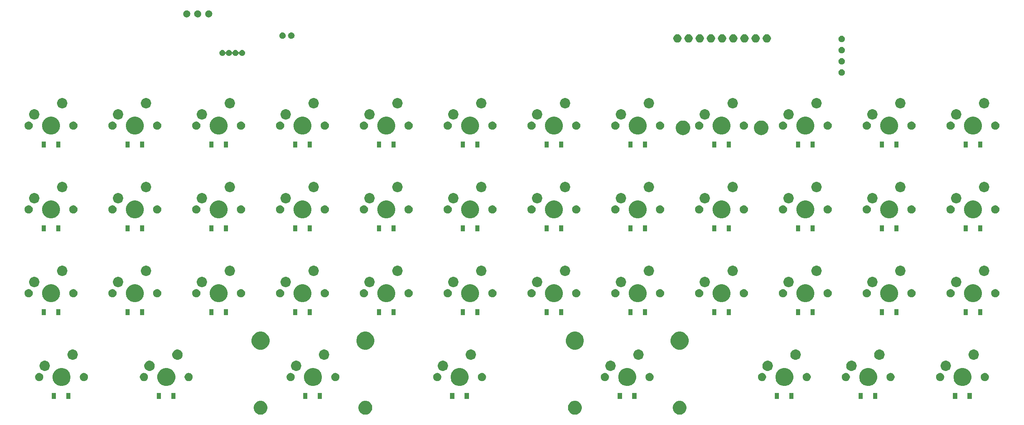
<source format=gbs>
G04 #@! TF.GenerationSoftware,KiCad,Pcbnew,(5.1.5)-3*
G04 #@! TF.CreationDate,2020-06-08T21:07:08-04:00*
G04 #@! TF.ProjectId,Xen40,58656e34-302e-46b6-9963-61645f706362,rev?*
G04 #@! TF.SameCoordinates,Original*
G04 #@! TF.FileFunction,Soldermask,Bot*
G04 #@! TF.FilePolarity,Negative*
%FSLAX46Y46*%
G04 Gerber Fmt 4.6, Leading zero omitted, Abs format (unit mm)*
G04 Created by KiCad (PCBNEW (5.1.5)-3) date 2020-06-08 21:07:08*
%MOMM*%
%LPD*%
G04 APERTURE LIST*
%ADD10C,0.100000*%
G04 APERTURE END LIST*
D10*
G36*
X113019767Y-135615263D02*
G01*
X113171911Y-135645526D01*
X113290637Y-135694704D01*
X113458541Y-135764252D01*
X113458542Y-135764253D01*
X113716504Y-135936617D01*
X113935883Y-136155996D01*
X114051053Y-136328361D01*
X114108248Y-136413959D01*
X114226974Y-136700590D01*
X114287500Y-137004875D01*
X114287500Y-137315125D01*
X114226974Y-137619410D01*
X114108248Y-137906041D01*
X114108247Y-137906042D01*
X113935883Y-138164004D01*
X113716504Y-138383383D01*
X113544139Y-138498553D01*
X113458541Y-138555748D01*
X113290637Y-138625296D01*
X113171911Y-138674474D01*
X112867625Y-138735000D01*
X112557375Y-138735000D01*
X112253089Y-138674474D01*
X112134363Y-138625296D01*
X111966459Y-138555748D01*
X111880861Y-138498553D01*
X111708496Y-138383383D01*
X111489117Y-138164004D01*
X111316753Y-137906042D01*
X111316752Y-137906041D01*
X111198026Y-137619410D01*
X111137500Y-137315125D01*
X111137500Y-137004875D01*
X111198026Y-136700590D01*
X111316752Y-136413959D01*
X111373947Y-136328361D01*
X111489117Y-136155996D01*
X111708496Y-135936617D01*
X111966458Y-135764253D01*
X111966459Y-135764252D01*
X112134363Y-135694704D01*
X112253089Y-135645526D01*
X112405233Y-135615263D01*
X112557375Y-135585000D01*
X112867625Y-135585000D01*
X113019767Y-135615263D01*
G37*
G36*
X89207267Y-135615263D02*
G01*
X89359411Y-135645526D01*
X89478137Y-135694704D01*
X89646041Y-135764252D01*
X89646042Y-135764253D01*
X89904004Y-135936617D01*
X90123383Y-136155996D01*
X90238553Y-136328361D01*
X90295748Y-136413959D01*
X90414474Y-136700590D01*
X90475000Y-137004875D01*
X90475000Y-137315125D01*
X90414474Y-137619410D01*
X90295748Y-137906041D01*
X90295747Y-137906042D01*
X90123383Y-138164004D01*
X89904004Y-138383383D01*
X89731639Y-138498553D01*
X89646041Y-138555748D01*
X89478137Y-138625296D01*
X89359411Y-138674474D01*
X89055125Y-138735000D01*
X88744875Y-138735000D01*
X88440589Y-138674474D01*
X88321863Y-138625296D01*
X88153959Y-138555748D01*
X88068361Y-138498553D01*
X87895996Y-138383383D01*
X87676617Y-138164004D01*
X87504253Y-137906042D01*
X87504252Y-137906041D01*
X87385526Y-137619410D01*
X87325000Y-137315125D01*
X87325000Y-137004875D01*
X87385526Y-136700590D01*
X87504252Y-136413959D01*
X87561447Y-136328361D01*
X87676617Y-136155996D01*
X87895996Y-135936617D01*
X88153958Y-135764253D01*
X88153959Y-135764252D01*
X88321863Y-135694704D01*
X88440589Y-135645526D01*
X88592733Y-135615263D01*
X88744875Y-135585000D01*
X89055125Y-135585000D01*
X89207267Y-135615263D01*
G37*
G36*
X184457267Y-135615263D02*
G01*
X184609411Y-135645526D01*
X184728137Y-135694704D01*
X184896041Y-135764252D01*
X184896042Y-135764253D01*
X185154004Y-135936617D01*
X185373383Y-136155996D01*
X185488553Y-136328361D01*
X185545748Y-136413959D01*
X185664474Y-136700590D01*
X185725000Y-137004875D01*
X185725000Y-137315125D01*
X185664474Y-137619410D01*
X185545748Y-137906041D01*
X185545747Y-137906042D01*
X185373383Y-138164004D01*
X185154004Y-138383383D01*
X184981639Y-138498553D01*
X184896041Y-138555748D01*
X184728137Y-138625296D01*
X184609411Y-138674474D01*
X184305125Y-138735000D01*
X183994875Y-138735000D01*
X183690589Y-138674474D01*
X183571863Y-138625296D01*
X183403959Y-138555748D01*
X183318361Y-138498553D01*
X183145996Y-138383383D01*
X182926617Y-138164004D01*
X182754253Y-137906042D01*
X182754252Y-137906041D01*
X182635526Y-137619410D01*
X182575000Y-137315125D01*
X182575000Y-137004875D01*
X182635526Y-136700590D01*
X182754252Y-136413959D01*
X182811447Y-136328361D01*
X182926617Y-136155996D01*
X183145996Y-135936617D01*
X183403958Y-135764253D01*
X183403959Y-135764252D01*
X183571863Y-135694704D01*
X183690589Y-135645526D01*
X183842733Y-135615263D01*
X183994875Y-135585000D01*
X184305125Y-135585000D01*
X184457267Y-135615263D01*
G37*
G36*
X160644767Y-135615263D02*
G01*
X160796911Y-135645526D01*
X160915637Y-135694704D01*
X161083541Y-135764252D01*
X161083542Y-135764253D01*
X161341504Y-135936617D01*
X161560883Y-136155996D01*
X161676053Y-136328361D01*
X161733248Y-136413959D01*
X161851974Y-136700590D01*
X161912500Y-137004875D01*
X161912500Y-137315125D01*
X161851974Y-137619410D01*
X161733248Y-137906041D01*
X161733247Y-137906042D01*
X161560883Y-138164004D01*
X161341504Y-138383383D01*
X161169139Y-138498553D01*
X161083541Y-138555748D01*
X160915637Y-138625296D01*
X160796911Y-138674474D01*
X160492625Y-138735000D01*
X160182375Y-138735000D01*
X159878089Y-138674474D01*
X159759363Y-138625296D01*
X159591459Y-138555748D01*
X159505861Y-138498553D01*
X159333496Y-138383383D01*
X159114117Y-138164004D01*
X158941753Y-137906042D01*
X158941752Y-137906041D01*
X158823026Y-137619410D01*
X158762500Y-137315125D01*
X158762500Y-137004875D01*
X158823026Y-136700590D01*
X158941752Y-136413959D01*
X158998947Y-136328361D01*
X159114117Y-136155996D01*
X159333496Y-135936617D01*
X159591458Y-135764253D01*
X159591459Y-135764252D01*
X159759363Y-135694704D01*
X159878089Y-135645526D01*
X160030233Y-135615263D01*
X160182375Y-135585000D01*
X160492625Y-135585000D01*
X160644767Y-135615263D01*
G37*
G36*
X225800000Y-135144000D02*
G01*
X224798000Y-135144000D01*
X224798000Y-133842000D01*
X225800000Y-133842000D01*
X225800000Y-135144000D01*
G37*
G36*
X210050000Y-135144000D02*
G01*
X209048000Y-135144000D01*
X209048000Y-133842000D01*
X210050000Y-133842000D01*
X210050000Y-135144000D01*
G37*
G36*
X174363000Y-135144000D02*
G01*
X173361000Y-135144000D01*
X173361000Y-133842000D01*
X174363000Y-133842000D01*
X174363000Y-135144000D01*
G37*
G36*
X171063000Y-135144000D02*
G01*
X170061000Y-135144000D01*
X170061000Y-133842000D01*
X171063000Y-133842000D01*
X171063000Y-135144000D01*
G37*
G36*
X136263000Y-135144000D02*
G01*
X135261000Y-135144000D01*
X135261000Y-133842000D01*
X136263000Y-133842000D01*
X136263000Y-135144000D01*
G37*
G36*
X132963000Y-135144000D02*
G01*
X131961000Y-135144000D01*
X131961000Y-133842000D01*
X132963000Y-133842000D01*
X132963000Y-135144000D01*
G37*
G36*
X206750000Y-135144000D02*
G01*
X205748000Y-135144000D01*
X205748000Y-133842000D01*
X206750000Y-133842000D01*
X206750000Y-135144000D01*
G37*
G36*
X99562000Y-135144000D02*
G01*
X98560000Y-135144000D01*
X98560000Y-133842000D01*
X99562000Y-133842000D01*
X99562000Y-135144000D01*
G37*
G36*
X66288000Y-135144000D02*
G01*
X65286000Y-135144000D01*
X65286000Y-133842000D01*
X66288000Y-133842000D01*
X66288000Y-135144000D01*
G37*
G36*
X45712000Y-135144000D02*
G01*
X44710000Y-135144000D01*
X44710000Y-133842000D01*
X45712000Y-133842000D01*
X45712000Y-135144000D01*
G37*
G36*
X42412000Y-135144000D02*
G01*
X41410000Y-135144000D01*
X41410000Y-133842000D01*
X42412000Y-133842000D01*
X42412000Y-135144000D01*
G37*
G36*
X229100000Y-135144000D02*
G01*
X228098000Y-135144000D01*
X228098000Y-133842000D01*
X229100000Y-133842000D01*
X229100000Y-135144000D01*
G37*
G36*
X250563000Y-135144000D02*
G01*
X249561000Y-135144000D01*
X249561000Y-133842000D01*
X250563000Y-133842000D01*
X250563000Y-135144000D01*
G37*
G36*
X102862000Y-135144000D02*
G01*
X101860000Y-135144000D01*
X101860000Y-133842000D01*
X102862000Y-133842000D01*
X102862000Y-135144000D01*
G37*
G36*
X247263000Y-135144000D02*
G01*
X246261000Y-135144000D01*
X246261000Y-133842000D01*
X247263000Y-133842000D01*
X247263000Y-135144000D01*
G37*
G36*
X69588000Y-135144000D02*
G01*
X68586000Y-135144000D01*
X68586000Y-133842000D01*
X69588000Y-133842000D01*
X69588000Y-135144000D01*
G37*
G36*
X227608974Y-128208684D02*
G01*
X227826974Y-128298983D01*
X227981123Y-128362833D01*
X228316048Y-128586623D01*
X228600877Y-128871452D01*
X228824667Y-129206377D01*
X228857062Y-129284586D01*
X228978816Y-129578526D01*
X229057400Y-129973594D01*
X229057400Y-130376406D01*
X228978816Y-130771474D01*
X228927951Y-130894272D01*
X228824667Y-131143623D01*
X228600877Y-131478548D01*
X228316048Y-131763377D01*
X227981123Y-131987167D01*
X227826974Y-132051017D01*
X227608974Y-132141316D01*
X227213906Y-132219900D01*
X226811094Y-132219900D01*
X226416026Y-132141316D01*
X226198026Y-132051017D01*
X226043877Y-131987167D01*
X225708952Y-131763377D01*
X225424123Y-131478548D01*
X225200333Y-131143623D01*
X225097049Y-130894272D01*
X225046184Y-130771474D01*
X224967600Y-130376406D01*
X224967600Y-129973594D01*
X225046184Y-129578526D01*
X225167938Y-129284586D01*
X225200333Y-129206377D01*
X225424123Y-128871452D01*
X225708952Y-128586623D01*
X226043877Y-128362833D01*
X226198026Y-128298983D01*
X226416026Y-128208684D01*
X226811094Y-128130100D01*
X227213906Y-128130100D01*
X227608974Y-128208684D01*
G37*
G36*
X172840224Y-128208684D02*
G01*
X173058224Y-128298983D01*
X173212373Y-128362833D01*
X173547298Y-128586623D01*
X173832127Y-128871452D01*
X174055917Y-129206377D01*
X174088312Y-129284586D01*
X174210066Y-129578526D01*
X174288650Y-129973594D01*
X174288650Y-130376406D01*
X174210066Y-130771474D01*
X174159201Y-130894272D01*
X174055917Y-131143623D01*
X173832127Y-131478548D01*
X173547298Y-131763377D01*
X173212373Y-131987167D01*
X173058224Y-132051017D01*
X172840224Y-132141316D01*
X172445156Y-132219900D01*
X172042344Y-132219900D01*
X171647276Y-132141316D01*
X171429276Y-132051017D01*
X171275127Y-131987167D01*
X170940202Y-131763377D01*
X170655373Y-131478548D01*
X170431583Y-131143623D01*
X170328299Y-130894272D01*
X170277434Y-130771474D01*
X170198850Y-130376406D01*
X170198850Y-129973594D01*
X170277434Y-129578526D01*
X170399188Y-129284586D01*
X170431583Y-129206377D01*
X170655373Y-128871452D01*
X170940202Y-128586623D01*
X171275127Y-128362833D01*
X171429276Y-128298983D01*
X171647276Y-128208684D01*
X172042344Y-128130100D01*
X172445156Y-128130100D01*
X172840224Y-128208684D01*
G37*
G36*
X68065224Y-128208684D02*
G01*
X68283224Y-128298983D01*
X68437373Y-128362833D01*
X68772298Y-128586623D01*
X69057127Y-128871452D01*
X69280917Y-129206377D01*
X69313312Y-129284586D01*
X69435066Y-129578526D01*
X69513650Y-129973594D01*
X69513650Y-130376406D01*
X69435066Y-130771474D01*
X69384201Y-130894272D01*
X69280917Y-131143623D01*
X69057127Y-131478548D01*
X68772298Y-131763377D01*
X68437373Y-131987167D01*
X68283224Y-132051017D01*
X68065224Y-132141316D01*
X67670156Y-132219900D01*
X67267344Y-132219900D01*
X66872276Y-132141316D01*
X66654276Y-132051017D01*
X66500127Y-131987167D01*
X66165202Y-131763377D01*
X65880373Y-131478548D01*
X65656583Y-131143623D01*
X65553299Y-130894272D01*
X65502434Y-130771474D01*
X65423850Y-130376406D01*
X65423850Y-129973594D01*
X65502434Y-129578526D01*
X65624188Y-129284586D01*
X65656583Y-129206377D01*
X65880373Y-128871452D01*
X66165202Y-128586623D01*
X66500127Y-128362833D01*
X66654276Y-128298983D01*
X66872276Y-128208684D01*
X67267344Y-128130100D01*
X67670156Y-128130100D01*
X68065224Y-128208684D01*
G37*
G36*
X249040224Y-128208684D02*
G01*
X249258224Y-128298983D01*
X249412373Y-128362833D01*
X249747298Y-128586623D01*
X250032127Y-128871452D01*
X250255917Y-129206377D01*
X250288312Y-129284586D01*
X250410066Y-129578526D01*
X250488650Y-129973594D01*
X250488650Y-130376406D01*
X250410066Y-130771474D01*
X250359201Y-130894272D01*
X250255917Y-131143623D01*
X250032127Y-131478548D01*
X249747298Y-131763377D01*
X249412373Y-131987167D01*
X249258224Y-132051017D01*
X249040224Y-132141316D01*
X248645156Y-132219900D01*
X248242344Y-132219900D01*
X247847276Y-132141316D01*
X247629276Y-132051017D01*
X247475127Y-131987167D01*
X247140202Y-131763377D01*
X246855373Y-131478548D01*
X246631583Y-131143623D01*
X246528299Y-130894272D01*
X246477434Y-130771474D01*
X246398850Y-130376406D01*
X246398850Y-129973594D01*
X246477434Y-129578526D01*
X246599188Y-129284586D01*
X246631583Y-129206377D01*
X246855373Y-128871452D01*
X247140202Y-128586623D01*
X247475127Y-128362833D01*
X247629276Y-128298983D01*
X247847276Y-128208684D01*
X248242344Y-128130100D01*
X248645156Y-128130100D01*
X249040224Y-128208684D01*
G37*
G36*
X208558974Y-128208684D02*
G01*
X208776974Y-128298983D01*
X208931123Y-128362833D01*
X209266048Y-128586623D01*
X209550877Y-128871452D01*
X209774667Y-129206377D01*
X209807062Y-129284586D01*
X209928816Y-129578526D01*
X210007400Y-129973594D01*
X210007400Y-130376406D01*
X209928816Y-130771474D01*
X209877951Y-130894272D01*
X209774667Y-131143623D01*
X209550877Y-131478548D01*
X209266048Y-131763377D01*
X208931123Y-131987167D01*
X208776974Y-132051017D01*
X208558974Y-132141316D01*
X208163906Y-132219900D01*
X207761094Y-132219900D01*
X207366026Y-132141316D01*
X207148026Y-132051017D01*
X206993877Y-131987167D01*
X206658952Y-131763377D01*
X206374123Y-131478548D01*
X206150333Y-131143623D01*
X206047049Y-130894272D01*
X205996184Y-130771474D01*
X205917600Y-130376406D01*
X205917600Y-129973594D01*
X205996184Y-129578526D01*
X206117938Y-129284586D01*
X206150333Y-129206377D01*
X206374123Y-128871452D01*
X206658952Y-128586623D01*
X206993877Y-128362833D01*
X207148026Y-128298983D01*
X207366026Y-128208684D01*
X207761094Y-128130100D01*
X208163906Y-128130100D01*
X208558974Y-128208684D01*
G37*
G36*
X134740224Y-128208684D02*
G01*
X134958224Y-128298983D01*
X135112373Y-128362833D01*
X135447298Y-128586623D01*
X135732127Y-128871452D01*
X135955917Y-129206377D01*
X135988312Y-129284586D01*
X136110066Y-129578526D01*
X136188650Y-129973594D01*
X136188650Y-130376406D01*
X136110066Y-130771474D01*
X136059201Y-130894272D01*
X135955917Y-131143623D01*
X135732127Y-131478548D01*
X135447298Y-131763377D01*
X135112373Y-131987167D01*
X134958224Y-132051017D01*
X134740224Y-132141316D01*
X134345156Y-132219900D01*
X133942344Y-132219900D01*
X133547276Y-132141316D01*
X133329276Y-132051017D01*
X133175127Y-131987167D01*
X132840202Y-131763377D01*
X132555373Y-131478548D01*
X132331583Y-131143623D01*
X132228299Y-130894272D01*
X132177434Y-130771474D01*
X132098850Y-130376406D01*
X132098850Y-129973594D01*
X132177434Y-129578526D01*
X132299188Y-129284586D01*
X132331583Y-129206377D01*
X132555373Y-128871452D01*
X132840202Y-128586623D01*
X133175127Y-128362833D01*
X133329276Y-128298983D01*
X133547276Y-128208684D01*
X133942344Y-128130100D01*
X134345156Y-128130100D01*
X134740224Y-128208684D01*
G37*
G36*
X44252724Y-128208684D02*
G01*
X44470724Y-128298983D01*
X44624873Y-128362833D01*
X44959798Y-128586623D01*
X45244627Y-128871452D01*
X45468417Y-129206377D01*
X45500812Y-129284586D01*
X45622566Y-129578526D01*
X45701150Y-129973594D01*
X45701150Y-130376406D01*
X45622566Y-130771474D01*
X45571701Y-130894272D01*
X45468417Y-131143623D01*
X45244627Y-131478548D01*
X44959798Y-131763377D01*
X44624873Y-131987167D01*
X44470724Y-132051017D01*
X44252724Y-132141316D01*
X43857656Y-132219900D01*
X43454844Y-132219900D01*
X43059776Y-132141316D01*
X42841776Y-132051017D01*
X42687627Y-131987167D01*
X42352702Y-131763377D01*
X42067873Y-131478548D01*
X41844083Y-131143623D01*
X41740799Y-130894272D01*
X41689934Y-130771474D01*
X41611350Y-130376406D01*
X41611350Y-129973594D01*
X41689934Y-129578526D01*
X41811688Y-129284586D01*
X41844083Y-129206377D01*
X42067873Y-128871452D01*
X42352702Y-128586623D01*
X42687627Y-128362833D01*
X42841776Y-128298983D01*
X43059776Y-128208684D01*
X43454844Y-128130100D01*
X43857656Y-128130100D01*
X44252724Y-128208684D01*
G37*
G36*
X101402724Y-128208684D02*
G01*
X101620724Y-128298983D01*
X101774873Y-128362833D01*
X102109798Y-128586623D01*
X102394627Y-128871452D01*
X102618417Y-129206377D01*
X102650812Y-129284586D01*
X102772566Y-129578526D01*
X102851150Y-129973594D01*
X102851150Y-130376406D01*
X102772566Y-130771474D01*
X102721701Y-130894272D01*
X102618417Y-131143623D01*
X102394627Y-131478548D01*
X102109798Y-131763377D01*
X101774873Y-131987167D01*
X101620724Y-132051017D01*
X101402724Y-132141316D01*
X101007656Y-132219900D01*
X100604844Y-132219900D01*
X100209776Y-132141316D01*
X99991776Y-132051017D01*
X99837627Y-131987167D01*
X99502702Y-131763377D01*
X99217873Y-131478548D01*
X98994083Y-131143623D01*
X98890799Y-130894272D01*
X98839934Y-130771474D01*
X98761350Y-130376406D01*
X98761350Y-129973594D01*
X98839934Y-129578526D01*
X98961688Y-129284586D01*
X98994083Y-129206377D01*
X99217873Y-128871452D01*
X99502702Y-128586623D01*
X99837627Y-128362833D01*
X99991776Y-128298983D01*
X100209776Y-128208684D01*
X100604844Y-128130100D01*
X101007656Y-128130100D01*
X101402724Y-128208684D01*
G37*
G36*
X253793854Y-129284585D02*
G01*
X253962376Y-129354389D01*
X254114041Y-129455728D01*
X254243022Y-129584709D01*
X254344361Y-129736374D01*
X254414165Y-129904896D01*
X254449750Y-130083797D01*
X254449750Y-130266203D01*
X254414165Y-130445104D01*
X254344361Y-130613626D01*
X254243022Y-130765291D01*
X254114041Y-130894272D01*
X253962376Y-130995611D01*
X253793854Y-131065415D01*
X253614953Y-131101000D01*
X253432547Y-131101000D01*
X253253646Y-131065415D01*
X253085124Y-130995611D01*
X252933459Y-130894272D01*
X252804478Y-130765291D01*
X252703139Y-130613626D01*
X252633335Y-130445104D01*
X252597750Y-130266203D01*
X252597750Y-130083797D01*
X252633335Y-129904896D01*
X252703139Y-129736374D01*
X252804478Y-129584709D01*
X252933459Y-129455728D01*
X253085124Y-129354389D01*
X253253646Y-129284585D01*
X253432547Y-129249000D01*
X253614953Y-129249000D01*
X253793854Y-129284585D01*
G37*
G36*
X177593854Y-129284585D02*
G01*
X177762376Y-129354389D01*
X177914041Y-129455728D01*
X178043022Y-129584709D01*
X178144361Y-129736374D01*
X178214165Y-129904896D01*
X178249750Y-130083797D01*
X178249750Y-130266203D01*
X178214165Y-130445104D01*
X178144361Y-130613626D01*
X178043022Y-130765291D01*
X177914041Y-130894272D01*
X177762376Y-130995611D01*
X177593854Y-131065415D01*
X177414953Y-131101000D01*
X177232547Y-131101000D01*
X177053646Y-131065415D01*
X176885124Y-130995611D01*
X176733459Y-130894272D01*
X176604478Y-130765291D01*
X176503139Y-130613626D01*
X176433335Y-130445104D01*
X176397750Y-130266203D01*
X176397750Y-130083797D01*
X176433335Y-129904896D01*
X176503139Y-129736374D01*
X176604478Y-129584709D01*
X176733459Y-129455728D01*
X176885124Y-129354389D01*
X177053646Y-129284585D01*
X177232547Y-129249000D01*
X177414953Y-129249000D01*
X177593854Y-129284585D01*
G37*
G36*
X167433854Y-129284585D02*
G01*
X167602376Y-129354389D01*
X167754041Y-129455728D01*
X167883022Y-129584709D01*
X167984361Y-129736374D01*
X168054165Y-129904896D01*
X168089750Y-130083797D01*
X168089750Y-130266203D01*
X168054165Y-130445104D01*
X167984361Y-130613626D01*
X167883022Y-130765291D01*
X167754041Y-130894272D01*
X167602376Y-130995611D01*
X167433854Y-131065415D01*
X167254953Y-131101000D01*
X167072547Y-131101000D01*
X166893646Y-131065415D01*
X166725124Y-130995611D01*
X166573459Y-130894272D01*
X166444478Y-130765291D01*
X166343139Y-130613626D01*
X166273335Y-130445104D01*
X166237750Y-130266203D01*
X166237750Y-130083797D01*
X166273335Y-129904896D01*
X166343139Y-129736374D01*
X166444478Y-129584709D01*
X166573459Y-129455728D01*
X166725124Y-129354389D01*
X166893646Y-129284585D01*
X167072547Y-129249000D01*
X167254953Y-129249000D01*
X167433854Y-129284585D01*
G37*
G36*
X72818854Y-129284585D02*
G01*
X72987376Y-129354389D01*
X73139041Y-129455728D01*
X73268022Y-129584709D01*
X73369361Y-129736374D01*
X73439165Y-129904896D01*
X73474750Y-130083797D01*
X73474750Y-130266203D01*
X73439165Y-130445104D01*
X73369361Y-130613626D01*
X73268022Y-130765291D01*
X73139041Y-130894272D01*
X72987376Y-130995611D01*
X72818854Y-131065415D01*
X72639953Y-131101000D01*
X72457547Y-131101000D01*
X72278646Y-131065415D01*
X72110124Y-130995611D01*
X71958459Y-130894272D01*
X71829478Y-130765291D01*
X71728139Y-130613626D01*
X71658335Y-130445104D01*
X71622750Y-130266203D01*
X71622750Y-130083797D01*
X71658335Y-129904896D01*
X71728139Y-129736374D01*
X71829478Y-129584709D01*
X71958459Y-129455728D01*
X72110124Y-129354389D01*
X72278646Y-129284585D01*
X72457547Y-129249000D01*
X72639953Y-129249000D01*
X72818854Y-129284585D01*
G37*
G36*
X62658854Y-129284585D02*
G01*
X62827376Y-129354389D01*
X62979041Y-129455728D01*
X63108022Y-129584709D01*
X63209361Y-129736374D01*
X63279165Y-129904896D01*
X63314750Y-130083797D01*
X63314750Y-130266203D01*
X63279165Y-130445104D01*
X63209361Y-130613626D01*
X63108022Y-130765291D01*
X62979041Y-130894272D01*
X62827376Y-130995611D01*
X62658854Y-131065415D01*
X62479953Y-131101000D01*
X62297547Y-131101000D01*
X62118646Y-131065415D01*
X61950124Y-130995611D01*
X61798459Y-130894272D01*
X61669478Y-130765291D01*
X61568139Y-130613626D01*
X61498335Y-130445104D01*
X61462750Y-130266203D01*
X61462750Y-130083797D01*
X61498335Y-129904896D01*
X61568139Y-129736374D01*
X61669478Y-129584709D01*
X61798459Y-129455728D01*
X61950124Y-129354389D01*
X62118646Y-129284585D01*
X62297547Y-129249000D01*
X62479953Y-129249000D01*
X62658854Y-129284585D01*
G37*
G36*
X243633854Y-129284585D02*
G01*
X243802376Y-129354389D01*
X243954041Y-129455728D01*
X244083022Y-129584709D01*
X244184361Y-129736374D01*
X244254165Y-129904896D01*
X244289750Y-130083797D01*
X244289750Y-130266203D01*
X244254165Y-130445104D01*
X244184361Y-130613626D01*
X244083022Y-130765291D01*
X243954041Y-130894272D01*
X243802376Y-130995611D01*
X243633854Y-131065415D01*
X243454953Y-131101000D01*
X243272547Y-131101000D01*
X243093646Y-131065415D01*
X242925124Y-130995611D01*
X242773459Y-130894272D01*
X242644478Y-130765291D01*
X242543139Y-130613626D01*
X242473335Y-130445104D01*
X242437750Y-130266203D01*
X242437750Y-130083797D01*
X242473335Y-129904896D01*
X242543139Y-129736374D01*
X242644478Y-129584709D01*
X242773459Y-129455728D01*
X242925124Y-129354389D01*
X243093646Y-129284585D01*
X243272547Y-129249000D01*
X243454953Y-129249000D01*
X243633854Y-129284585D01*
G37*
G36*
X222202604Y-129284585D02*
G01*
X222371126Y-129354389D01*
X222522791Y-129455728D01*
X222651772Y-129584709D01*
X222753111Y-129736374D01*
X222822915Y-129904896D01*
X222858500Y-130083797D01*
X222858500Y-130266203D01*
X222822915Y-130445104D01*
X222753111Y-130613626D01*
X222651772Y-130765291D01*
X222522791Y-130894272D01*
X222371126Y-130995611D01*
X222202604Y-131065415D01*
X222023703Y-131101000D01*
X221841297Y-131101000D01*
X221662396Y-131065415D01*
X221493874Y-130995611D01*
X221342209Y-130894272D01*
X221213228Y-130765291D01*
X221111889Y-130613626D01*
X221042085Y-130445104D01*
X221006500Y-130266203D01*
X221006500Y-130083797D01*
X221042085Y-129904896D01*
X221111889Y-129736374D01*
X221213228Y-129584709D01*
X221342209Y-129455728D01*
X221493874Y-129354389D01*
X221662396Y-129284585D01*
X221841297Y-129249000D01*
X222023703Y-129249000D01*
X222202604Y-129284585D01*
G37*
G36*
X232362604Y-129284585D02*
G01*
X232531126Y-129354389D01*
X232682791Y-129455728D01*
X232811772Y-129584709D01*
X232913111Y-129736374D01*
X232982915Y-129904896D01*
X233018500Y-130083797D01*
X233018500Y-130266203D01*
X232982915Y-130445104D01*
X232913111Y-130613626D01*
X232811772Y-130765291D01*
X232682791Y-130894272D01*
X232531126Y-130995611D01*
X232362604Y-131065415D01*
X232183703Y-131101000D01*
X232001297Y-131101000D01*
X231822396Y-131065415D01*
X231653874Y-130995611D01*
X231502209Y-130894272D01*
X231373228Y-130765291D01*
X231271889Y-130613626D01*
X231202085Y-130445104D01*
X231166500Y-130266203D01*
X231166500Y-130083797D01*
X231202085Y-129904896D01*
X231271889Y-129736374D01*
X231373228Y-129584709D01*
X231502209Y-129455728D01*
X231653874Y-129354389D01*
X231822396Y-129284585D01*
X232001297Y-129249000D01*
X232183703Y-129249000D01*
X232362604Y-129284585D01*
G37*
G36*
X213312604Y-129284585D02*
G01*
X213481126Y-129354389D01*
X213632791Y-129455728D01*
X213761772Y-129584709D01*
X213863111Y-129736374D01*
X213932915Y-129904896D01*
X213968500Y-130083797D01*
X213968500Y-130266203D01*
X213932915Y-130445104D01*
X213863111Y-130613626D01*
X213761772Y-130765291D01*
X213632791Y-130894272D01*
X213481126Y-130995611D01*
X213312604Y-131065415D01*
X213133703Y-131101000D01*
X212951297Y-131101000D01*
X212772396Y-131065415D01*
X212603874Y-130995611D01*
X212452209Y-130894272D01*
X212323228Y-130765291D01*
X212221889Y-130613626D01*
X212152085Y-130445104D01*
X212116500Y-130266203D01*
X212116500Y-130083797D01*
X212152085Y-129904896D01*
X212221889Y-129736374D01*
X212323228Y-129584709D01*
X212452209Y-129455728D01*
X212603874Y-129354389D01*
X212772396Y-129284585D01*
X212951297Y-129249000D01*
X213133703Y-129249000D01*
X213312604Y-129284585D01*
G37*
G36*
X203152604Y-129284585D02*
G01*
X203321126Y-129354389D01*
X203472791Y-129455728D01*
X203601772Y-129584709D01*
X203703111Y-129736374D01*
X203772915Y-129904896D01*
X203808500Y-130083797D01*
X203808500Y-130266203D01*
X203772915Y-130445104D01*
X203703111Y-130613626D01*
X203601772Y-130765291D01*
X203472791Y-130894272D01*
X203321126Y-130995611D01*
X203152604Y-131065415D01*
X202973703Y-131101000D01*
X202791297Y-131101000D01*
X202612396Y-131065415D01*
X202443874Y-130995611D01*
X202292209Y-130894272D01*
X202163228Y-130765291D01*
X202061889Y-130613626D01*
X201992085Y-130445104D01*
X201956500Y-130266203D01*
X201956500Y-130083797D01*
X201992085Y-129904896D01*
X202061889Y-129736374D01*
X202163228Y-129584709D01*
X202292209Y-129455728D01*
X202443874Y-129354389D01*
X202612396Y-129284585D01*
X202791297Y-129249000D01*
X202973703Y-129249000D01*
X203152604Y-129284585D01*
G37*
G36*
X95996354Y-129284585D02*
G01*
X96164876Y-129354389D01*
X96316541Y-129455728D01*
X96445522Y-129584709D01*
X96546861Y-129736374D01*
X96616665Y-129904896D01*
X96652250Y-130083797D01*
X96652250Y-130266203D01*
X96616665Y-130445104D01*
X96546861Y-130613626D01*
X96445522Y-130765291D01*
X96316541Y-130894272D01*
X96164876Y-130995611D01*
X95996354Y-131065415D01*
X95817453Y-131101000D01*
X95635047Y-131101000D01*
X95456146Y-131065415D01*
X95287624Y-130995611D01*
X95135959Y-130894272D01*
X95006978Y-130765291D01*
X94905639Y-130613626D01*
X94835835Y-130445104D01*
X94800250Y-130266203D01*
X94800250Y-130083797D01*
X94835835Y-129904896D01*
X94905639Y-129736374D01*
X95006978Y-129584709D01*
X95135959Y-129455728D01*
X95287624Y-129354389D01*
X95456146Y-129284585D01*
X95635047Y-129249000D01*
X95817453Y-129249000D01*
X95996354Y-129284585D01*
G37*
G36*
X49006354Y-129284585D02*
G01*
X49174876Y-129354389D01*
X49326541Y-129455728D01*
X49455522Y-129584709D01*
X49556861Y-129736374D01*
X49626665Y-129904896D01*
X49662250Y-130083797D01*
X49662250Y-130266203D01*
X49626665Y-130445104D01*
X49556861Y-130613626D01*
X49455522Y-130765291D01*
X49326541Y-130894272D01*
X49174876Y-130995611D01*
X49006354Y-131065415D01*
X48827453Y-131101000D01*
X48645047Y-131101000D01*
X48466146Y-131065415D01*
X48297624Y-130995611D01*
X48145959Y-130894272D01*
X48016978Y-130765291D01*
X47915639Y-130613626D01*
X47845835Y-130445104D01*
X47810250Y-130266203D01*
X47810250Y-130083797D01*
X47845835Y-129904896D01*
X47915639Y-129736374D01*
X48016978Y-129584709D01*
X48145959Y-129455728D01*
X48297624Y-129354389D01*
X48466146Y-129284585D01*
X48645047Y-129249000D01*
X48827453Y-129249000D01*
X49006354Y-129284585D01*
G37*
G36*
X38846354Y-129284585D02*
G01*
X39014876Y-129354389D01*
X39166541Y-129455728D01*
X39295522Y-129584709D01*
X39396861Y-129736374D01*
X39466665Y-129904896D01*
X39502250Y-130083797D01*
X39502250Y-130266203D01*
X39466665Y-130445104D01*
X39396861Y-130613626D01*
X39295522Y-130765291D01*
X39166541Y-130894272D01*
X39014876Y-130995611D01*
X38846354Y-131065415D01*
X38667453Y-131101000D01*
X38485047Y-131101000D01*
X38306146Y-131065415D01*
X38137624Y-130995611D01*
X37985959Y-130894272D01*
X37856978Y-130765291D01*
X37755639Y-130613626D01*
X37685835Y-130445104D01*
X37650250Y-130266203D01*
X37650250Y-130083797D01*
X37685835Y-129904896D01*
X37755639Y-129736374D01*
X37856978Y-129584709D01*
X37985959Y-129455728D01*
X38137624Y-129354389D01*
X38306146Y-129284585D01*
X38485047Y-129249000D01*
X38667453Y-129249000D01*
X38846354Y-129284585D01*
G37*
G36*
X139493854Y-129284585D02*
G01*
X139662376Y-129354389D01*
X139814041Y-129455728D01*
X139943022Y-129584709D01*
X140044361Y-129736374D01*
X140114165Y-129904896D01*
X140149750Y-130083797D01*
X140149750Y-130266203D01*
X140114165Y-130445104D01*
X140044361Y-130613626D01*
X139943022Y-130765291D01*
X139814041Y-130894272D01*
X139662376Y-130995611D01*
X139493854Y-131065415D01*
X139314953Y-131101000D01*
X139132547Y-131101000D01*
X138953646Y-131065415D01*
X138785124Y-130995611D01*
X138633459Y-130894272D01*
X138504478Y-130765291D01*
X138403139Y-130613626D01*
X138333335Y-130445104D01*
X138297750Y-130266203D01*
X138297750Y-130083797D01*
X138333335Y-129904896D01*
X138403139Y-129736374D01*
X138504478Y-129584709D01*
X138633459Y-129455728D01*
X138785124Y-129354389D01*
X138953646Y-129284585D01*
X139132547Y-129249000D01*
X139314953Y-129249000D01*
X139493854Y-129284585D01*
G37*
G36*
X129333854Y-129284585D02*
G01*
X129502376Y-129354389D01*
X129654041Y-129455728D01*
X129783022Y-129584709D01*
X129884361Y-129736374D01*
X129954165Y-129904896D01*
X129989750Y-130083797D01*
X129989750Y-130266203D01*
X129954165Y-130445104D01*
X129884361Y-130613626D01*
X129783022Y-130765291D01*
X129654041Y-130894272D01*
X129502376Y-130995611D01*
X129333854Y-131065415D01*
X129154953Y-131101000D01*
X128972547Y-131101000D01*
X128793646Y-131065415D01*
X128625124Y-130995611D01*
X128473459Y-130894272D01*
X128344478Y-130765291D01*
X128243139Y-130613626D01*
X128173335Y-130445104D01*
X128137750Y-130266203D01*
X128137750Y-130083797D01*
X128173335Y-129904896D01*
X128243139Y-129736374D01*
X128344478Y-129584709D01*
X128473459Y-129455728D01*
X128625124Y-129354389D01*
X128793646Y-129284585D01*
X128972547Y-129249000D01*
X129154953Y-129249000D01*
X129333854Y-129284585D01*
G37*
G36*
X106156354Y-129284585D02*
G01*
X106324876Y-129354389D01*
X106476541Y-129455728D01*
X106605522Y-129584709D01*
X106706861Y-129736374D01*
X106776665Y-129904896D01*
X106812250Y-130083797D01*
X106812250Y-130266203D01*
X106776665Y-130445104D01*
X106706861Y-130613626D01*
X106605522Y-130765291D01*
X106476541Y-130894272D01*
X106324876Y-130995611D01*
X106156354Y-131065415D01*
X105977453Y-131101000D01*
X105795047Y-131101000D01*
X105616146Y-131065415D01*
X105447624Y-130995611D01*
X105295959Y-130894272D01*
X105166978Y-130765291D01*
X105065639Y-130613626D01*
X104995835Y-130445104D01*
X104960250Y-130266203D01*
X104960250Y-130083797D01*
X104995835Y-129904896D01*
X105065639Y-129736374D01*
X105166978Y-129584709D01*
X105295959Y-129455728D01*
X105447624Y-129354389D01*
X105616146Y-129284585D01*
X105795047Y-129249000D01*
X105977453Y-129249000D01*
X106156354Y-129284585D01*
G37*
G36*
X97187810Y-126474064D02*
G01*
X97339277Y-126504193D01*
X97553295Y-126592842D01*
X97553296Y-126592843D01*
X97745904Y-126721539D01*
X97909711Y-126885346D01*
X97995508Y-127013751D01*
X98038408Y-127077955D01*
X98127057Y-127291973D01*
X98172250Y-127519174D01*
X98172250Y-127750826D01*
X98127057Y-127978027D01*
X98038408Y-128192045D01*
X98038407Y-128192046D01*
X97909711Y-128384654D01*
X97745904Y-128548461D01*
X97688790Y-128586623D01*
X97553295Y-128677158D01*
X97339277Y-128765807D01*
X97187810Y-128795936D01*
X97112077Y-128811000D01*
X96880423Y-128811000D01*
X96804690Y-128795936D01*
X96653223Y-128765807D01*
X96439205Y-128677158D01*
X96303710Y-128586623D01*
X96246596Y-128548461D01*
X96082789Y-128384654D01*
X95954093Y-128192046D01*
X95954092Y-128192045D01*
X95865443Y-127978027D01*
X95820250Y-127750826D01*
X95820250Y-127519174D01*
X95865443Y-127291973D01*
X95954092Y-127077955D01*
X95996992Y-127013751D01*
X96082789Y-126885346D01*
X96246596Y-126721539D01*
X96439204Y-126592843D01*
X96439205Y-126592842D01*
X96653223Y-126504193D01*
X96804690Y-126474064D01*
X96880423Y-126459000D01*
X97112077Y-126459000D01*
X97187810Y-126474064D01*
G37*
G36*
X63850310Y-126474064D02*
G01*
X64001777Y-126504193D01*
X64215795Y-126592842D01*
X64215796Y-126592843D01*
X64408404Y-126721539D01*
X64572211Y-126885346D01*
X64658008Y-127013751D01*
X64700908Y-127077955D01*
X64789557Y-127291973D01*
X64834750Y-127519174D01*
X64834750Y-127750826D01*
X64789557Y-127978027D01*
X64700908Y-128192045D01*
X64700907Y-128192046D01*
X64572211Y-128384654D01*
X64408404Y-128548461D01*
X64351290Y-128586623D01*
X64215795Y-128677158D01*
X64001777Y-128765807D01*
X63850310Y-128795936D01*
X63774577Y-128811000D01*
X63542923Y-128811000D01*
X63467190Y-128795936D01*
X63315723Y-128765807D01*
X63101705Y-128677158D01*
X62966210Y-128586623D01*
X62909096Y-128548461D01*
X62745289Y-128384654D01*
X62616593Y-128192046D01*
X62616592Y-128192045D01*
X62527943Y-127978027D01*
X62482750Y-127750826D01*
X62482750Y-127519174D01*
X62527943Y-127291973D01*
X62616592Y-127077955D01*
X62659492Y-127013751D01*
X62745289Y-126885346D01*
X62909096Y-126721539D01*
X63101704Y-126592843D01*
X63101705Y-126592842D01*
X63315723Y-126504193D01*
X63467190Y-126474064D01*
X63542923Y-126459000D01*
X63774577Y-126459000D01*
X63850310Y-126474064D01*
G37*
G36*
X130525310Y-126474064D02*
G01*
X130676777Y-126504193D01*
X130890795Y-126592842D01*
X130890796Y-126592843D01*
X131083404Y-126721539D01*
X131247211Y-126885346D01*
X131333008Y-127013751D01*
X131375908Y-127077955D01*
X131464557Y-127291973D01*
X131509750Y-127519174D01*
X131509750Y-127750826D01*
X131464557Y-127978027D01*
X131375908Y-128192045D01*
X131375907Y-128192046D01*
X131247211Y-128384654D01*
X131083404Y-128548461D01*
X131026290Y-128586623D01*
X130890795Y-128677158D01*
X130676777Y-128765807D01*
X130525310Y-128795936D01*
X130449577Y-128811000D01*
X130217923Y-128811000D01*
X130142190Y-128795936D01*
X129990723Y-128765807D01*
X129776705Y-128677158D01*
X129641210Y-128586623D01*
X129584096Y-128548461D01*
X129420289Y-128384654D01*
X129291593Y-128192046D01*
X129291592Y-128192045D01*
X129202943Y-127978027D01*
X129157750Y-127750826D01*
X129157750Y-127519174D01*
X129202943Y-127291973D01*
X129291592Y-127077955D01*
X129334492Y-127013751D01*
X129420289Y-126885346D01*
X129584096Y-126721539D01*
X129776704Y-126592843D01*
X129776705Y-126592842D01*
X129990723Y-126504193D01*
X130142190Y-126474064D01*
X130217923Y-126459000D01*
X130449577Y-126459000D01*
X130525310Y-126474064D01*
G37*
G36*
X168625310Y-126474064D02*
G01*
X168776777Y-126504193D01*
X168990795Y-126592842D01*
X168990796Y-126592843D01*
X169183404Y-126721539D01*
X169347211Y-126885346D01*
X169433008Y-127013751D01*
X169475908Y-127077955D01*
X169564557Y-127291973D01*
X169609750Y-127519174D01*
X169609750Y-127750826D01*
X169564557Y-127978027D01*
X169475908Y-128192045D01*
X169475907Y-128192046D01*
X169347211Y-128384654D01*
X169183404Y-128548461D01*
X169126290Y-128586623D01*
X168990795Y-128677158D01*
X168776777Y-128765807D01*
X168625310Y-128795936D01*
X168549577Y-128811000D01*
X168317923Y-128811000D01*
X168242190Y-128795936D01*
X168090723Y-128765807D01*
X167876705Y-128677158D01*
X167741210Y-128586623D01*
X167684096Y-128548461D01*
X167520289Y-128384654D01*
X167391593Y-128192046D01*
X167391592Y-128192045D01*
X167302943Y-127978027D01*
X167257750Y-127750826D01*
X167257750Y-127519174D01*
X167302943Y-127291973D01*
X167391592Y-127077955D01*
X167434492Y-127013751D01*
X167520289Y-126885346D01*
X167684096Y-126721539D01*
X167876704Y-126592843D01*
X167876705Y-126592842D01*
X168090723Y-126504193D01*
X168242190Y-126474064D01*
X168317923Y-126459000D01*
X168549577Y-126459000D01*
X168625310Y-126474064D01*
G37*
G36*
X204344060Y-126474064D02*
G01*
X204495527Y-126504193D01*
X204709545Y-126592842D01*
X204709546Y-126592843D01*
X204902154Y-126721539D01*
X205065961Y-126885346D01*
X205151758Y-127013751D01*
X205194658Y-127077955D01*
X205283307Y-127291973D01*
X205328500Y-127519174D01*
X205328500Y-127750826D01*
X205283307Y-127978027D01*
X205194658Y-128192045D01*
X205194657Y-128192046D01*
X205065961Y-128384654D01*
X204902154Y-128548461D01*
X204845040Y-128586623D01*
X204709545Y-128677158D01*
X204495527Y-128765807D01*
X204344060Y-128795936D01*
X204268327Y-128811000D01*
X204036673Y-128811000D01*
X203960940Y-128795936D01*
X203809473Y-128765807D01*
X203595455Y-128677158D01*
X203459960Y-128586623D01*
X203402846Y-128548461D01*
X203239039Y-128384654D01*
X203110343Y-128192046D01*
X203110342Y-128192045D01*
X203021693Y-127978027D01*
X202976500Y-127750826D01*
X202976500Y-127519174D01*
X203021693Y-127291973D01*
X203110342Y-127077955D01*
X203153242Y-127013751D01*
X203239039Y-126885346D01*
X203402846Y-126721539D01*
X203595454Y-126592843D01*
X203595455Y-126592842D01*
X203809473Y-126504193D01*
X203960940Y-126474064D01*
X204036673Y-126459000D01*
X204268327Y-126459000D01*
X204344060Y-126474064D01*
G37*
G36*
X40037810Y-126474064D02*
G01*
X40189277Y-126504193D01*
X40403295Y-126592842D01*
X40403296Y-126592843D01*
X40595904Y-126721539D01*
X40759711Y-126885346D01*
X40845508Y-127013751D01*
X40888408Y-127077955D01*
X40977057Y-127291973D01*
X41022250Y-127519174D01*
X41022250Y-127750826D01*
X40977057Y-127978027D01*
X40888408Y-128192045D01*
X40888407Y-128192046D01*
X40759711Y-128384654D01*
X40595904Y-128548461D01*
X40538790Y-128586623D01*
X40403295Y-128677158D01*
X40189277Y-128765807D01*
X40037810Y-128795936D01*
X39962077Y-128811000D01*
X39730423Y-128811000D01*
X39654690Y-128795936D01*
X39503223Y-128765807D01*
X39289205Y-128677158D01*
X39153710Y-128586623D01*
X39096596Y-128548461D01*
X38932789Y-128384654D01*
X38804093Y-128192046D01*
X38804092Y-128192045D01*
X38715443Y-127978027D01*
X38670250Y-127750826D01*
X38670250Y-127519174D01*
X38715443Y-127291973D01*
X38804092Y-127077955D01*
X38846992Y-127013751D01*
X38932789Y-126885346D01*
X39096596Y-126721539D01*
X39289204Y-126592843D01*
X39289205Y-126592842D01*
X39503223Y-126504193D01*
X39654690Y-126474064D01*
X39730423Y-126459000D01*
X39962077Y-126459000D01*
X40037810Y-126474064D01*
G37*
G36*
X223394060Y-126474064D02*
G01*
X223545527Y-126504193D01*
X223759545Y-126592842D01*
X223759546Y-126592843D01*
X223952154Y-126721539D01*
X224115961Y-126885346D01*
X224201758Y-127013751D01*
X224244658Y-127077955D01*
X224333307Y-127291973D01*
X224378500Y-127519174D01*
X224378500Y-127750826D01*
X224333307Y-127978027D01*
X224244658Y-128192045D01*
X224244657Y-128192046D01*
X224115961Y-128384654D01*
X223952154Y-128548461D01*
X223895040Y-128586623D01*
X223759545Y-128677158D01*
X223545527Y-128765807D01*
X223394060Y-128795936D01*
X223318327Y-128811000D01*
X223086673Y-128811000D01*
X223010940Y-128795936D01*
X222859473Y-128765807D01*
X222645455Y-128677158D01*
X222509960Y-128586623D01*
X222452846Y-128548461D01*
X222289039Y-128384654D01*
X222160343Y-128192046D01*
X222160342Y-128192045D01*
X222071693Y-127978027D01*
X222026500Y-127750826D01*
X222026500Y-127519174D01*
X222071693Y-127291973D01*
X222160342Y-127077955D01*
X222203242Y-127013751D01*
X222289039Y-126885346D01*
X222452846Y-126721539D01*
X222645454Y-126592843D01*
X222645455Y-126592842D01*
X222859473Y-126504193D01*
X223010940Y-126474064D01*
X223086673Y-126459000D01*
X223318327Y-126459000D01*
X223394060Y-126474064D01*
G37*
G36*
X244825310Y-126474064D02*
G01*
X244976777Y-126504193D01*
X245190795Y-126592842D01*
X245190796Y-126592843D01*
X245383404Y-126721539D01*
X245547211Y-126885346D01*
X245633008Y-127013751D01*
X245675908Y-127077955D01*
X245764557Y-127291973D01*
X245809750Y-127519174D01*
X245809750Y-127750826D01*
X245764557Y-127978027D01*
X245675908Y-128192045D01*
X245675907Y-128192046D01*
X245547211Y-128384654D01*
X245383404Y-128548461D01*
X245326290Y-128586623D01*
X245190795Y-128677158D01*
X244976777Y-128765807D01*
X244825310Y-128795936D01*
X244749577Y-128811000D01*
X244517923Y-128811000D01*
X244442190Y-128795936D01*
X244290723Y-128765807D01*
X244076705Y-128677158D01*
X243941210Y-128586623D01*
X243884096Y-128548461D01*
X243720289Y-128384654D01*
X243591593Y-128192046D01*
X243591592Y-128192045D01*
X243502943Y-127978027D01*
X243457750Y-127750826D01*
X243457750Y-127519174D01*
X243502943Y-127291973D01*
X243591592Y-127077955D01*
X243634492Y-127013751D01*
X243720289Y-126885346D01*
X243884096Y-126721539D01*
X244076704Y-126592843D01*
X244076705Y-126592842D01*
X244290723Y-126504193D01*
X244442190Y-126474064D01*
X244517923Y-126459000D01*
X244749577Y-126459000D01*
X244825310Y-126474064D01*
G37*
G36*
X70200310Y-123934064D02*
G01*
X70351777Y-123964193D01*
X70565795Y-124052842D01*
X70565796Y-124052843D01*
X70758404Y-124181539D01*
X70922211Y-124345346D01*
X71008008Y-124473751D01*
X71050908Y-124537955D01*
X71139557Y-124751973D01*
X71184750Y-124979174D01*
X71184750Y-125210826D01*
X71139557Y-125438027D01*
X71050908Y-125652045D01*
X71050907Y-125652046D01*
X70922211Y-125844654D01*
X70758404Y-126008461D01*
X70629999Y-126094258D01*
X70565795Y-126137158D01*
X70351777Y-126225807D01*
X70200310Y-126255936D01*
X70124577Y-126271000D01*
X69892923Y-126271000D01*
X69817190Y-126255936D01*
X69665723Y-126225807D01*
X69451705Y-126137158D01*
X69387501Y-126094258D01*
X69259096Y-126008461D01*
X69095289Y-125844654D01*
X68966593Y-125652046D01*
X68966592Y-125652045D01*
X68877943Y-125438027D01*
X68832750Y-125210826D01*
X68832750Y-124979174D01*
X68877943Y-124751973D01*
X68966592Y-124537955D01*
X69009492Y-124473751D01*
X69095289Y-124345346D01*
X69259096Y-124181539D01*
X69451704Y-124052843D01*
X69451705Y-124052842D01*
X69665723Y-123964193D01*
X69817190Y-123934064D01*
X69892923Y-123919000D01*
X70124577Y-123919000D01*
X70200310Y-123934064D01*
G37*
G36*
X103537810Y-123934064D02*
G01*
X103689277Y-123964193D01*
X103903295Y-124052842D01*
X103903296Y-124052843D01*
X104095904Y-124181539D01*
X104259711Y-124345346D01*
X104345508Y-124473751D01*
X104388408Y-124537955D01*
X104477057Y-124751973D01*
X104522250Y-124979174D01*
X104522250Y-125210826D01*
X104477057Y-125438027D01*
X104388408Y-125652045D01*
X104388407Y-125652046D01*
X104259711Y-125844654D01*
X104095904Y-126008461D01*
X103967499Y-126094258D01*
X103903295Y-126137158D01*
X103689277Y-126225807D01*
X103537810Y-126255936D01*
X103462077Y-126271000D01*
X103230423Y-126271000D01*
X103154690Y-126255936D01*
X103003223Y-126225807D01*
X102789205Y-126137158D01*
X102725001Y-126094258D01*
X102596596Y-126008461D01*
X102432789Y-125844654D01*
X102304093Y-125652046D01*
X102304092Y-125652045D01*
X102215443Y-125438027D01*
X102170250Y-125210826D01*
X102170250Y-124979174D01*
X102215443Y-124751973D01*
X102304092Y-124537955D01*
X102346992Y-124473751D01*
X102432789Y-124345346D01*
X102596596Y-124181539D01*
X102789204Y-124052843D01*
X102789205Y-124052842D01*
X103003223Y-123964193D01*
X103154690Y-123934064D01*
X103230423Y-123919000D01*
X103462077Y-123919000D01*
X103537810Y-123934064D01*
G37*
G36*
X136875310Y-123934064D02*
G01*
X137026777Y-123964193D01*
X137240795Y-124052842D01*
X137240796Y-124052843D01*
X137433404Y-124181539D01*
X137597211Y-124345346D01*
X137683008Y-124473751D01*
X137725908Y-124537955D01*
X137814557Y-124751973D01*
X137859750Y-124979174D01*
X137859750Y-125210826D01*
X137814557Y-125438027D01*
X137725908Y-125652045D01*
X137725907Y-125652046D01*
X137597211Y-125844654D01*
X137433404Y-126008461D01*
X137304999Y-126094258D01*
X137240795Y-126137158D01*
X137026777Y-126225807D01*
X136875310Y-126255936D01*
X136799577Y-126271000D01*
X136567923Y-126271000D01*
X136492190Y-126255936D01*
X136340723Y-126225807D01*
X136126705Y-126137158D01*
X136062501Y-126094258D01*
X135934096Y-126008461D01*
X135770289Y-125844654D01*
X135641593Y-125652046D01*
X135641592Y-125652045D01*
X135552943Y-125438027D01*
X135507750Y-125210826D01*
X135507750Y-124979174D01*
X135552943Y-124751973D01*
X135641592Y-124537955D01*
X135684492Y-124473751D01*
X135770289Y-124345346D01*
X135934096Y-124181539D01*
X136126704Y-124052843D01*
X136126705Y-124052842D01*
X136340723Y-123964193D01*
X136492190Y-123934064D01*
X136567923Y-123919000D01*
X136799577Y-123919000D01*
X136875310Y-123934064D01*
G37*
G36*
X46387810Y-123934064D02*
G01*
X46539277Y-123964193D01*
X46753295Y-124052842D01*
X46753296Y-124052843D01*
X46945904Y-124181539D01*
X47109711Y-124345346D01*
X47195508Y-124473751D01*
X47238408Y-124537955D01*
X47327057Y-124751973D01*
X47372250Y-124979174D01*
X47372250Y-125210826D01*
X47327057Y-125438027D01*
X47238408Y-125652045D01*
X47238407Y-125652046D01*
X47109711Y-125844654D01*
X46945904Y-126008461D01*
X46817499Y-126094258D01*
X46753295Y-126137158D01*
X46539277Y-126225807D01*
X46387810Y-126255936D01*
X46312077Y-126271000D01*
X46080423Y-126271000D01*
X46004690Y-126255936D01*
X45853223Y-126225807D01*
X45639205Y-126137158D01*
X45575001Y-126094258D01*
X45446596Y-126008461D01*
X45282789Y-125844654D01*
X45154093Y-125652046D01*
X45154092Y-125652045D01*
X45065443Y-125438027D01*
X45020250Y-125210826D01*
X45020250Y-124979174D01*
X45065443Y-124751973D01*
X45154092Y-124537955D01*
X45196992Y-124473751D01*
X45282789Y-124345346D01*
X45446596Y-124181539D01*
X45639204Y-124052843D01*
X45639205Y-124052842D01*
X45853223Y-123964193D01*
X46004690Y-123934064D01*
X46080423Y-123919000D01*
X46312077Y-123919000D01*
X46387810Y-123934064D01*
G37*
G36*
X251175310Y-123934064D02*
G01*
X251326777Y-123964193D01*
X251540795Y-124052842D01*
X251540796Y-124052843D01*
X251733404Y-124181539D01*
X251897211Y-124345346D01*
X251983008Y-124473751D01*
X252025908Y-124537955D01*
X252114557Y-124751973D01*
X252159750Y-124979174D01*
X252159750Y-125210826D01*
X252114557Y-125438027D01*
X252025908Y-125652045D01*
X252025907Y-125652046D01*
X251897211Y-125844654D01*
X251733404Y-126008461D01*
X251604999Y-126094258D01*
X251540795Y-126137158D01*
X251326777Y-126225807D01*
X251175310Y-126255936D01*
X251099577Y-126271000D01*
X250867923Y-126271000D01*
X250792190Y-126255936D01*
X250640723Y-126225807D01*
X250426705Y-126137158D01*
X250362501Y-126094258D01*
X250234096Y-126008461D01*
X250070289Y-125844654D01*
X249941593Y-125652046D01*
X249941592Y-125652045D01*
X249852943Y-125438027D01*
X249807750Y-125210826D01*
X249807750Y-124979174D01*
X249852943Y-124751973D01*
X249941592Y-124537955D01*
X249984492Y-124473751D01*
X250070289Y-124345346D01*
X250234096Y-124181539D01*
X250426704Y-124052843D01*
X250426705Y-124052842D01*
X250640723Y-123964193D01*
X250792190Y-123934064D01*
X250867923Y-123919000D01*
X251099577Y-123919000D01*
X251175310Y-123934064D01*
G37*
G36*
X174975310Y-123934064D02*
G01*
X175126777Y-123964193D01*
X175340795Y-124052842D01*
X175340796Y-124052843D01*
X175533404Y-124181539D01*
X175697211Y-124345346D01*
X175783008Y-124473751D01*
X175825908Y-124537955D01*
X175914557Y-124751973D01*
X175959750Y-124979174D01*
X175959750Y-125210826D01*
X175914557Y-125438027D01*
X175825908Y-125652045D01*
X175825907Y-125652046D01*
X175697211Y-125844654D01*
X175533404Y-126008461D01*
X175404999Y-126094258D01*
X175340795Y-126137158D01*
X175126777Y-126225807D01*
X174975310Y-126255936D01*
X174899577Y-126271000D01*
X174667923Y-126271000D01*
X174592190Y-126255936D01*
X174440723Y-126225807D01*
X174226705Y-126137158D01*
X174162501Y-126094258D01*
X174034096Y-126008461D01*
X173870289Y-125844654D01*
X173741593Y-125652046D01*
X173741592Y-125652045D01*
X173652943Y-125438027D01*
X173607750Y-125210826D01*
X173607750Y-124979174D01*
X173652943Y-124751973D01*
X173741592Y-124537955D01*
X173784492Y-124473751D01*
X173870289Y-124345346D01*
X174034096Y-124181539D01*
X174226704Y-124052843D01*
X174226705Y-124052842D01*
X174440723Y-123964193D01*
X174592190Y-123934064D01*
X174667923Y-123919000D01*
X174899577Y-123919000D01*
X174975310Y-123934064D01*
G37*
G36*
X210694060Y-123934064D02*
G01*
X210845527Y-123964193D01*
X211059545Y-124052842D01*
X211059546Y-124052843D01*
X211252154Y-124181539D01*
X211415961Y-124345346D01*
X211501758Y-124473751D01*
X211544658Y-124537955D01*
X211633307Y-124751973D01*
X211678500Y-124979174D01*
X211678500Y-125210826D01*
X211633307Y-125438027D01*
X211544658Y-125652045D01*
X211544657Y-125652046D01*
X211415961Y-125844654D01*
X211252154Y-126008461D01*
X211123749Y-126094258D01*
X211059545Y-126137158D01*
X210845527Y-126225807D01*
X210694060Y-126255936D01*
X210618327Y-126271000D01*
X210386673Y-126271000D01*
X210310940Y-126255936D01*
X210159473Y-126225807D01*
X209945455Y-126137158D01*
X209881251Y-126094258D01*
X209752846Y-126008461D01*
X209589039Y-125844654D01*
X209460343Y-125652046D01*
X209460342Y-125652045D01*
X209371693Y-125438027D01*
X209326500Y-125210826D01*
X209326500Y-124979174D01*
X209371693Y-124751973D01*
X209460342Y-124537955D01*
X209503242Y-124473751D01*
X209589039Y-124345346D01*
X209752846Y-124181539D01*
X209945454Y-124052843D01*
X209945455Y-124052842D01*
X210159473Y-123964193D01*
X210310940Y-123934064D01*
X210386673Y-123919000D01*
X210618327Y-123919000D01*
X210694060Y-123934064D01*
G37*
G36*
X229744060Y-123934064D02*
G01*
X229895527Y-123964193D01*
X230109545Y-124052842D01*
X230109546Y-124052843D01*
X230302154Y-124181539D01*
X230465961Y-124345346D01*
X230551758Y-124473751D01*
X230594658Y-124537955D01*
X230683307Y-124751973D01*
X230728500Y-124979174D01*
X230728500Y-125210826D01*
X230683307Y-125438027D01*
X230594658Y-125652045D01*
X230594657Y-125652046D01*
X230465961Y-125844654D01*
X230302154Y-126008461D01*
X230173749Y-126094258D01*
X230109545Y-126137158D01*
X229895527Y-126225807D01*
X229744060Y-126255936D01*
X229668327Y-126271000D01*
X229436673Y-126271000D01*
X229360940Y-126255936D01*
X229209473Y-126225807D01*
X228995455Y-126137158D01*
X228931251Y-126094258D01*
X228802846Y-126008461D01*
X228639039Y-125844654D01*
X228510343Y-125652046D01*
X228510342Y-125652045D01*
X228421693Y-125438027D01*
X228376500Y-125210826D01*
X228376500Y-124979174D01*
X228421693Y-124751973D01*
X228510342Y-124537955D01*
X228553242Y-124473751D01*
X228639039Y-124345346D01*
X228802846Y-124181539D01*
X228995454Y-124052843D01*
X228995455Y-124052842D01*
X229209473Y-123964193D01*
X229360940Y-123934064D01*
X229436673Y-123919000D01*
X229668327Y-123919000D01*
X229744060Y-123934064D01*
G37*
G36*
X184746474Y-119953684D02*
G01*
X184964474Y-120043983D01*
X185118623Y-120107833D01*
X185453548Y-120331623D01*
X185738377Y-120616452D01*
X185962167Y-120951377D01*
X185962167Y-120951378D01*
X186116316Y-121323526D01*
X186194900Y-121718594D01*
X186194900Y-122121406D01*
X186116316Y-122516474D01*
X186026017Y-122734474D01*
X185962167Y-122888623D01*
X185738377Y-123223548D01*
X185453548Y-123508377D01*
X185118623Y-123732167D01*
X184964474Y-123796017D01*
X184746474Y-123886316D01*
X184351406Y-123964900D01*
X183948594Y-123964900D01*
X183553526Y-123886316D01*
X183335526Y-123796017D01*
X183181377Y-123732167D01*
X182846452Y-123508377D01*
X182561623Y-123223548D01*
X182337833Y-122888623D01*
X182273983Y-122734474D01*
X182183684Y-122516474D01*
X182105100Y-122121406D01*
X182105100Y-121718594D01*
X182183684Y-121323526D01*
X182337833Y-120951378D01*
X182337833Y-120951377D01*
X182561623Y-120616452D01*
X182846452Y-120331623D01*
X183181377Y-120107833D01*
X183335526Y-120043983D01*
X183553526Y-119953684D01*
X183948594Y-119875100D01*
X184351406Y-119875100D01*
X184746474Y-119953684D01*
G37*
G36*
X113308974Y-119953684D02*
G01*
X113526974Y-120043983D01*
X113681123Y-120107833D01*
X114016048Y-120331623D01*
X114300877Y-120616452D01*
X114524667Y-120951377D01*
X114524667Y-120951378D01*
X114678816Y-121323526D01*
X114757400Y-121718594D01*
X114757400Y-122121406D01*
X114678816Y-122516474D01*
X114588517Y-122734474D01*
X114524667Y-122888623D01*
X114300877Y-123223548D01*
X114016048Y-123508377D01*
X113681123Y-123732167D01*
X113526974Y-123796017D01*
X113308974Y-123886316D01*
X112913906Y-123964900D01*
X112511094Y-123964900D01*
X112116026Y-123886316D01*
X111898026Y-123796017D01*
X111743877Y-123732167D01*
X111408952Y-123508377D01*
X111124123Y-123223548D01*
X110900333Y-122888623D01*
X110836483Y-122734474D01*
X110746184Y-122516474D01*
X110667600Y-122121406D01*
X110667600Y-121718594D01*
X110746184Y-121323526D01*
X110900333Y-120951378D01*
X110900333Y-120951377D01*
X111124123Y-120616452D01*
X111408952Y-120331623D01*
X111743877Y-120107833D01*
X111898026Y-120043983D01*
X112116026Y-119953684D01*
X112511094Y-119875100D01*
X112913906Y-119875100D01*
X113308974Y-119953684D01*
G37*
G36*
X160933974Y-119953684D02*
G01*
X161151974Y-120043983D01*
X161306123Y-120107833D01*
X161641048Y-120331623D01*
X161925877Y-120616452D01*
X162149667Y-120951377D01*
X162149667Y-120951378D01*
X162303816Y-121323526D01*
X162382400Y-121718594D01*
X162382400Y-122121406D01*
X162303816Y-122516474D01*
X162213517Y-122734474D01*
X162149667Y-122888623D01*
X161925877Y-123223548D01*
X161641048Y-123508377D01*
X161306123Y-123732167D01*
X161151974Y-123796017D01*
X160933974Y-123886316D01*
X160538906Y-123964900D01*
X160136094Y-123964900D01*
X159741026Y-123886316D01*
X159523026Y-123796017D01*
X159368877Y-123732167D01*
X159033952Y-123508377D01*
X158749123Y-123223548D01*
X158525333Y-122888623D01*
X158461483Y-122734474D01*
X158371184Y-122516474D01*
X158292600Y-122121406D01*
X158292600Y-121718594D01*
X158371184Y-121323526D01*
X158525333Y-120951378D01*
X158525333Y-120951377D01*
X158749123Y-120616452D01*
X159033952Y-120331623D01*
X159368877Y-120107833D01*
X159523026Y-120043983D01*
X159741026Y-119953684D01*
X160136094Y-119875100D01*
X160538906Y-119875100D01*
X160933974Y-119953684D01*
G37*
G36*
X89496474Y-119953684D02*
G01*
X89714474Y-120043983D01*
X89868623Y-120107833D01*
X90203548Y-120331623D01*
X90488377Y-120616452D01*
X90712167Y-120951377D01*
X90712167Y-120951378D01*
X90866316Y-121323526D01*
X90944900Y-121718594D01*
X90944900Y-122121406D01*
X90866316Y-122516474D01*
X90776017Y-122734474D01*
X90712167Y-122888623D01*
X90488377Y-123223548D01*
X90203548Y-123508377D01*
X89868623Y-123732167D01*
X89714474Y-123796017D01*
X89496474Y-123886316D01*
X89101406Y-123964900D01*
X88698594Y-123964900D01*
X88303526Y-123886316D01*
X88085526Y-123796017D01*
X87931377Y-123732167D01*
X87596452Y-123508377D01*
X87311623Y-123223548D01*
X87087833Y-122888623D01*
X87023983Y-122734474D01*
X86933684Y-122516474D01*
X86855100Y-122121406D01*
X86855100Y-121718594D01*
X86933684Y-121323526D01*
X87087833Y-120951378D01*
X87087833Y-120951377D01*
X87311623Y-120616452D01*
X87596452Y-120331623D01*
X87931377Y-120107833D01*
X88085526Y-120043983D01*
X88303526Y-119953684D01*
X88698594Y-119875100D01*
X89101406Y-119875100D01*
X89496474Y-119953684D01*
G37*
G36*
X233926000Y-116094000D02*
G01*
X232924000Y-116094000D01*
X232924000Y-114792000D01*
X233926000Y-114792000D01*
X233926000Y-116094000D01*
G37*
G36*
X78226000Y-116094000D02*
G01*
X77224000Y-116094000D01*
X77224000Y-114792000D01*
X78226000Y-114792000D01*
X78226000Y-116094000D01*
G37*
G36*
X62476000Y-116094000D02*
G01*
X61474000Y-116094000D01*
X61474000Y-114792000D01*
X62476000Y-114792000D01*
X62476000Y-116094000D01*
G37*
G36*
X59176000Y-116094000D02*
G01*
X58174000Y-116094000D01*
X58174000Y-114792000D01*
X59176000Y-114792000D01*
X59176000Y-116094000D01*
G37*
G36*
X195826000Y-116094000D02*
G01*
X194824000Y-116094000D01*
X194824000Y-114792000D01*
X195826000Y-114792000D01*
X195826000Y-116094000D01*
G37*
G36*
X211576000Y-116094000D02*
G01*
X210574000Y-116094000D01*
X210574000Y-114792000D01*
X211576000Y-114792000D01*
X211576000Y-116094000D01*
G37*
G36*
X214876000Y-116094000D02*
G01*
X213874000Y-116094000D01*
X213874000Y-114792000D01*
X214876000Y-114792000D01*
X214876000Y-116094000D01*
G37*
G36*
X230626000Y-116094000D02*
G01*
X229624000Y-116094000D01*
X229624000Y-114792000D01*
X230626000Y-114792000D01*
X230626000Y-116094000D01*
G37*
G36*
X249676000Y-116094000D02*
G01*
X248674000Y-116094000D01*
X248674000Y-114792000D01*
X249676000Y-114792000D01*
X249676000Y-116094000D01*
G37*
G36*
X252976000Y-116094000D02*
G01*
X251974000Y-116094000D01*
X251974000Y-114792000D01*
X252976000Y-114792000D01*
X252976000Y-116094000D01*
G37*
G36*
X40126000Y-116094000D02*
G01*
X39124000Y-116094000D01*
X39124000Y-114792000D01*
X40126000Y-114792000D01*
X40126000Y-116094000D01*
G37*
G36*
X43426000Y-116094000D02*
G01*
X42424000Y-116094000D01*
X42424000Y-114792000D01*
X43426000Y-114792000D01*
X43426000Y-116094000D01*
G37*
G36*
X100576000Y-116094000D02*
G01*
X99574000Y-116094000D01*
X99574000Y-114792000D01*
X100576000Y-114792000D01*
X100576000Y-116094000D01*
G37*
G36*
X97276000Y-116094000D02*
G01*
X96274000Y-116094000D01*
X96274000Y-114792000D01*
X97276000Y-114792000D01*
X97276000Y-116094000D01*
G37*
G36*
X138676000Y-116094000D02*
G01*
X137674000Y-116094000D01*
X137674000Y-114792000D01*
X138676000Y-114792000D01*
X138676000Y-116094000D01*
G37*
G36*
X154426000Y-116094000D02*
G01*
X153424000Y-116094000D01*
X153424000Y-114792000D01*
X154426000Y-114792000D01*
X154426000Y-116094000D01*
G37*
G36*
X157726000Y-116094000D02*
G01*
X156724000Y-116094000D01*
X156724000Y-114792000D01*
X157726000Y-114792000D01*
X157726000Y-116094000D01*
G37*
G36*
X173476000Y-116094000D02*
G01*
X172474000Y-116094000D01*
X172474000Y-114792000D01*
X173476000Y-114792000D01*
X173476000Y-116094000D01*
G37*
G36*
X81526000Y-116094000D02*
G01*
X80524000Y-116094000D01*
X80524000Y-114792000D01*
X81526000Y-114792000D01*
X81526000Y-116094000D01*
G37*
G36*
X192526000Y-116094000D02*
G01*
X191524000Y-116094000D01*
X191524000Y-114792000D01*
X192526000Y-114792000D01*
X192526000Y-116094000D01*
G37*
G36*
X135376000Y-116094000D02*
G01*
X134374000Y-116094000D01*
X134374000Y-114792000D01*
X135376000Y-114792000D01*
X135376000Y-116094000D01*
G37*
G36*
X176776000Y-116094000D02*
G01*
X175774000Y-116094000D01*
X175774000Y-114792000D01*
X176776000Y-114792000D01*
X176776000Y-116094000D01*
G37*
G36*
X119626000Y-116094000D02*
G01*
X118624000Y-116094000D01*
X118624000Y-114792000D01*
X119626000Y-114792000D01*
X119626000Y-116094000D01*
G37*
G36*
X116326000Y-116094000D02*
G01*
X115324000Y-116094000D01*
X115324000Y-114792000D01*
X116326000Y-114792000D01*
X116326000Y-116094000D01*
G37*
G36*
X118071474Y-109158684D02*
G01*
X118289474Y-109248983D01*
X118443623Y-109312833D01*
X118778548Y-109536623D01*
X119063377Y-109821452D01*
X119287167Y-110156377D01*
X119319562Y-110234586D01*
X119441316Y-110528526D01*
X119519900Y-110923594D01*
X119519900Y-111326406D01*
X119441316Y-111721474D01*
X119390451Y-111844272D01*
X119287167Y-112093623D01*
X119063377Y-112428548D01*
X118778548Y-112713377D01*
X118443623Y-112937167D01*
X118289474Y-113001017D01*
X118071474Y-113091316D01*
X117676406Y-113169900D01*
X117273594Y-113169900D01*
X116878526Y-113091316D01*
X116660526Y-113001017D01*
X116506377Y-112937167D01*
X116171452Y-112713377D01*
X115886623Y-112428548D01*
X115662833Y-112093623D01*
X115559549Y-111844272D01*
X115508684Y-111721474D01*
X115430100Y-111326406D01*
X115430100Y-110923594D01*
X115508684Y-110528526D01*
X115630438Y-110234586D01*
X115662833Y-110156377D01*
X115886623Y-109821452D01*
X116171452Y-109536623D01*
X116506377Y-109312833D01*
X116660526Y-109248983D01*
X116878526Y-109158684D01*
X117273594Y-109080100D01*
X117676406Y-109080100D01*
X118071474Y-109158684D01*
G37*
G36*
X194271474Y-109158684D02*
G01*
X194489474Y-109248983D01*
X194643623Y-109312833D01*
X194978548Y-109536623D01*
X195263377Y-109821452D01*
X195487167Y-110156377D01*
X195519562Y-110234586D01*
X195641316Y-110528526D01*
X195719900Y-110923594D01*
X195719900Y-111326406D01*
X195641316Y-111721474D01*
X195590451Y-111844272D01*
X195487167Y-112093623D01*
X195263377Y-112428548D01*
X194978548Y-112713377D01*
X194643623Y-112937167D01*
X194489474Y-113001017D01*
X194271474Y-113091316D01*
X193876406Y-113169900D01*
X193473594Y-113169900D01*
X193078526Y-113091316D01*
X192860526Y-113001017D01*
X192706377Y-112937167D01*
X192371452Y-112713377D01*
X192086623Y-112428548D01*
X191862833Y-112093623D01*
X191759549Y-111844272D01*
X191708684Y-111721474D01*
X191630100Y-111326406D01*
X191630100Y-110923594D01*
X191708684Y-110528526D01*
X191830438Y-110234586D01*
X191862833Y-110156377D01*
X192086623Y-109821452D01*
X192371452Y-109536623D01*
X192706377Y-109312833D01*
X192860526Y-109248983D01*
X193078526Y-109158684D01*
X193473594Y-109080100D01*
X193876406Y-109080100D01*
X194271474Y-109158684D01*
G37*
G36*
X213321474Y-109158684D02*
G01*
X213539474Y-109248983D01*
X213693623Y-109312833D01*
X214028548Y-109536623D01*
X214313377Y-109821452D01*
X214537167Y-110156377D01*
X214569562Y-110234586D01*
X214691316Y-110528526D01*
X214769900Y-110923594D01*
X214769900Y-111326406D01*
X214691316Y-111721474D01*
X214640451Y-111844272D01*
X214537167Y-112093623D01*
X214313377Y-112428548D01*
X214028548Y-112713377D01*
X213693623Y-112937167D01*
X213539474Y-113001017D01*
X213321474Y-113091316D01*
X212926406Y-113169900D01*
X212523594Y-113169900D01*
X212128526Y-113091316D01*
X211910526Y-113001017D01*
X211756377Y-112937167D01*
X211421452Y-112713377D01*
X211136623Y-112428548D01*
X210912833Y-112093623D01*
X210809549Y-111844272D01*
X210758684Y-111721474D01*
X210680100Y-111326406D01*
X210680100Y-110923594D01*
X210758684Y-110528526D01*
X210880438Y-110234586D01*
X210912833Y-110156377D01*
X211136623Y-109821452D01*
X211421452Y-109536623D01*
X211756377Y-109312833D01*
X211910526Y-109248983D01*
X212128526Y-109158684D01*
X212523594Y-109080100D01*
X212926406Y-109080100D01*
X213321474Y-109158684D01*
G37*
G36*
X175221474Y-109158684D02*
G01*
X175439474Y-109248983D01*
X175593623Y-109312833D01*
X175928548Y-109536623D01*
X176213377Y-109821452D01*
X176437167Y-110156377D01*
X176469562Y-110234586D01*
X176591316Y-110528526D01*
X176669900Y-110923594D01*
X176669900Y-111326406D01*
X176591316Y-111721474D01*
X176540451Y-111844272D01*
X176437167Y-112093623D01*
X176213377Y-112428548D01*
X175928548Y-112713377D01*
X175593623Y-112937167D01*
X175439474Y-113001017D01*
X175221474Y-113091316D01*
X174826406Y-113169900D01*
X174423594Y-113169900D01*
X174028526Y-113091316D01*
X173810526Y-113001017D01*
X173656377Y-112937167D01*
X173321452Y-112713377D01*
X173036623Y-112428548D01*
X172812833Y-112093623D01*
X172709549Y-111844272D01*
X172658684Y-111721474D01*
X172580100Y-111326406D01*
X172580100Y-110923594D01*
X172658684Y-110528526D01*
X172780438Y-110234586D01*
X172812833Y-110156377D01*
X173036623Y-109821452D01*
X173321452Y-109536623D01*
X173656377Y-109312833D01*
X173810526Y-109248983D01*
X174028526Y-109158684D01*
X174423594Y-109080100D01*
X174826406Y-109080100D01*
X175221474Y-109158684D01*
G37*
G36*
X156171474Y-109158684D02*
G01*
X156389474Y-109248983D01*
X156543623Y-109312833D01*
X156878548Y-109536623D01*
X157163377Y-109821452D01*
X157387167Y-110156377D01*
X157419562Y-110234586D01*
X157541316Y-110528526D01*
X157619900Y-110923594D01*
X157619900Y-111326406D01*
X157541316Y-111721474D01*
X157490451Y-111844272D01*
X157387167Y-112093623D01*
X157163377Y-112428548D01*
X156878548Y-112713377D01*
X156543623Y-112937167D01*
X156389474Y-113001017D01*
X156171474Y-113091316D01*
X155776406Y-113169900D01*
X155373594Y-113169900D01*
X154978526Y-113091316D01*
X154760526Y-113001017D01*
X154606377Y-112937167D01*
X154271452Y-112713377D01*
X153986623Y-112428548D01*
X153762833Y-112093623D01*
X153659549Y-111844272D01*
X153608684Y-111721474D01*
X153530100Y-111326406D01*
X153530100Y-110923594D01*
X153608684Y-110528526D01*
X153730438Y-110234586D01*
X153762833Y-110156377D01*
X153986623Y-109821452D01*
X154271452Y-109536623D01*
X154606377Y-109312833D01*
X154760526Y-109248983D01*
X154978526Y-109158684D01*
X155373594Y-109080100D01*
X155776406Y-109080100D01*
X156171474Y-109158684D01*
G37*
G36*
X137121474Y-109158684D02*
G01*
X137339474Y-109248983D01*
X137493623Y-109312833D01*
X137828548Y-109536623D01*
X138113377Y-109821452D01*
X138337167Y-110156377D01*
X138369562Y-110234586D01*
X138491316Y-110528526D01*
X138569900Y-110923594D01*
X138569900Y-111326406D01*
X138491316Y-111721474D01*
X138440451Y-111844272D01*
X138337167Y-112093623D01*
X138113377Y-112428548D01*
X137828548Y-112713377D01*
X137493623Y-112937167D01*
X137339474Y-113001017D01*
X137121474Y-113091316D01*
X136726406Y-113169900D01*
X136323594Y-113169900D01*
X135928526Y-113091316D01*
X135710526Y-113001017D01*
X135556377Y-112937167D01*
X135221452Y-112713377D01*
X134936623Y-112428548D01*
X134712833Y-112093623D01*
X134609549Y-111844272D01*
X134558684Y-111721474D01*
X134480100Y-111326406D01*
X134480100Y-110923594D01*
X134558684Y-110528526D01*
X134680438Y-110234586D01*
X134712833Y-110156377D01*
X134936623Y-109821452D01*
X135221452Y-109536623D01*
X135556377Y-109312833D01*
X135710526Y-109248983D01*
X135928526Y-109158684D01*
X136323594Y-109080100D01*
X136726406Y-109080100D01*
X137121474Y-109158684D01*
G37*
G36*
X232371474Y-109158684D02*
G01*
X232589474Y-109248983D01*
X232743623Y-109312833D01*
X233078548Y-109536623D01*
X233363377Y-109821452D01*
X233587167Y-110156377D01*
X233619562Y-110234586D01*
X233741316Y-110528526D01*
X233819900Y-110923594D01*
X233819900Y-111326406D01*
X233741316Y-111721474D01*
X233690451Y-111844272D01*
X233587167Y-112093623D01*
X233363377Y-112428548D01*
X233078548Y-112713377D01*
X232743623Y-112937167D01*
X232589474Y-113001017D01*
X232371474Y-113091316D01*
X231976406Y-113169900D01*
X231573594Y-113169900D01*
X231178526Y-113091316D01*
X230960526Y-113001017D01*
X230806377Y-112937167D01*
X230471452Y-112713377D01*
X230186623Y-112428548D01*
X229962833Y-112093623D01*
X229859549Y-111844272D01*
X229808684Y-111721474D01*
X229730100Y-111326406D01*
X229730100Y-110923594D01*
X229808684Y-110528526D01*
X229930438Y-110234586D01*
X229962833Y-110156377D01*
X230186623Y-109821452D01*
X230471452Y-109536623D01*
X230806377Y-109312833D01*
X230960526Y-109248983D01*
X231178526Y-109158684D01*
X231573594Y-109080100D01*
X231976406Y-109080100D01*
X232371474Y-109158684D01*
G37*
G36*
X99021474Y-109158684D02*
G01*
X99239474Y-109248983D01*
X99393623Y-109312833D01*
X99728548Y-109536623D01*
X100013377Y-109821452D01*
X100237167Y-110156377D01*
X100269562Y-110234586D01*
X100391316Y-110528526D01*
X100469900Y-110923594D01*
X100469900Y-111326406D01*
X100391316Y-111721474D01*
X100340451Y-111844272D01*
X100237167Y-112093623D01*
X100013377Y-112428548D01*
X99728548Y-112713377D01*
X99393623Y-112937167D01*
X99239474Y-113001017D01*
X99021474Y-113091316D01*
X98626406Y-113169900D01*
X98223594Y-113169900D01*
X97828526Y-113091316D01*
X97610526Y-113001017D01*
X97456377Y-112937167D01*
X97121452Y-112713377D01*
X96836623Y-112428548D01*
X96612833Y-112093623D01*
X96509549Y-111844272D01*
X96458684Y-111721474D01*
X96380100Y-111326406D01*
X96380100Y-110923594D01*
X96458684Y-110528526D01*
X96580438Y-110234586D01*
X96612833Y-110156377D01*
X96836623Y-109821452D01*
X97121452Y-109536623D01*
X97456377Y-109312833D01*
X97610526Y-109248983D01*
X97828526Y-109158684D01*
X98223594Y-109080100D01*
X98626406Y-109080100D01*
X99021474Y-109158684D01*
G37*
G36*
X251421474Y-109158684D02*
G01*
X251639474Y-109248983D01*
X251793623Y-109312833D01*
X252128548Y-109536623D01*
X252413377Y-109821452D01*
X252637167Y-110156377D01*
X252669562Y-110234586D01*
X252791316Y-110528526D01*
X252869900Y-110923594D01*
X252869900Y-111326406D01*
X252791316Y-111721474D01*
X252740451Y-111844272D01*
X252637167Y-112093623D01*
X252413377Y-112428548D01*
X252128548Y-112713377D01*
X251793623Y-112937167D01*
X251639474Y-113001017D01*
X251421474Y-113091316D01*
X251026406Y-113169900D01*
X250623594Y-113169900D01*
X250228526Y-113091316D01*
X250010526Y-113001017D01*
X249856377Y-112937167D01*
X249521452Y-112713377D01*
X249236623Y-112428548D01*
X249012833Y-112093623D01*
X248909549Y-111844272D01*
X248858684Y-111721474D01*
X248780100Y-111326406D01*
X248780100Y-110923594D01*
X248858684Y-110528526D01*
X248980438Y-110234586D01*
X249012833Y-110156377D01*
X249236623Y-109821452D01*
X249521452Y-109536623D01*
X249856377Y-109312833D01*
X250010526Y-109248983D01*
X250228526Y-109158684D01*
X250623594Y-109080100D01*
X251026406Y-109080100D01*
X251421474Y-109158684D01*
G37*
G36*
X79971474Y-109158684D02*
G01*
X80189474Y-109248983D01*
X80343623Y-109312833D01*
X80678548Y-109536623D01*
X80963377Y-109821452D01*
X81187167Y-110156377D01*
X81219562Y-110234586D01*
X81341316Y-110528526D01*
X81419900Y-110923594D01*
X81419900Y-111326406D01*
X81341316Y-111721474D01*
X81290451Y-111844272D01*
X81187167Y-112093623D01*
X80963377Y-112428548D01*
X80678548Y-112713377D01*
X80343623Y-112937167D01*
X80189474Y-113001017D01*
X79971474Y-113091316D01*
X79576406Y-113169900D01*
X79173594Y-113169900D01*
X78778526Y-113091316D01*
X78560526Y-113001017D01*
X78406377Y-112937167D01*
X78071452Y-112713377D01*
X77786623Y-112428548D01*
X77562833Y-112093623D01*
X77459549Y-111844272D01*
X77408684Y-111721474D01*
X77330100Y-111326406D01*
X77330100Y-110923594D01*
X77408684Y-110528526D01*
X77530438Y-110234586D01*
X77562833Y-110156377D01*
X77786623Y-109821452D01*
X78071452Y-109536623D01*
X78406377Y-109312833D01*
X78560526Y-109248983D01*
X78778526Y-109158684D01*
X79173594Y-109080100D01*
X79576406Y-109080100D01*
X79971474Y-109158684D01*
G37*
G36*
X60921474Y-109158684D02*
G01*
X61139474Y-109248983D01*
X61293623Y-109312833D01*
X61628548Y-109536623D01*
X61913377Y-109821452D01*
X62137167Y-110156377D01*
X62169562Y-110234586D01*
X62291316Y-110528526D01*
X62369900Y-110923594D01*
X62369900Y-111326406D01*
X62291316Y-111721474D01*
X62240451Y-111844272D01*
X62137167Y-112093623D01*
X61913377Y-112428548D01*
X61628548Y-112713377D01*
X61293623Y-112937167D01*
X61139474Y-113001017D01*
X60921474Y-113091316D01*
X60526406Y-113169900D01*
X60123594Y-113169900D01*
X59728526Y-113091316D01*
X59510526Y-113001017D01*
X59356377Y-112937167D01*
X59021452Y-112713377D01*
X58736623Y-112428548D01*
X58512833Y-112093623D01*
X58409549Y-111844272D01*
X58358684Y-111721474D01*
X58280100Y-111326406D01*
X58280100Y-110923594D01*
X58358684Y-110528526D01*
X58480438Y-110234586D01*
X58512833Y-110156377D01*
X58736623Y-109821452D01*
X59021452Y-109536623D01*
X59356377Y-109312833D01*
X59510526Y-109248983D01*
X59728526Y-109158684D01*
X60123594Y-109080100D01*
X60526406Y-109080100D01*
X60921474Y-109158684D01*
G37*
G36*
X41871474Y-109158684D02*
G01*
X42089474Y-109248983D01*
X42243623Y-109312833D01*
X42578548Y-109536623D01*
X42863377Y-109821452D01*
X43087167Y-110156377D01*
X43119562Y-110234586D01*
X43241316Y-110528526D01*
X43319900Y-110923594D01*
X43319900Y-111326406D01*
X43241316Y-111721474D01*
X43190451Y-111844272D01*
X43087167Y-112093623D01*
X42863377Y-112428548D01*
X42578548Y-112713377D01*
X42243623Y-112937167D01*
X42089474Y-113001017D01*
X41871474Y-113091316D01*
X41476406Y-113169900D01*
X41073594Y-113169900D01*
X40678526Y-113091316D01*
X40460526Y-113001017D01*
X40306377Y-112937167D01*
X39971452Y-112713377D01*
X39686623Y-112428548D01*
X39462833Y-112093623D01*
X39359549Y-111844272D01*
X39308684Y-111721474D01*
X39230100Y-111326406D01*
X39230100Y-110923594D01*
X39308684Y-110528526D01*
X39430438Y-110234586D01*
X39462833Y-110156377D01*
X39686623Y-109821452D01*
X39971452Y-109536623D01*
X40306377Y-109312833D01*
X40460526Y-109248983D01*
X40678526Y-109158684D01*
X41073594Y-109080100D01*
X41476406Y-109080100D01*
X41871474Y-109158684D01*
G37*
G36*
X93615104Y-110234585D02*
G01*
X93783626Y-110304389D01*
X93935291Y-110405728D01*
X94064272Y-110534709D01*
X94165611Y-110686374D01*
X94235415Y-110854896D01*
X94271000Y-111033797D01*
X94271000Y-111216203D01*
X94235415Y-111395104D01*
X94165611Y-111563626D01*
X94064272Y-111715291D01*
X93935291Y-111844272D01*
X93783626Y-111945611D01*
X93615104Y-112015415D01*
X93436203Y-112051000D01*
X93253797Y-112051000D01*
X93074896Y-112015415D01*
X92906374Y-111945611D01*
X92754709Y-111844272D01*
X92625728Y-111715291D01*
X92524389Y-111563626D01*
X92454585Y-111395104D01*
X92419000Y-111216203D01*
X92419000Y-111033797D01*
X92454585Y-110854896D01*
X92524389Y-110686374D01*
X92625728Y-110534709D01*
X92754709Y-110405728D01*
X92906374Y-110304389D01*
X93074896Y-110234585D01*
X93253797Y-110199000D01*
X93436203Y-110199000D01*
X93615104Y-110234585D01*
G37*
G36*
X218075104Y-110234585D02*
G01*
X218243626Y-110304389D01*
X218395291Y-110405728D01*
X218524272Y-110534709D01*
X218625611Y-110686374D01*
X218695415Y-110854896D01*
X218731000Y-111033797D01*
X218731000Y-111216203D01*
X218695415Y-111395104D01*
X218625611Y-111563626D01*
X218524272Y-111715291D01*
X218395291Y-111844272D01*
X218243626Y-111945611D01*
X218075104Y-112015415D01*
X217896203Y-112051000D01*
X217713797Y-112051000D01*
X217534896Y-112015415D01*
X217366374Y-111945611D01*
X217214709Y-111844272D01*
X217085728Y-111715291D01*
X216984389Y-111563626D01*
X216914585Y-111395104D01*
X216879000Y-111216203D01*
X216879000Y-111033797D01*
X216914585Y-110854896D01*
X216984389Y-110686374D01*
X217085728Y-110534709D01*
X217214709Y-110405728D01*
X217366374Y-110304389D01*
X217534896Y-110234585D01*
X217713797Y-110199000D01*
X217896203Y-110199000D01*
X218075104Y-110234585D01*
G37*
G36*
X46625104Y-110234585D02*
G01*
X46793626Y-110304389D01*
X46945291Y-110405728D01*
X47074272Y-110534709D01*
X47175611Y-110686374D01*
X47245415Y-110854896D01*
X47281000Y-111033797D01*
X47281000Y-111216203D01*
X47245415Y-111395104D01*
X47175611Y-111563626D01*
X47074272Y-111715291D01*
X46945291Y-111844272D01*
X46793626Y-111945611D01*
X46625104Y-112015415D01*
X46446203Y-112051000D01*
X46263797Y-112051000D01*
X46084896Y-112015415D01*
X45916374Y-111945611D01*
X45764709Y-111844272D01*
X45635728Y-111715291D01*
X45534389Y-111563626D01*
X45464585Y-111395104D01*
X45429000Y-111216203D01*
X45429000Y-111033797D01*
X45464585Y-110854896D01*
X45534389Y-110686374D01*
X45635728Y-110534709D01*
X45764709Y-110405728D01*
X45916374Y-110304389D01*
X46084896Y-110234585D01*
X46263797Y-110199000D01*
X46446203Y-110199000D01*
X46625104Y-110234585D01*
G37*
G36*
X199025104Y-110234585D02*
G01*
X199193626Y-110304389D01*
X199345291Y-110405728D01*
X199474272Y-110534709D01*
X199575611Y-110686374D01*
X199645415Y-110854896D01*
X199681000Y-111033797D01*
X199681000Y-111216203D01*
X199645415Y-111395104D01*
X199575611Y-111563626D01*
X199474272Y-111715291D01*
X199345291Y-111844272D01*
X199193626Y-111945611D01*
X199025104Y-112015415D01*
X198846203Y-112051000D01*
X198663797Y-112051000D01*
X198484896Y-112015415D01*
X198316374Y-111945611D01*
X198164709Y-111844272D01*
X198035728Y-111715291D01*
X197934389Y-111563626D01*
X197864585Y-111395104D01*
X197829000Y-111216203D01*
X197829000Y-111033797D01*
X197864585Y-110854896D01*
X197934389Y-110686374D01*
X198035728Y-110534709D01*
X198164709Y-110405728D01*
X198316374Y-110304389D01*
X198484896Y-110234585D01*
X198663797Y-110199000D01*
X198846203Y-110199000D01*
X199025104Y-110234585D01*
G37*
G36*
X188865104Y-110234585D02*
G01*
X189033626Y-110304389D01*
X189185291Y-110405728D01*
X189314272Y-110534709D01*
X189415611Y-110686374D01*
X189485415Y-110854896D01*
X189521000Y-111033797D01*
X189521000Y-111216203D01*
X189485415Y-111395104D01*
X189415611Y-111563626D01*
X189314272Y-111715291D01*
X189185291Y-111844272D01*
X189033626Y-111945611D01*
X188865104Y-112015415D01*
X188686203Y-112051000D01*
X188503797Y-112051000D01*
X188324896Y-112015415D01*
X188156374Y-111945611D01*
X188004709Y-111844272D01*
X187875728Y-111715291D01*
X187774389Y-111563626D01*
X187704585Y-111395104D01*
X187669000Y-111216203D01*
X187669000Y-111033797D01*
X187704585Y-110854896D01*
X187774389Y-110686374D01*
X187875728Y-110534709D01*
X188004709Y-110405728D01*
X188156374Y-110304389D01*
X188324896Y-110234585D01*
X188503797Y-110199000D01*
X188686203Y-110199000D01*
X188865104Y-110234585D01*
G37*
G36*
X74565104Y-110234585D02*
G01*
X74733626Y-110304389D01*
X74885291Y-110405728D01*
X75014272Y-110534709D01*
X75115611Y-110686374D01*
X75185415Y-110854896D01*
X75221000Y-111033797D01*
X75221000Y-111216203D01*
X75185415Y-111395104D01*
X75115611Y-111563626D01*
X75014272Y-111715291D01*
X74885291Y-111844272D01*
X74733626Y-111945611D01*
X74565104Y-112015415D01*
X74386203Y-112051000D01*
X74203797Y-112051000D01*
X74024896Y-112015415D01*
X73856374Y-111945611D01*
X73704709Y-111844272D01*
X73575728Y-111715291D01*
X73474389Y-111563626D01*
X73404585Y-111395104D01*
X73369000Y-111216203D01*
X73369000Y-111033797D01*
X73404585Y-110854896D01*
X73474389Y-110686374D01*
X73575728Y-110534709D01*
X73704709Y-110405728D01*
X73856374Y-110304389D01*
X74024896Y-110234585D01*
X74203797Y-110199000D01*
X74386203Y-110199000D01*
X74565104Y-110234585D01*
G37*
G36*
X65675104Y-110234585D02*
G01*
X65843626Y-110304389D01*
X65995291Y-110405728D01*
X66124272Y-110534709D01*
X66225611Y-110686374D01*
X66295415Y-110854896D01*
X66331000Y-111033797D01*
X66331000Y-111216203D01*
X66295415Y-111395104D01*
X66225611Y-111563626D01*
X66124272Y-111715291D01*
X65995291Y-111844272D01*
X65843626Y-111945611D01*
X65675104Y-112015415D01*
X65496203Y-112051000D01*
X65313797Y-112051000D01*
X65134896Y-112015415D01*
X64966374Y-111945611D01*
X64814709Y-111844272D01*
X64685728Y-111715291D01*
X64584389Y-111563626D01*
X64514585Y-111395104D01*
X64479000Y-111216203D01*
X64479000Y-111033797D01*
X64514585Y-110854896D01*
X64584389Y-110686374D01*
X64685728Y-110534709D01*
X64814709Y-110405728D01*
X64966374Y-110304389D01*
X65134896Y-110234585D01*
X65313797Y-110199000D01*
X65496203Y-110199000D01*
X65675104Y-110234585D01*
G37*
G36*
X207915104Y-110234585D02*
G01*
X208083626Y-110304389D01*
X208235291Y-110405728D01*
X208364272Y-110534709D01*
X208465611Y-110686374D01*
X208535415Y-110854896D01*
X208571000Y-111033797D01*
X208571000Y-111216203D01*
X208535415Y-111395104D01*
X208465611Y-111563626D01*
X208364272Y-111715291D01*
X208235291Y-111844272D01*
X208083626Y-111945611D01*
X207915104Y-112015415D01*
X207736203Y-112051000D01*
X207553797Y-112051000D01*
X207374896Y-112015415D01*
X207206374Y-111945611D01*
X207054709Y-111844272D01*
X206925728Y-111715291D01*
X206824389Y-111563626D01*
X206754585Y-111395104D01*
X206719000Y-111216203D01*
X206719000Y-111033797D01*
X206754585Y-110854896D01*
X206824389Y-110686374D01*
X206925728Y-110534709D01*
X207054709Y-110405728D01*
X207206374Y-110304389D01*
X207374896Y-110234585D01*
X207553797Y-110199000D01*
X207736203Y-110199000D01*
X207915104Y-110234585D01*
G37*
G36*
X55515104Y-110234585D02*
G01*
X55683626Y-110304389D01*
X55835291Y-110405728D01*
X55964272Y-110534709D01*
X56065611Y-110686374D01*
X56135415Y-110854896D01*
X56171000Y-111033797D01*
X56171000Y-111216203D01*
X56135415Y-111395104D01*
X56065611Y-111563626D01*
X55964272Y-111715291D01*
X55835291Y-111844272D01*
X55683626Y-111945611D01*
X55515104Y-112015415D01*
X55336203Y-112051000D01*
X55153797Y-112051000D01*
X54974896Y-112015415D01*
X54806374Y-111945611D01*
X54654709Y-111844272D01*
X54525728Y-111715291D01*
X54424389Y-111563626D01*
X54354585Y-111395104D01*
X54319000Y-111216203D01*
X54319000Y-111033797D01*
X54354585Y-110854896D01*
X54424389Y-110686374D01*
X54525728Y-110534709D01*
X54654709Y-110405728D01*
X54806374Y-110304389D01*
X54974896Y-110234585D01*
X55153797Y-110199000D01*
X55336203Y-110199000D01*
X55515104Y-110234585D01*
G37*
G36*
X36465104Y-110234585D02*
G01*
X36633626Y-110304389D01*
X36785291Y-110405728D01*
X36914272Y-110534709D01*
X37015611Y-110686374D01*
X37085415Y-110854896D01*
X37121000Y-111033797D01*
X37121000Y-111216203D01*
X37085415Y-111395104D01*
X37015611Y-111563626D01*
X36914272Y-111715291D01*
X36785291Y-111844272D01*
X36633626Y-111945611D01*
X36465104Y-112015415D01*
X36286203Y-112051000D01*
X36103797Y-112051000D01*
X35924896Y-112015415D01*
X35756374Y-111945611D01*
X35604709Y-111844272D01*
X35475728Y-111715291D01*
X35374389Y-111563626D01*
X35304585Y-111395104D01*
X35269000Y-111216203D01*
X35269000Y-111033797D01*
X35304585Y-110854896D01*
X35374389Y-110686374D01*
X35475728Y-110534709D01*
X35604709Y-110405728D01*
X35756374Y-110304389D01*
X35924896Y-110234585D01*
X36103797Y-110199000D01*
X36286203Y-110199000D01*
X36465104Y-110234585D01*
G37*
G36*
X237125104Y-110234585D02*
G01*
X237293626Y-110304389D01*
X237445291Y-110405728D01*
X237574272Y-110534709D01*
X237675611Y-110686374D01*
X237745415Y-110854896D01*
X237781000Y-111033797D01*
X237781000Y-111216203D01*
X237745415Y-111395104D01*
X237675611Y-111563626D01*
X237574272Y-111715291D01*
X237445291Y-111844272D01*
X237293626Y-111945611D01*
X237125104Y-112015415D01*
X236946203Y-112051000D01*
X236763797Y-112051000D01*
X236584896Y-112015415D01*
X236416374Y-111945611D01*
X236264709Y-111844272D01*
X236135728Y-111715291D01*
X236034389Y-111563626D01*
X235964585Y-111395104D01*
X235929000Y-111216203D01*
X235929000Y-111033797D01*
X235964585Y-110854896D01*
X236034389Y-110686374D01*
X236135728Y-110534709D01*
X236264709Y-110405728D01*
X236416374Y-110304389D01*
X236584896Y-110234585D01*
X236763797Y-110199000D01*
X236946203Y-110199000D01*
X237125104Y-110234585D01*
G37*
G36*
X226965104Y-110234585D02*
G01*
X227133626Y-110304389D01*
X227285291Y-110405728D01*
X227414272Y-110534709D01*
X227515611Y-110686374D01*
X227585415Y-110854896D01*
X227621000Y-111033797D01*
X227621000Y-111216203D01*
X227585415Y-111395104D01*
X227515611Y-111563626D01*
X227414272Y-111715291D01*
X227285291Y-111844272D01*
X227133626Y-111945611D01*
X226965104Y-112015415D01*
X226786203Y-112051000D01*
X226603797Y-112051000D01*
X226424896Y-112015415D01*
X226256374Y-111945611D01*
X226104709Y-111844272D01*
X225975728Y-111715291D01*
X225874389Y-111563626D01*
X225804585Y-111395104D01*
X225769000Y-111216203D01*
X225769000Y-111033797D01*
X225804585Y-110854896D01*
X225874389Y-110686374D01*
X225975728Y-110534709D01*
X226104709Y-110405728D01*
X226256374Y-110304389D01*
X226424896Y-110234585D01*
X226603797Y-110199000D01*
X226786203Y-110199000D01*
X226965104Y-110234585D01*
G37*
G36*
X169815104Y-110234585D02*
G01*
X169983626Y-110304389D01*
X170135291Y-110405728D01*
X170264272Y-110534709D01*
X170365611Y-110686374D01*
X170435415Y-110854896D01*
X170471000Y-111033797D01*
X170471000Y-111216203D01*
X170435415Y-111395104D01*
X170365611Y-111563626D01*
X170264272Y-111715291D01*
X170135291Y-111844272D01*
X169983626Y-111945611D01*
X169815104Y-112015415D01*
X169636203Y-112051000D01*
X169453797Y-112051000D01*
X169274896Y-112015415D01*
X169106374Y-111945611D01*
X168954709Y-111844272D01*
X168825728Y-111715291D01*
X168724389Y-111563626D01*
X168654585Y-111395104D01*
X168619000Y-111216203D01*
X168619000Y-111033797D01*
X168654585Y-110854896D01*
X168724389Y-110686374D01*
X168825728Y-110534709D01*
X168954709Y-110405728D01*
X169106374Y-110304389D01*
X169274896Y-110234585D01*
X169453797Y-110199000D01*
X169636203Y-110199000D01*
X169815104Y-110234585D01*
G37*
G36*
X256175104Y-110234585D02*
G01*
X256343626Y-110304389D01*
X256495291Y-110405728D01*
X256624272Y-110534709D01*
X256725611Y-110686374D01*
X256795415Y-110854896D01*
X256831000Y-111033797D01*
X256831000Y-111216203D01*
X256795415Y-111395104D01*
X256725611Y-111563626D01*
X256624272Y-111715291D01*
X256495291Y-111844272D01*
X256343626Y-111945611D01*
X256175104Y-112015415D01*
X255996203Y-112051000D01*
X255813797Y-112051000D01*
X255634896Y-112015415D01*
X255466374Y-111945611D01*
X255314709Y-111844272D01*
X255185728Y-111715291D01*
X255084389Y-111563626D01*
X255014585Y-111395104D01*
X254979000Y-111216203D01*
X254979000Y-111033797D01*
X255014585Y-110854896D01*
X255084389Y-110686374D01*
X255185728Y-110534709D01*
X255314709Y-110405728D01*
X255466374Y-110304389D01*
X255634896Y-110234585D01*
X255813797Y-110199000D01*
X255996203Y-110199000D01*
X256175104Y-110234585D01*
G37*
G36*
X84725104Y-110234585D02*
G01*
X84893626Y-110304389D01*
X85045291Y-110405728D01*
X85174272Y-110534709D01*
X85275611Y-110686374D01*
X85345415Y-110854896D01*
X85381000Y-111033797D01*
X85381000Y-111216203D01*
X85345415Y-111395104D01*
X85275611Y-111563626D01*
X85174272Y-111715291D01*
X85045291Y-111844272D01*
X84893626Y-111945611D01*
X84725104Y-112015415D01*
X84546203Y-112051000D01*
X84363797Y-112051000D01*
X84184896Y-112015415D01*
X84016374Y-111945611D01*
X83864709Y-111844272D01*
X83735728Y-111715291D01*
X83634389Y-111563626D01*
X83564585Y-111395104D01*
X83529000Y-111216203D01*
X83529000Y-111033797D01*
X83564585Y-110854896D01*
X83634389Y-110686374D01*
X83735728Y-110534709D01*
X83864709Y-110405728D01*
X84016374Y-110304389D01*
X84184896Y-110234585D01*
X84363797Y-110199000D01*
X84546203Y-110199000D01*
X84725104Y-110234585D01*
G37*
G36*
X141875104Y-110234585D02*
G01*
X142043626Y-110304389D01*
X142195291Y-110405728D01*
X142324272Y-110534709D01*
X142425611Y-110686374D01*
X142495415Y-110854896D01*
X142531000Y-111033797D01*
X142531000Y-111216203D01*
X142495415Y-111395104D01*
X142425611Y-111563626D01*
X142324272Y-111715291D01*
X142195291Y-111844272D01*
X142043626Y-111945611D01*
X141875104Y-112015415D01*
X141696203Y-112051000D01*
X141513797Y-112051000D01*
X141334896Y-112015415D01*
X141166374Y-111945611D01*
X141014709Y-111844272D01*
X140885728Y-111715291D01*
X140784389Y-111563626D01*
X140714585Y-111395104D01*
X140679000Y-111216203D01*
X140679000Y-111033797D01*
X140714585Y-110854896D01*
X140784389Y-110686374D01*
X140885728Y-110534709D01*
X141014709Y-110405728D01*
X141166374Y-110304389D01*
X141334896Y-110234585D01*
X141513797Y-110199000D01*
X141696203Y-110199000D01*
X141875104Y-110234585D01*
G37*
G36*
X131715104Y-110234585D02*
G01*
X131883626Y-110304389D01*
X132035291Y-110405728D01*
X132164272Y-110534709D01*
X132265611Y-110686374D01*
X132335415Y-110854896D01*
X132371000Y-111033797D01*
X132371000Y-111216203D01*
X132335415Y-111395104D01*
X132265611Y-111563626D01*
X132164272Y-111715291D01*
X132035291Y-111844272D01*
X131883626Y-111945611D01*
X131715104Y-112015415D01*
X131536203Y-112051000D01*
X131353797Y-112051000D01*
X131174896Y-112015415D01*
X131006374Y-111945611D01*
X130854709Y-111844272D01*
X130725728Y-111715291D01*
X130624389Y-111563626D01*
X130554585Y-111395104D01*
X130519000Y-111216203D01*
X130519000Y-111033797D01*
X130554585Y-110854896D01*
X130624389Y-110686374D01*
X130725728Y-110534709D01*
X130854709Y-110405728D01*
X131006374Y-110304389D01*
X131174896Y-110234585D01*
X131353797Y-110199000D01*
X131536203Y-110199000D01*
X131715104Y-110234585D01*
G37*
G36*
X160925104Y-110234585D02*
G01*
X161093626Y-110304389D01*
X161245291Y-110405728D01*
X161374272Y-110534709D01*
X161475611Y-110686374D01*
X161545415Y-110854896D01*
X161581000Y-111033797D01*
X161581000Y-111216203D01*
X161545415Y-111395104D01*
X161475611Y-111563626D01*
X161374272Y-111715291D01*
X161245291Y-111844272D01*
X161093626Y-111945611D01*
X160925104Y-112015415D01*
X160746203Y-112051000D01*
X160563797Y-112051000D01*
X160384896Y-112015415D01*
X160216374Y-111945611D01*
X160064709Y-111844272D01*
X159935728Y-111715291D01*
X159834389Y-111563626D01*
X159764585Y-111395104D01*
X159729000Y-111216203D01*
X159729000Y-111033797D01*
X159764585Y-110854896D01*
X159834389Y-110686374D01*
X159935728Y-110534709D01*
X160064709Y-110405728D01*
X160216374Y-110304389D01*
X160384896Y-110234585D01*
X160563797Y-110199000D01*
X160746203Y-110199000D01*
X160925104Y-110234585D01*
G37*
G36*
X150765104Y-110234585D02*
G01*
X150933626Y-110304389D01*
X151085291Y-110405728D01*
X151214272Y-110534709D01*
X151315611Y-110686374D01*
X151385415Y-110854896D01*
X151421000Y-111033797D01*
X151421000Y-111216203D01*
X151385415Y-111395104D01*
X151315611Y-111563626D01*
X151214272Y-111715291D01*
X151085291Y-111844272D01*
X150933626Y-111945611D01*
X150765104Y-112015415D01*
X150586203Y-112051000D01*
X150403797Y-112051000D01*
X150224896Y-112015415D01*
X150056374Y-111945611D01*
X149904709Y-111844272D01*
X149775728Y-111715291D01*
X149674389Y-111563626D01*
X149604585Y-111395104D01*
X149569000Y-111216203D01*
X149569000Y-111033797D01*
X149604585Y-110854896D01*
X149674389Y-110686374D01*
X149775728Y-110534709D01*
X149904709Y-110405728D01*
X150056374Y-110304389D01*
X150224896Y-110234585D01*
X150403797Y-110199000D01*
X150586203Y-110199000D01*
X150765104Y-110234585D01*
G37*
G36*
X246015104Y-110234585D02*
G01*
X246183626Y-110304389D01*
X246335291Y-110405728D01*
X246464272Y-110534709D01*
X246565611Y-110686374D01*
X246635415Y-110854896D01*
X246671000Y-111033797D01*
X246671000Y-111216203D01*
X246635415Y-111395104D01*
X246565611Y-111563626D01*
X246464272Y-111715291D01*
X246335291Y-111844272D01*
X246183626Y-111945611D01*
X246015104Y-112015415D01*
X245836203Y-112051000D01*
X245653797Y-112051000D01*
X245474896Y-112015415D01*
X245306374Y-111945611D01*
X245154709Y-111844272D01*
X245025728Y-111715291D01*
X244924389Y-111563626D01*
X244854585Y-111395104D01*
X244819000Y-111216203D01*
X244819000Y-111033797D01*
X244854585Y-110854896D01*
X244924389Y-110686374D01*
X245025728Y-110534709D01*
X245154709Y-110405728D01*
X245306374Y-110304389D01*
X245474896Y-110234585D01*
X245653797Y-110199000D01*
X245836203Y-110199000D01*
X246015104Y-110234585D01*
G37*
G36*
X122825104Y-110234585D02*
G01*
X122993626Y-110304389D01*
X123145291Y-110405728D01*
X123274272Y-110534709D01*
X123375611Y-110686374D01*
X123445415Y-110854896D01*
X123481000Y-111033797D01*
X123481000Y-111216203D01*
X123445415Y-111395104D01*
X123375611Y-111563626D01*
X123274272Y-111715291D01*
X123145291Y-111844272D01*
X122993626Y-111945611D01*
X122825104Y-112015415D01*
X122646203Y-112051000D01*
X122463797Y-112051000D01*
X122284896Y-112015415D01*
X122116374Y-111945611D01*
X121964709Y-111844272D01*
X121835728Y-111715291D01*
X121734389Y-111563626D01*
X121664585Y-111395104D01*
X121629000Y-111216203D01*
X121629000Y-111033797D01*
X121664585Y-110854896D01*
X121734389Y-110686374D01*
X121835728Y-110534709D01*
X121964709Y-110405728D01*
X122116374Y-110304389D01*
X122284896Y-110234585D01*
X122463797Y-110199000D01*
X122646203Y-110199000D01*
X122825104Y-110234585D01*
G37*
G36*
X112665104Y-110234585D02*
G01*
X112833626Y-110304389D01*
X112985291Y-110405728D01*
X113114272Y-110534709D01*
X113215611Y-110686374D01*
X113285415Y-110854896D01*
X113321000Y-111033797D01*
X113321000Y-111216203D01*
X113285415Y-111395104D01*
X113215611Y-111563626D01*
X113114272Y-111715291D01*
X112985291Y-111844272D01*
X112833626Y-111945611D01*
X112665104Y-112015415D01*
X112486203Y-112051000D01*
X112303797Y-112051000D01*
X112124896Y-112015415D01*
X111956374Y-111945611D01*
X111804709Y-111844272D01*
X111675728Y-111715291D01*
X111574389Y-111563626D01*
X111504585Y-111395104D01*
X111469000Y-111216203D01*
X111469000Y-111033797D01*
X111504585Y-110854896D01*
X111574389Y-110686374D01*
X111675728Y-110534709D01*
X111804709Y-110405728D01*
X111956374Y-110304389D01*
X112124896Y-110234585D01*
X112303797Y-110199000D01*
X112486203Y-110199000D01*
X112665104Y-110234585D01*
G37*
G36*
X103775104Y-110234585D02*
G01*
X103943626Y-110304389D01*
X104095291Y-110405728D01*
X104224272Y-110534709D01*
X104325611Y-110686374D01*
X104395415Y-110854896D01*
X104431000Y-111033797D01*
X104431000Y-111216203D01*
X104395415Y-111395104D01*
X104325611Y-111563626D01*
X104224272Y-111715291D01*
X104095291Y-111844272D01*
X103943626Y-111945611D01*
X103775104Y-112015415D01*
X103596203Y-112051000D01*
X103413797Y-112051000D01*
X103234896Y-112015415D01*
X103066374Y-111945611D01*
X102914709Y-111844272D01*
X102785728Y-111715291D01*
X102684389Y-111563626D01*
X102614585Y-111395104D01*
X102579000Y-111216203D01*
X102579000Y-111033797D01*
X102614585Y-110854896D01*
X102684389Y-110686374D01*
X102785728Y-110534709D01*
X102914709Y-110405728D01*
X103066374Y-110304389D01*
X103234896Y-110234585D01*
X103413797Y-110199000D01*
X103596203Y-110199000D01*
X103775104Y-110234585D01*
G37*
G36*
X179975104Y-110234585D02*
G01*
X180143626Y-110304389D01*
X180295291Y-110405728D01*
X180424272Y-110534709D01*
X180525611Y-110686374D01*
X180595415Y-110854896D01*
X180631000Y-111033797D01*
X180631000Y-111216203D01*
X180595415Y-111395104D01*
X180525611Y-111563626D01*
X180424272Y-111715291D01*
X180295291Y-111844272D01*
X180143626Y-111945611D01*
X179975104Y-112015415D01*
X179796203Y-112051000D01*
X179613797Y-112051000D01*
X179434896Y-112015415D01*
X179266374Y-111945611D01*
X179114709Y-111844272D01*
X178985728Y-111715291D01*
X178884389Y-111563626D01*
X178814585Y-111395104D01*
X178779000Y-111216203D01*
X178779000Y-111033797D01*
X178814585Y-110854896D01*
X178884389Y-110686374D01*
X178985728Y-110534709D01*
X179114709Y-110405728D01*
X179266374Y-110304389D01*
X179434896Y-110234585D01*
X179613797Y-110199000D01*
X179796203Y-110199000D01*
X179975104Y-110234585D01*
G37*
G36*
X37656560Y-107424064D02*
G01*
X37808027Y-107454193D01*
X38022045Y-107542842D01*
X38022046Y-107542843D01*
X38214654Y-107671539D01*
X38378461Y-107835346D01*
X38464258Y-107963751D01*
X38507158Y-108027955D01*
X38595807Y-108241973D01*
X38641000Y-108469174D01*
X38641000Y-108700826D01*
X38595807Y-108928027D01*
X38507158Y-109142045D01*
X38507157Y-109142046D01*
X38378461Y-109334654D01*
X38214654Y-109498461D01*
X38157540Y-109536623D01*
X38022045Y-109627158D01*
X37808027Y-109715807D01*
X37656560Y-109745936D01*
X37580827Y-109761000D01*
X37349173Y-109761000D01*
X37273440Y-109745936D01*
X37121973Y-109715807D01*
X36907955Y-109627158D01*
X36772460Y-109536623D01*
X36715346Y-109498461D01*
X36551539Y-109334654D01*
X36422843Y-109142046D01*
X36422842Y-109142045D01*
X36334193Y-108928027D01*
X36289000Y-108700826D01*
X36289000Y-108469174D01*
X36334193Y-108241973D01*
X36422842Y-108027955D01*
X36465742Y-107963751D01*
X36551539Y-107835346D01*
X36715346Y-107671539D01*
X36907954Y-107542843D01*
X36907955Y-107542842D01*
X37121973Y-107454193D01*
X37273440Y-107424064D01*
X37349173Y-107409000D01*
X37580827Y-107409000D01*
X37656560Y-107424064D01*
G37*
G36*
X228156560Y-107424064D02*
G01*
X228308027Y-107454193D01*
X228522045Y-107542842D01*
X228522046Y-107542843D01*
X228714654Y-107671539D01*
X228878461Y-107835346D01*
X228964258Y-107963751D01*
X229007158Y-108027955D01*
X229095807Y-108241973D01*
X229141000Y-108469174D01*
X229141000Y-108700826D01*
X229095807Y-108928027D01*
X229007158Y-109142045D01*
X229007157Y-109142046D01*
X228878461Y-109334654D01*
X228714654Y-109498461D01*
X228657540Y-109536623D01*
X228522045Y-109627158D01*
X228308027Y-109715807D01*
X228156560Y-109745936D01*
X228080827Y-109761000D01*
X227849173Y-109761000D01*
X227773440Y-109745936D01*
X227621973Y-109715807D01*
X227407955Y-109627158D01*
X227272460Y-109536623D01*
X227215346Y-109498461D01*
X227051539Y-109334654D01*
X226922843Y-109142046D01*
X226922842Y-109142045D01*
X226834193Y-108928027D01*
X226789000Y-108700826D01*
X226789000Y-108469174D01*
X226834193Y-108241973D01*
X226922842Y-108027955D01*
X226965742Y-107963751D01*
X227051539Y-107835346D01*
X227215346Y-107671539D01*
X227407954Y-107542843D01*
X227407955Y-107542842D01*
X227621973Y-107454193D01*
X227773440Y-107424064D01*
X227849173Y-107409000D01*
X228080827Y-107409000D01*
X228156560Y-107424064D01*
G37*
G36*
X190056560Y-107424064D02*
G01*
X190208027Y-107454193D01*
X190422045Y-107542842D01*
X190422046Y-107542843D01*
X190614654Y-107671539D01*
X190778461Y-107835346D01*
X190864258Y-107963751D01*
X190907158Y-108027955D01*
X190995807Y-108241973D01*
X191041000Y-108469174D01*
X191041000Y-108700826D01*
X190995807Y-108928027D01*
X190907158Y-109142045D01*
X190907157Y-109142046D01*
X190778461Y-109334654D01*
X190614654Y-109498461D01*
X190557540Y-109536623D01*
X190422045Y-109627158D01*
X190208027Y-109715807D01*
X190056560Y-109745936D01*
X189980827Y-109761000D01*
X189749173Y-109761000D01*
X189673440Y-109745936D01*
X189521973Y-109715807D01*
X189307955Y-109627158D01*
X189172460Y-109536623D01*
X189115346Y-109498461D01*
X188951539Y-109334654D01*
X188822843Y-109142046D01*
X188822842Y-109142045D01*
X188734193Y-108928027D01*
X188689000Y-108700826D01*
X188689000Y-108469174D01*
X188734193Y-108241973D01*
X188822842Y-108027955D01*
X188865742Y-107963751D01*
X188951539Y-107835346D01*
X189115346Y-107671539D01*
X189307954Y-107542843D01*
X189307955Y-107542842D01*
X189521973Y-107454193D01*
X189673440Y-107424064D01*
X189749173Y-107409000D01*
X189980827Y-107409000D01*
X190056560Y-107424064D01*
G37*
G36*
X171006560Y-107424064D02*
G01*
X171158027Y-107454193D01*
X171372045Y-107542842D01*
X171372046Y-107542843D01*
X171564654Y-107671539D01*
X171728461Y-107835346D01*
X171814258Y-107963751D01*
X171857158Y-108027955D01*
X171945807Y-108241973D01*
X171991000Y-108469174D01*
X171991000Y-108700826D01*
X171945807Y-108928027D01*
X171857158Y-109142045D01*
X171857157Y-109142046D01*
X171728461Y-109334654D01*
X171564654Y-109498461D01*
X171507540Y-109536623D01*
X171372045Y-109627158D01*
X171158027Y-109715807D01*
X171006560Y-109745936D01*
X170930827Y-109761000D01*
X170699173Y-109761000D01*
X170623440Y-109745936D01*
X170471973Y-109715807D01*
X170257955Y-109627158D01*
X170122460Y-109536623D01*
X170065346Y-109498461D01*
X169901539Y-109334654D01*
X169772843Y-109142046D01*
X169772842Y-109142045D01*
X169684193Y-108928027D01*
X169639000Y-108700826D01*
X169639000Y-108469174D01*
X169684193Y-108241973D01*
X169772842Y-108027955D01*
X169815742Y-107963751D01*
X169901539Y-107835346D01*
X170065346Y-107671539D01*
X170257954Y-107542843D01*
X170257955Y-107542842D01*
X170471973Y-107454193D01*
X170623440Y-107424064D01*
X170699173Y-107409000D01*
X170930827Y-107409000D01*
X171006560Y-107424064D01*
G37*
G36*
X151956560Y-107424064D02*
G01*
X152108027Y-107454193D01*
X152322045Y-107542842D01*
X152322046Y-107542843D01*
X152514654Y-107671539D01*
X152678461Y-107835346D01*
X152764258Y-107963751D01*
X152807158Y-108027955D01*
X152895807Y-108241973D01*
X152941000Y-108469174D01*
X152941000Y-108700826D01*
X152895807Y-108928027D01*
X152807158Y-109142045D01*
X152807157Y-109142046D01*
X152678461Y-109334654D01*
X152514654Y-109498461D01*
X152457540Y-109536623D01*
X152322045Y-109627158D01*
X152108027Y-109715807D01*
X151956560Y-109745936D01*
X151880827Y-109761000D01*
X151649173Y-109761000D01*
X151573440Y-109745936D01*
X151421973Y-109715807D01*
X151207955Y-109627158D01*
X151072460Y-109536623D01*
X151015346Y-109498461D01*
X150851539Y-109334654D01*
X150722843Y-109142046D01*
X150722842Y-109142045D01*
X150634193Y-108928027D01*
X150589000Y-108700826D01*
X150589000Y-108469174D01*
X150634193Y-108241973D01*
X150722842Y-108027955D01*
X150765742Y-107963751D01*
X150851539Y-107835346D01*
X151015346Y-107671539D01*
X151207954Y-107542843D01*
X151207955Y-107542842D01*
X151421973Y-107454193D01*
X151573440Y-107424064D01*
X151649173Y-107409000D01*
X151880827Y-107409000D01*
X151956560Y-107424064D01*
G37*
G36*
X132906560Y-107424064D02*
G01*
X133058027Y-107454193D01*
X133272045Y-107542842D01*
X133272046Y-107542843D01*
X133464654Y-107671539D01*
X133628461Y-107835346D01*
X133714258Y-107963751D01*
X133757158Y-108027955D01*
X133845807Y-108241973D01*
X133891000Y-108469174D01*
X133891000Y-108700826D01*
X133845807Y-108928027D01*
X133757158Y-109142045D01*
X133757157Y-109142046D01*
X133628461Y-109334654D01*
X133464654Y-109498461D01*
X133407540Y-109536623D01*
X133272045Y-109627158D01*
X133058027Y-109715807D01*
X132906560Y-109745936D01*
X132830827Y-109761000D01*
X132599173Y-109761000D01*
X132523440Y-109745936D01*
X132371973Y-109715807D01*
X132157955Y-109627158D01*
X132022460Y-109536623D01*
X131965346Y-109498461D01*
X131801539Y-109334654D01*
X131672843Y-109142046D01*
X131672842Y-109142045D01*
X131584193Y-108928027D01*
X131539000Y-108700826D01*
X131539000Y-108469174D01*
X131584193Y-108241973D01*
X131672842Y-108027955D01*
X131715742Y-107963751D01*
X131801539Y-107835346D01*
X131965346Y-107671539D01*
X132157954Y-107542843D01*
X132157955Y-107542842D01*
X132371973Y-107454193D01*
X132523440Y-107424064D01*
X132599173Y-107409000D01*
X132830827Y-107409000D01*
X132906560Y-107424064D01*
G37*
G36*
X113856560Y-107424064D02*
G01*
X114008027Y-107454193D01*
X114222045Y-107542842D01*
X114222046Y-107542843D01*
X114414654Y-107671539D01*
X114578461Y-107835346D01*
X114664258Y-107963751D01*
X114707158Y-108027955D01*
X114795807Y-108241973D01*
X114841000Y-108469174D01*
X114841000Y-108700826D01*
X114795807Y-108928027D01*
X114707158Y-109142045D01*
X114707157Y-109142046D01*
X114578461Y-109334654D01*
X114414654Y-109498461D01*
X114357540Y-109536623D01*
X114222045Y-109627158D01*
X114008027Y-109715807D01*
X113856560Y-109745936D01*
X113780827Y-109761000D01*
X113549173Y-109761000D01*
X113473440Y-109745936D01*
X113321973Y-109715807D01*
X113107955Y-109627158D01*
X112972460Y-109536623D01*
X112915346Y-109498461D01*
X112751539Y-109334654D01*
X112622843Y-109142046D01*
X112622842Y-109142045D01*
X112534193Y-108928027D01*
X112489000Y-108700826D01*
X112489000Y-108469174D01*
X112534193Y-108241973D01*
X112622842Y-108027955D01*
X112665742Y-107963751D01*
X112751539Y-107835346D01*
X112915346Y-107671539D01*
X113107954Y-107542843D01*
X113107955Y-107542842D01*
X113321973Y-107454193D01*
X113473440Y-107424064D01*
X113549173Y-107409000D01*
X113780827Y-107409000D01*
X113856560Y-107424064D01*
G37*
G36*
X94806560Y-107424064D02*
G01*
X94958027Y-107454193D01*
X95172045Y-107542842D01*
X95172046Y-107542843D01*
X95364654Y-107671539D01*
X95528461Y-107835346D01*
X95614258Y-107963751D01*
X95657158Y-108027955D01*
X95745807Y-108241973D01*
X95791000Y-108469174D01*
X95791000Y-108700826D01*
X95745807Y-108928027D01*
X95657158Y-109142045D01*
X95657157Y-109142046D01*
X95528461Y-109334654D01*
X95364654Y-109498461D01*
X95307540Y-109536623D01*
X95172045Y-109627158D01*
X94958027Y-109715807D01*
X94806560Y-109745936D01*
X94730827Y-109761000D01*
X94499173Y-109761000D01*
X94423440Y-109745936D01*
X94271973Y-109715807D01*
X94057955Y-109627158D01*
X93922460Y-109536623D01*
X93865346Y-109498461D01*
X93701539Y-109334654D01*
X93572843Y-109142046D01*
X93572842Y-109142045D01*
X93484193Y-108928027D01*
X93439000Y-108700826D01*
X93439000Y-108469174D01*
X93484193Y-108241973D01*
X93572842Y-108027955D01*
X93615742Y-107963751D01*
X93701539Y-107835346D01*
X93865346Y-107671539D01*
X94057954Y-107542843D01*
X94057955Y-107542842D01*
X94271973Y-107454193D01*
X94423440Y-107424064D01*
X94499173Y-107409000D01*
X94730827Y-107409000D01*
X94806560Y-107424064D01*
G37*
G36*
X75756560Y-107424064D02*
G01*
X75908027Y-107454193D01*
X76122045Y-107542842D01*
X76122046Y-107542843D01*
X76314654Y-107671539D01*
X76478461Y-107835346D01*
X76564258Y-107963751D01*
X76607158Y-108027955D01*
X76695807Y-108241973D01*
X76741000Y-108469174D01*
X76741000Y-108700826D01*
X76695807Y-108928027D01*
X76607158Y-109142045D01*
X76607157Y-109142046D01*
X76478461Y-109334654D01*
X76314654Y-109498461D01*
X76257540Y-109536623D01*
X76122045Y-109627158D01*
X75908027Y-109715807D01*
X75756560Y-109745936D01*
X75680827Y-109761000D01*
X75449173Y-109761000D01*
X75373440Y-109745936D01*
X75221973Y-109715807D01*
X75007955Y-109627158D01*
X74872460Y-109536623D01*
X74815346Y-109498461D01*
X74651539Y-109334654D01*
X74522843Y-109142046D01*
X74522842Y-109142045D01*
X74434193Y-108928027D01*
X74389000Y-108700826D01*
X74389000Y-108469174D01*
X74434193Y-108241973D01*
X74522842Y-108027955D01*
X74565742Y-107963751D01*
X74651539Y-107835346D01*
X74815346Y-107671539D01*
X75007954Y-107542843D01*
X75007955Y-107542842D01*
X75221973Y-107454193D01*
X75373440Y-107424064D01*
X75449173Y-107409000D01*
X75680827Y-107409000D01*
X75756560Y-107424064D01*
G37*
G36*
X209106560Y-107424064D02*
G01*
X209258027Y-107454193D01*
X209472045Y-107542842D01*
X209472046Y-107542843D01*
X209664654Y-107671539D01*
X209828461Y-107835346D01*
X209914258Y-107963751D01*
X209957158Y-108027955D01*
X210045807Y-108241973D01*
X210091000Y-108469174D01*
X210091000Y-108700826D01*
X210045807Y-108928027D01*
X209957158Y-109142045D01*
X209957157Y-109142046D01*
X209828461Y-109334654D01*
X209664654Y-109498461D01*
X209607540Y-109536623D01*
X209472045Y-109627158D01*
X209258027Y-109715807D01*
X209106560Y-109745936D01*
X209030827Y-109761000D01*
X208799173Y-109761000D01*
X208723440Y-109745936D01*
X208571973Y-109715807D01*
X208357955Y-109627158D01*
X208222460Y-109536623D01*
X208165346Y-109498461D01*
X208001539Y-109334654D01*
X207872843Y-109142046D01*
X207872842Y-109142045D01*
X207784193Y-108928027D01*
X207739000Y-108700826D01*
X207739000Y-108469174D01*
X207784193Y-108241973D01*
X207872842Y-108027955D01*
X207915742Y-107963751D01*
X208001539Y-107835346D01*
X208165346Y-107671539D01*
X208357954Y-107542843D01*
X208357955Y-107542842D01*
X208571973Y-107454193D01*
X208723440Y-107424064D01*
X208799173Y-107409000D01*
X209030827Y-107409000D01*
X209106560Y-107424064D01*
G37*
G36*
X56706560Y-107424064D02*
G01*
X56858027Y-107454193D01*
X57072045Y-107542842D01*
X57072046Y-107542843D01*
X57264654Y-107671539D01*
X57428461Y-107835346D01*
X57514258Y-107963751D01*
X57557158Y-108027955D01*
X57645807Y-108241973D01*
X57691000Y-108469174D01*
X57691000Y-108700826D01*
X57645807Y-108928027D01*
X57557158Y-109142045D01*
X57557157Y-109142046D01*
X57428461Y-109334654D01*
X57264654Y-109498461D01*
X57207540Y-109536623D01*
X57072045Y-109627158D01*
X56858027Y-109715807D01*
X56706560Y-109745936D01*
X56630827Y-109761000D01*
X56399173Y-109761000D01*
X56323440Y-109745936D01*
X56171973Y-109715807D01*
X55957955Y-109627158D01*
X55822460Y-109536623D01*
X55765346Y-109498461D01*
X55601539Y-109334654D01*
X55472843Y-109142046D01*
X55472842Y-109142045D01*
X55384193Y-108928027D01*
X55339000Y-108700826D01*
X55339000Y-108469174D01*
X55384193Y-108241973D01*
X55472842Y-108027955D01*
X55515742Y-107963751D01*
X55601539Y-107835346D01*
X55765346Y-107671539D01*
X55957954Y-107542843D01*
X55957955Y-107542842D01*
X56171973Y-107454193D01*
X56323440Y-107424064D01*
X56399173Y-107409000D01*
X56630827Y-107409000D01*
X56706560Y-107424064D01*
G37*
G36*
X247206560Y-107424064D02*
G01*
X247358027Y-107454193D01*
X247572045Y-107542842D01*
X247572046Y-107542843D01*
X247764654Y-107671539D01*
X247928461Y-107835346D01*
X248014258Y-107963751D01*
X248057158Y-108027955D01*
X248145807Y-108241973D01*
X248191000Y-108469174D01*
X248191000Y-108700826D01*
X248145807Y-108928027D01*
X248057158Y-109142045D01*
X248057157Y-109142046D01*
X247928461Y-109334654D01*
X247764654Y-109498461D01*
X247707540Y-109536623D01*
X247572045Y-109627158D01*
X247358027Y-109715807D01*
X247206560Y-109745936D01*
X247130827Y-109761000D01*
X246899173Y-109761000D01*
X246823440Y-109745936D01*
X246671973Y-109715807D01*
X246457955Y-109627158D01*
X246322460Y-109536623D01*
X246265346Y-109498461D01*
X246101539Y-109334654D01*
X245972843Y-109142046D01*
X245972842Y-109142045D01*
X245884193Y-108928027D01*
X245839000Y-108700826D01*
X245839000Y-108469174D01*
X245884193Y-108241973D01*
X245972842Y-108027955D01*
X246015742Y-107963751D01*
X246101539Y-107835346D01*
X246265346Y-107671539D01*
X246457954Y-107542843D01*
X246457955Y-107542842D01*
X246671973Y-107454193D01*
X246823440Y-107424064D01*
X246899173Y-107409000D01*
X247130827Y-107409000D01*
X247206560Y-107424064D01*
G37*
G36*
X253556560Y-104884064D02*
G01*
X253708027Y-104914193D01*
X253922045Y-105002842D01*
X253922046Y-105002843D01*
X254114654Y-105131539D01*
X254278461Y-105295346D01*
X254364258Y-105423751D01*
X254407158Y-105487955D01*
X254495807Y-105701973D01*
X254541000Y-105929174D01*
X254541000Y-106160826D01*
X254495807Y-106388027D01*
X254407158Y-106602045D01*
X254407157Y-106602046D01*
X254278461Y-106794654D01*
X254114654Y-106958461D01*
X253986249Y-107044258D01*
X253922045Y-107087158D01*
X253708027Y-107175807D01*
X253556560Y-107205936D01*
X253480827Y-107221000D01*
X253249173Y-107221000D01*
X253173440Y-107205936D01*
X253021973Y-107175807D01*
X252807955Y-107087158D01*
X252743751Y-107044258D01*
X252615346Y-106958461D01*
X252451539Y-106794654D01*
X252322843Y-106602046D01*
X252322842Y-106602045D01*
X252234193Y-106388027D01*
X252189000Y-106160826D01*
X252189000Y-105929174D01*
X252234193Y-105701973D01*
X252322842Y-105487955D01*
X252365742Y-105423751D01*
X252451539Y-105295346D01*
X252615346Y-105131539D01*
X252807954Y-105002843D01*
X252807955Y-105002842D01*
X253021973Y-104914193D01*
X253173440Y-104884064D01*
X253249173Y-104869000D01*
X253480827Y-104869000D01*
X253556560Y-104884064D01*
G37*
G36*
X44006560Y-104884064D02*
G01*
X44158027Y-104914193D01*
X44372045Y-105002842D01*
X44372046Y-105002843D01*
X44564654Y-105131539D01*
X44728461Y-105295346D01*
X44814258Y-105423751D01*
X44857158Y-105487955D01*
X44945807Y-105701973D01*
X44991000Y-105929174D01*
X44991000Y-106160826D01*
X44945807Y-106388027D01*
X44857158Y-106602045D01*
X44857157Y-106602046D01*
X44728461Y-106794654D01*
X44564654Y-106958461D01*
X44436249Y-107044258D01*
X44372045Y-107087158D01*
X44158027Y-107175807D01*
X44006560Y-107205936D01*
X43930827Y-107221000D01*
X43699173Y-107221000D01*
X43623440Y-107205936D01*
X43471973Y-107175807D01*
X43257955Y-107087158D01*
X43193751Y-107044258D01*
X43065346Y-106958461D01*
X42901539Y-106794654D01*
X42772843Y-106602046D01*
X42772842Y-106602045D01*
X42684193Y-106388027D01*
X42639000Y-106160826D01*
X42639000Y-105929174D01*
X42684193Y-105701973D01*
X42772842Y-105487955D01*
X42815742Y-105423751D01*
X42901539Y-105295346D01*
X43065346Y-105131539D01*
X43257954Y-105002843D01*
X43257955Y-105002842D01*
X43471973Y-104914193D01*
X43623440Y-104884064D01*
X43699173Y-104869000D01*
X43930827Y-104869000D01*
X44006560Y-104884064D01*
G37*
G36*
X63056560Y-104884064D02*
G01*
X63208027Y-104914193D01*
X63422045Y-105002842D01*
X63422046Y-105002843D01*
X63614654Y-105131539D01*
X63778461Y-105295346D01*
X63864258Y-105423751D01*
X63907158Y-105487955D01*
X63995807Y-105701973D01*
X64041000Y-105929174D01*
X64041000Y-106160826D01*
X63995807Y-106388027D01*
X63907158Y-106602045D01*
X63907157Y-106602046D01*
X63778461Y-106794654D01*
X63614654Y-106958461D01*
X63486249Y-107044258D01*
X63422045Y-107087158D01*
X63208027Y-107175807D01*
X63056560Y-107205936D01*
X62980827Y-107221000D01*
X62749173Y-107221000D01*
X62673440Y-107205936D01*
X62521973Y-107175807D01*
X62307955Y-107087158D01*
X62243751Y-107044258D01*
X62115346Y-106958461D01*
X61951539Y-106794654D01*
X61822843Y-106602046D01*
X61822842Y-106602045D01*
X61734193Y-106388027D01*
X61689000Y-106160826D01*
X61689000Y-105929174D01*
X61734193Y-105701973D01*
X61822842Y-105487955D01*
X61865742Y-105423751D01*
X61951539Y-105295346D01*
X62115346Y-105131539D01*
X62307954Y-105002843D01*
X62307955Y-105002842D01*
X62521973Y-104914193D01*
X62673440Y-104884064D01*
X62749173Y-104869000D01*
X62980827Y-104869000D01*
X63056560Y-104884064D01*
G37*
G36*
X82106560Y-104884064D02*
G01*
X82258027Y-104914193D01*
X82472045Y-105002842D01*
X82472046Y-105002843D01*
X82664654Y-105131539D01*
X82828461Y-105295346D01*
X82914258Y-105423751D01*
X82957158Y-105487955D01*
X83045807Y-105701973D01*
X83091000Y-105929174D01*
X83091000Y-106160826D01*
X83045807Y-106388027D01*
X82957158Y-106602045D01*
X82957157Y-106602046D01*
X82828461Y-106794654D01*
X82664654Y-106958461D01*
X82536249Y-107044258D01*
X82472045Y-107087158D01*
X82258027Y-107175807D01*
X82106560Y-107205936D01*
X82030827Y-107221000D01*
X81799173Y-107221000D01*
X81723440Y-107205936D01*
X81571973Y-107175807D01*
X81357955Y-107087158D01*
X81293751Y-107044258D01*
X81165346Y-106958461D01*
X81001539Y-106794654D01*
X80872843Y-106602046D01*
X80872842Y-106602045D01*
X80784193Y-106388027D01*
X80739000Y-106160826D01*
X80739000Y-105929174D01*
X80784193Y-105701973D01*
X80872842Y-105487955D01*
X80915742Y-105423751D01*
X81001539Y-105295346D01*
X81165346Y-105131539D01*
X81357954Y-105002843D01*
X81357955Y-105002842D01*
X81571973Y-104914193D01*
X81723440Y-104884064D01*
X81799173Y-104869000D01*
X82030827Y-104869000D01*
X82106560Y-104884064D01*
G37*
G36*
X101156560Y-104884064D02*
G01*
X101308027Y-104914193D01*
X101522045Y-105002842D01*
X101522046Y-105002843D01*
X101714654Y-105131539D01*
X101878461Y-105295346D01*
X101964258Y-105423751D01*
X102007158Y-105487955D01*
X102095807Y-105701973D01*
X102141000Y-105929174D01*
X102141000Y-106160826D01*
X102095807Y-106388027D01*
X102007158Y-106602045D01*
X102007157Y-106602046D01*
X101878461Y-106794654D01*
X101714654Y-106958461D01*
X101586249Y-107044258D01*
X101522045Y-107087158D01*
X101308027Y-107175807D01*
X101156560Y-107205936D01*
X101080827Y-107221000D01*
X100849173Y-107221000D01*
X100773440Y-107205936D01*
X100621973Y-107175807D01*
X100407955Y-107087158D01*
X100343751Y-107044258D01*
X100215346Y-106958461D01*
X100051539Y-106794654D01*
X99922843Y-106602046D01*
X99922842Y-106602045D01*
X99834193Y-106388027D01*
X99789000Y-106160826D01*
X99789000Y-105929174D01*
X99834193Y-105701973D01*
X99922842Y-105487955D01*
X99965742Y-105423751D01*
X100051539Y-105295346D01*
X100215346Y-105131539D01*
X100407954Y-105002843D01*
X100407955Y-105002842D01*
X100621973Y-104914193D01*
X100773440Y-104884064D01*
X100849173Y-104869000D01*
X101080827Y-104869000D01*
X101156560Y-104884064D01*
G37*
G36*
X139256560Y-104884064D02*
G01*
X139408027Y-104914193D01*
X139622045Y-105002842D01*
X139622046Y-105002843D01*
X139814654Y-105131539D01*
X139978461Y-105295346D01*
X140064258Y-105423751D01*
X140107158Y-105487955D01*
X140195807Y-105701973D01*
X140241000Y-105929174D01*
X140241000Y-106160826D01*
X140195807Y-106388027D01*
X140107158Y-106602045D01*
X140107157Y-106602046D01*
X139978461Y-106794654D01*
X139814654Y-106958461D01*
X139686249Y-107044258D01*
X139622045Y-107087158D01*
X139408027Y-107175807D01*
X139256560Y-107205936D01*
X139180827Y-107221000D01*
X138949173Y-107221000D01*
X138873440Y-107205936D01*
X138721973Y-107175807D01*
X138507955Y-107087158D01*
X138443751Y-107044258D01*
X138315346Y-106958461D01*
X138151539Y-106794654D01*
X138022843Y-106602046D01*
X138022842Y-106602045D01*
X137934193Y-106388027D01*
X137889000Y-106160826D01*
X137889000Y-105929174D01*
X137934193Y-105701973D01*
X138022842Y-105487955D01*
X138065742Y-105423751D01*
X138151539Y-105295346D01*
X138315346Y-105131539D01*
X138507954Y-105002843D01*
X138507955Y-105002842D01*
X138721973Y-104914193D01*
X138873440Y-104884064D01*
X138949173Y-104869000D01*
X139180827Y-104869000D01*
X139256560Y-104884064D01*
G37*
G36*
X177356560Y-104884064D02*
G01*
X177508027Y-104914193D01*
X177722045Y-105002842D01*
X177722046Y-105002843D01*
X177914654Y-105131539D01*
X178078461Y-105295346D01*
X178164258Y-105423751D01*
X178207158Y-105487955D01*
X178295807Y-105701973D01*
X178341000Y-105929174D01*
X178341000Y-106160826D01*
X178295807Y-106388027D01*
X178207158Y-106602045D01*
X178207157Y-106602046D01*
X178078461Y-106794654D01*
X177914654Y-106958461D01*
X177786249Y-107044258D01*
X177722045Y-107087158D01*
X177508027Y-107175807D01*
X177356560Y-107205936D01*
X177280827Y-107221000D01*
X177049173Y-107221000D01*
X176973440Y-107205936D01*
X176821973Y-107175807D01*
X176607955Y-107087158D01*
X176543751Y-107044258D01*
X176415346Y-106958461D01*
X176251539Y-106794654D01*
X176122843Y-106602046D01*
X176122842Y-106602045D01*
X176034193Y-106388027D01*
X175989000Y-106160826D01*
X175989000Y-105929174D01*
X176034193Y-105701973D01*
X176122842Y-105487955D01*
X176165742Y-105423751D01*
X176251539Y-105295346D01*
X176415346Y-105131539D01*
X176607954Y-105002843D01*
X176607955Y-105002842D01*
X176821973Y-104914193D01*
X176973440Y-104884064D01*
X177049173Y-104869000D01*
X177280827Y-104869000D01*
X177356560Y-104884064D01*
G37*
G36*
X196406560Y-104884064D02*
G01*
X196558027Y-104914193D01*
X196772045Y-105002842D01*
X196772046Y-105002843D01*
X196964654Y-105131539D01*
X197128461Y-105295346D01*
X197214258Y-105423751D01*
X197257158Y-105487955D01*
X197345807Y-105701973D01*
X197391000Y-105929174D01*
X197391000Y-106160826D01*
X197345807Y-106388027D01*
X197257158Y-106602045D01*
X197257157Y-106602046D01*
X197128461Y-106794654D01*
X196964654Y-106958461D01*
X196836249Y-107044258D01*
X196772045Y-107087158D01*
X196558027Y-107175807D01*
X196406560Y-107205936D01*
X196330827Y-107221000D01*
X196099173Y-107221000D01*
X196023440Y-107205936D01*
X195871973Y-107175807D01*
X195657955Y-107087158D01*
X195593751Y-107044258D01*
X195465346Y-106958461D01*
X195301539Y-106794654D01*
X195172843Y-106602046D01*
X195172842Y-106602045D01*
X195084193Y-106388027D01*
X195039000Y-106160826D01*
X195039000Y-105929174D01*
X195084193Y-105701973D01*
X195172842Y-105487955D01*
X195215742Y-105423751D01*
X195301539Y-105295346D01*
X195465346Y-105131539D01*
X195657954Y-105002843D01*
X195657955Y-105002842D01*
X195871973Y-104914193D01*
X196023440Y-104884064D01*
X196099173Y-104869000D01*
X196330827Y-104869000D01*
X196406560Y-104884064D01*
G37*
G36*
X215456560Y-104884064D02*
G01*
X215608027Y-104914193D01*
X215822045Y-105002842D01*
X215822046Y-105002843D01*
X216014654Y-105131539D01*
X216178461Y-105295346D01*
X216264258Y-105423751D01*
X216307158Y-105487955D01*
X216395807Y-105701973D01*
X216441000Y-105929174D01*
X216441000Y-106160826D01*
X216395807Y-106388027D01*
X216307158Y-106602045D01*
X216307157Y-106602046D01*
X216178461Y-106794654D01*
X216014654Y-106958461D01*
X215886249Y-107044258D01*
X215822045Y-107087158D01*
X215608027Y-107175807D01*
X215456560Y-107205936D01*
X215380827Y-107221000D01*
X215149173Y-107221000D01*
X215073440Y-107205936D01*
X214921973Y-107175807D01*
X214707955Y-107087158D01*
X214643751Y-107044258D01*
X214515346Y-106958461D01*
X214351539Y-106794654D01*
X214222843Y-106602046D01*
X214222842Y-106602045D01*
X214134193Y-106388027D01*
X214089000Y-106160826D01*
X214089000Y-105929174D01*
X214134193Y-105701973D01*
X214222842Y-105487955D01*
X214265742Y-105423751D01*
X214351539Y-105295346D01*
X214515346Y-105131539D01*
X214707954Y-105002843D01*
X214707955Y-105002842D01*
X214921973Y-104914193D01*
X215073440Y-104884064D01*
X215149173Y-104869000D01*
X215380827Y-104869000D01*
X215456560Y-104884064D01*
G37*
G36*
X234506560Y-104884064D02*
G01*
X234658027Y-104914193D01*
X234872045Y-105002842D01*
X234872046Y-105002843D01*
X235064654Y-105131539D01*
X235228461Y-105295346D01*
X235314258Y-105423751D01*
X235357158Y-105487955D01*
X235445807Y-105701973D01*
X235491000Y-105929174D01*
X235491000Y-106160826D01*
X235445807Y-106388027D01*
X235357158Y-106602045D01*
X235357157Y-106602046D01*
X235228461Y-106794654D01*
X235064654Y-106958461D01*
X234936249Y-107044258D01*
X234872045Y-107087158D01*
X234658027Y-107175807D01*
X234506560Y-107205936D01*
X234430827Y-107221000D01*
X234199173Y-107221000D01*
X234123440Y-107205936D01*
X233971973Y-107175807D01*
X233757955Y-107087158D01*
X233693751Y-107044258D01*
X233565346Y-106958461D01*
X233401539Y-106794654D01*
X233272843Y-106602046D01*
X233272842Y-106602045D01*
X233184193Y-106388027D01*
X233139000Y-106160826D01*
X233139000Y-105929174D01*
X233184193Y-105701973D01*
X233272842Y-105487955D01*
X233315742Y-105423751D01*
X233401539Y-105295346D01*
X233565346Y-105131539D01*
X233757954Y-105002843D01*
X233757955Y-105002842D01*
X233971973Y-104914193D01*
X234123440Y-104884064D01*
X234199173Y-104869000D01*
X234430827Y-104869000D01*
X234506560Y-104884064D01*
G37*
G36*
X120206560Y-104884064D02*
G01*
X120358027Y-104914193D01*
X120572045Y-105002842D01*
X120572046Y-105002843D01*
X120764654Y-105131539D01*
X120928461Y-105295346D01*
X121014258Y-105423751D01*
X121057158Y-105487955D01*
X121145807Y-105701973D01*
X121191000Y-105929174D01*
X121191000Y-106160826D01*
X121145807Y-106388027D01*
X121057158Y-106602045D01*
X121057157Y-106602046D01*
X120928461Y-106794654D01*
X120764654Y-106958461D01*
X120636249Y-107044258D01*
X120572045Y-107087158D01*
X120358027Y-107175807D01*
X120206560Y-107205936D01*
X120130827Y-107221000D01*
X119899173Y-107221000D01*
X119823440Y-107205936D01*
X119671973Y-107175807D01*
X119457955Y-107087158D01*
X119393751Y-107044258D01*
X119265346Y-106958461D01*
X119101539Y-106794654D01*
X118972843Y-106602046D01*
X118972842Y-106602045D01*
X118884193Y-106388027D01*
X118839000Y-106160826D01*
X118839000Y-105929174D01*
X118884193Y-105701973D01*
X118972842Y-105487955D01*
X119015742Y-105423751D01*
X119101539Y-105295346D01*
X119265346Y-105131539D01*
X119457954Y-105002843D01*
X119457955Y-105002842D01*
X119671973Y-104914193D01*
X119823440Y-104884064D01*
X119899173Y-104869000D01*
X120130827Y-104869000D01*
X120206560Y-104884064D01*
G37*
G36*
X158306560Y-104884064D02*
G01*
X158458027Y-104914193D01*
X158672045Y-105002842D01*
X158672046Y-105002843D01*
X158864654Y-105131539D01*
X159028461Y-105295346D01*
X159114258Y-105423751D01*
X159157158Y-105487955D01*
X159245807Y-105701973D01*
X159291000Y-105929174D01*
X159291000Y-106160826D01*
X159245807Y-106388027D01*
X159157158Y-106602045D01*
X159157157Y-106602046D01*
X159028461Y-106794654D01*
X158864654Y-106958461D01*
X158736249Y-107044258D01*
X158672045Y-107087158D01*
X158458027Y-107175807D01*
X158306560Y-107205936D01*
X158230827Y-107221000D01*
X157999173Y-107221000D01*
X157923440Y-107205936D01*
X157771973Y-107175807D01*
X157557955Y-107087158D01*
X157493751Y-107044258D01*
X157365346Y-106958461D01*
X157201539Y-106794654D01*
X157072843Y-106602046D01*
X157072842Y-106602045D01*
X156984193Y-106388027D01*
X156939000Y-106160826D01*
X156939000Y-105929174D01*
X156984193Y-105701973D01*
X157072842Y-105487955D01*
X157115742Y-105423751D01*
X157201539Y-105295346D01*
X157365346Y-105131539D01*
X157557954Y-105002843D01*
X157557955Y-105002842D01*
X157771973Y-104914193D01*
X157923440Y-104884064D01*
X157999173Y-104869000D01*
X158230827Y-104869000D01*
X158306560Y-104884064D01*
G37*
G36*
X78226000Y-97044000D02*
G01*
X77224000Y-97044000D01*
X77224000Y-95742000D01*
X78226000Y-95742000D01*
X78226000Y-97044000D01*
G37*
G36*
X157726000Y-97044000D02*
G01*
X156724000Y-97044000D01*
X156724000Y-95742000D01*
X157726000Y-95742000D01*
X157726000Y-97044000D01*
G37*
G36*
X59176000Y-97044000D02*
G01*
X58174000Y-97044000D01*
X58174000Y-95742000D01*
X59176000Y-95742000D01*
X59176000Y-97044000D01*
G37*
G36*
X43426000Y-97044000D02*
G01*
X42424000Y-97044000D01*
X42424000Y-95742000D01*
X43426000Y-95742000D01*
X43426000Y-97044000D01*
G37*
G36*
X40126000Y-97044000D02*
G01*
X39124000Y-97044000D01*
X39124000Y-95742000D01*
X40126000Y-95742000D01*
X40126000Y-97044000D01*
G37*
G36*
X192526000Y-97044000D02*
G01*
X191524000Y-97044000D01*
X191524000Y-95742000D01*
X192526000Y-95742000D01*
X192526000Y-97044000D01*
G37*
G36*
X195826000Y-97044000D02*
G01*
X194824000Y-97044000D01*
X194824000Y-95742000D01*
X195826000Y-95742000D01*
X195826000Y-97044000D01*
G37*
G36*
X211576000Y-97044000D02*
G01*
X210574000Y-97044000D01*
X210574000Y-95742000D01*
X211576000Y-95742000D01*
X211576000Y-97044000D01*
G37*
G36*
X214876000Y-97044000D02*
G01*
X213874000Y-97044000D01*
X213874000Y-95742000D01*
X214876000Y-95742000D01*
X214876000Y-97044000D01*
G37*
G36*
X230626000Y-97044000D02*
G01*
X229624000Y-97044000D01*
X229624000Y-95742000D01*
X230626000Y-95742000D01*
X230626000Y-97044000D01*
G37*
G36*
X233926000Y-97044000D02*
G01*
X232924000Y-97044000D01*
X232924000Y-95742000D01*
X233926000Y-95742000D01*
X233926000Y-97044000D01*
G37*
G36*
X252976000Y-97044000D02*
G01*
X251974000Y-97044000D01*
X251974000Y-95742000D01*
X252976000Y-95742000D01*
X252976000Y-97044000D01*
G37*
G36*
X97276000Y-97044000D02*
G01*
X96274000Y-97044000D01*
X96274000Y-95742000D01*
X97276000Y-95742000D01*
X97276000Y-97044000D01*
G37*
G36*
X81526000Y-97044000D02*
G01*
X80524000Y-97044000D01*
X80524000Y-95742000D01*
X81526000Y-95742000D01*
X81526000Y-97044000D01*
G37*
G36*
X249676000Y-97044000D02*
G01*
X248674000Y-97044000D01*
X248674000Y-95742000D01*
X249676000Y-95742000D01*
X249676000Y-97044000D01*
G37*
G36*
X62476000Y-97044000D02*
G01*
X61474000Y-97044000D01*
X61474000Y-95742000D01*
X62476000Y-95742000D01*
X62476000Y-97044000D01*
G37*
G36*
X154426000Y-97044000D02*
G01*
X153424000Y-97044000D01*
X153424000Y-95742000D01*
X154426000Y-95742000D01*
X154426000Y-97044000D01*
G37*
G36*
X173476000Y-97044000D02*
G01*
X172474000Y-97044000D01*
X172474000Y-95742000D01*
X173476000Y-95742000D01*
X173476000Y-97044000D01*
G37*
G36*
X138676000Y-97044000D02*
G01*
X137674000Y-97044000D01*
X137674000Y-95742000D01*
X138676000Y-95742000D01*
X138676000Y-97044000D01*
G37*
G36*
X135376000Y-97044000D02*
G01*
X134374000Y-97044000D01*
X134374000Y-95742000D01*
X135376000Y-95742000D01*
X135376000Y-97044000D01*
G37*
G36*
X119626000Y-97044000D02*
G01*
X118624000Y-97044000D01*
X118624000Y-95742000D01*
X119626000Y-95742000D01*
X119626000Y-97044000D01*
G37*
G36*
X116326000Y-97044000D02*
G01*
X115324000Y-97044000D01*
X115324000Y-95742000D01*
X116326000Y-95742000D01*
X116326000Y-97044000D01*
G37*
G36*
X176776000Y-97044000D02*
G01*
X175774000Y-97044000D01*
X175774000Y-95742000D01*
X176776000Y-95742000D01*
X176776000Y-97044000D01*
G37*
G36*
X100576000Y-97044000D02*
G01*
X99574000Y-97044000D01*
X99574000Y-95742000D01*
X100576000Y-95742000D01*
X100576000Y-97044000D01*
G37*
G36*
X194271474Y-90108684D02*
G01*
X194489474Y-90198983D01*
X194643623Y-90262833D01*
X194978548Y-90486623D01*
X195263377Y-90771452D01*
X195487167Y-91106377D01*
X195519562Y-91184586D01*
X195641316Y-91478526D01*
X195719900Y-91873594D01*
X195719900Y-92276406D01*
X195641316Y-92671474D01*
X195590451Y-92794272D01*
X195487167Y-93043623D01*
X195263377Y-93378548D01*
X194978548Y-93663377D01*
X194643623Y-93887167D01*
X194489474Y-93951017D01*
X194271474Y-94041316D01*
X193876406Y-94119900D01*
X193473594Y-94119900D01*
X193078526Y-94041316D01*
X192860526Y-93951017D01*
X192706377Y-93887167D01*
X192371452Y-93663377D01*
X192086623Y-93378548D01*
X191862833Y-93043623D01*
X191759549Y-92794272D01*
X191708684Y-92671474D01*
X191630100Y-92276406D01*
X191630100Y-91873594D01*
X191708684Y-91478526D01*
X191830438Y-91184586D01*
X191862833Y-91106377D01*
X192086623Y-90771452D01*
X192371452Y-90486623D01*
X192706377Y-90262833D01*
X192860526Y-90198983D01*
X193078526Y-90108684D01*
X193473594Y-90030100D01*
X193876406Y-90030100D01*
X194271474Y-90108684D01*
G37*
G36*
X118071474Y-90108684D02*
G01*
X118289474Y-90198983D01*
X118443623Y-90262833D01*
X118778548Y-90486623D01*
X119063377Y-90771452D01*
X119287167Y-91106377D01*
X119319562Y-91184586D01*
X119441316Y-91478526D01*
X119519900Y-91873594D01*
X119519900Y-92276406D01*
X119441316Y-92671474D01*
X119390451Y-92794272D01*
X119287167Y-93043623D01*
X119063377Y-93378548D01*
X118778548Y-93663377D01*
X118443623Y-93887167D01*
X118289474Y-93951017D01*
X118071474Y-94041316D01*
X117676406Y-94119900D01*
X117273594Y-94119900D01*
X116878526Y-94041316D01*
X116660526Y-93951017D01*
X116506377Y-93887167D01*
X116171452Y-93663377D01*
X115886623Y-93378548D01*
X115662833Y-93043623D01*
X115559549Y-92794272D01*
X115508684Y-92671474D01*
X115430100Y-92276406D01*
X115430100Y-91873594D01*
X115508684Y-91478526D01*
X115630438Y-91184586D01*
X115662833Y-91106377D01*
X115886623Y-90771452D01*
X116171452Y-90486623D01*
X116506377Y-90262833D01*
X116660526Y-90198983D01*
X116878526Y-90108684D01*
X117273594Y-90030100D01*
X117676406Y-90030100D01*
X118071474Y-90108684D01*
G37*
G36*
X79971474Y-90108684D02*
G01*
X80189474Y-90198983D01*
X80343623Y-90262833D01*
X80678548Y-90486623D01*
X80963377Y-90771452D01*
X81187167Y-91106377D01*
X81219562Y-91184586D01*
X81341316Y-91478526D01*
X81419900Y-91873594D01*
X81419900Y-92276406D01*
X81341316Y-92671474D01*
X81290451Y-92794272D01*
X81187167Y-93043623D01*
X80963377Y-93378548D01*
X80678548Y-93663377D01*
X80343623Y-93887167D01*
X80189474Y-93951017D01*
X79971474Y-94041316D01*
X79576406Y-94119900D01*
X79173594Y-94119900D01*
X78778526Y-94041316D01*
X78560526Y-93951017D01*
X78406377Y-93887167D01*
X78071452Y-93663377D01*
X77786623Y-93378548D01*
X77562833Y-93043623D01*
X77459549Y-92794272D01*
X77408684Y-92671474D01*
X77330100Y-92276406D01*
X77330100Y-91873594D01*
X77408684Y-91478526D01*
X77530438Y-91184586D01*
X77562833Y-91106377D01*
X77786623Y-90771452D01*
X78071452Y-90486623D01*
X78406377Y-90262833D01*
X78560526Y-90198983D01*
X78778526Y-90108684D01*
X79173594Y-90030100D01*
X79576406Y-90030100D01*
X79971474Y-90108684D01*
G37*
G36*
X60921474Y-90108684D02*
G01*
X61139474Y-90198983D01*
X61293623Y-90262833D01*
X61628548Y-90486623D01*
X61913377Y-90771452D01*
X62137167Y-91106377D01*
X62169562Y-91184586D01*
X62291316Y-91478526D01*
X62369900Y-91873594D01*
X62369900Y-92276406D01*
X62291316Y-92671474D01*
X62240451Y-92794272D01*
X62137167Y-93043623D01*
X61913377Y-93378548D01*
X61628548Y-93663377D01*
X61293623Y-93887167D01*
X61139474Y-93951017D01*
X60921474Y-94041316D01*
X60526406Y-94119900D01*
X60123594Y-94119900D01*
X59728526Y-94041316D01*
X59510526Y-93951017D01*
X59356377Y-93887167D01*
X59021452Y-93663377D01*
X58736623Y-93378548D01*
X58512833Y-93043623D01*
X58409549Y-92794272D01*
X58358684Y-92671474D01*
X58280100Y-92276406D01*
X58280100Y-91873594D01*
X58358684Y-91478526D01*
X58480438Y-91184586D01*
X58512833Y-91106377D01*
X58736623Y-90771452D01*
X59021452Y-90486623D01*
X59356377Y-90262833D01*
X59510526Y-90198983D01*
X59728526Y-90108684D01*
X60123594Y-90030100D01*
X60526406Y-90030100D01*
X60921474Y-90108684D01*
G37*
G36*
X41871474Y-90108684D02*
G01*
X42089474Y-90198983D01*
X42243623Y-90262833D01*
X42578548Y-90486623D01*
X42863377Y-90771452D01*
X43087167Y-91106377D01*
X43119562Y-91184586D01*
X43241316Y-91478526D01*
X43319900Y-91873594D01*
X43319900Y-92276406D01*
X43241316Y-92671474D01*
X43190451Y-92794272D01*
X43087167Y-93043623D01*
X42863377Y-93378548D01*
X42578548Y-93663377D01*
X42243623Y-93887167D01*
X42089474Y-93951017D01*
X41871474Y-94041316D01*
X41476406Y-94119900D01*
X41073594Y-94119900D01*
X40678526Y-94041316D01*
X40460526Y-93951017D01*
X40306377Y-93887167D01*
X39971452Y-93663377D01*
X39686623Y-93378548D01*
X39462833Y-93043623D01*
X39359549Y-92794272D01*
X39308684Y-92671474D01*
X39230100Y-92276406D01*
X39230100Y-91873594D01*
X39308684Y-91478526D01*
X39430438Y-91184586D01*
X39462833Y-91106377D01*
X39686623Y-90771452D01*
X39971452Y-90486623D01*
X40306377Y-90262833D01*
X40460526Y-90198983D01*
X40678526Y-90108684D01*
X41073594Y-90030100D01*
X41476406Y-90030100D01*
X41871474Y-90108684D01*
G37*
G36*
X156171474Y-90108684D02*
G01*
X156389474Y-90198983D01*
X156543623Y-90262833D01*
X156878548Y-90486623D01*
X157163377Y-90771452D01*
X157387167Y-91106377D01*
X157419562Y-91184586D01*
X157541316Y-91478526D01*
X157619900Y-91873594D01*
X157619900Y-92276406D01*
X157541316Y-92671474D01*
X157490451Y-92794272D01*
X157387167Y-93043623D01*
X157163377Y-93378548D01*
X156878548Y-93663377D01*
X156543623Y-93887167D01*
X156389474Y-93951017D01*
X156171474Y-94041316D01*
X155776406Y-94119900D01*
X155373594Y-94119900D01*
X154978526Y-94041316D01*
X154760526Y-93951017D01*
X154606377Y-93887167D01*
X154271452Y-93663377D01*
X153986623Y-93378548D01*
X153762833Y-93043623D01*
X153659549Y-92794272D01*
X153608684Y-92671474D01*
X153530100Y-92276406D01*
X153530100Y-91873594D01*
X153608684Y-91478526D01*
X153730438Y-91184586D01*
X153762833Y-91106377D01*
X153986623Y-90771452D01*
X154271452Y-90486623D01*
X154606377Y-90262833D01*
X154760526Y-90198983D01*
X154978526Y-90108684D01*
X155373594Y-90030100D01*
X155776406Y-90030100D01*
X156171474Y-90108684D01*
G37*
G36*
X213321474Y-90108684D02*
G01*
X213539474Y-90198983D01*
X213693623Y-90262833D01*
X214028548Y-90486623D01*
X214313377Y-90771452D01*
X214537167Y-91106377D01*
X214569562Y-91184586D01*
X214691316Y-91478526D01*
X214769900Y-91873594D01*
X214769900Y-92276406D01*
X214691316Y-92671474D01*
X214640451Y-92794272D01*
X214537167Y-93043623D01*
X214313377Y-93378548D01*
X214028548Y-93663377D01*
X213693623Y-93887167D01*
X213539474Y-93951017D01*
X213321474Y-94041316D01*
X212926406Y-94119900D01*
X212523594Y-94119900D01*
X212128526Y-94041316D01*
X211910526Y-93951017D01*
X211756377Y-93887167D01*
X211421452Y-93663377D01*
X211136623Y-93378548D01*
X210912833Y-93043623D01*
X210809549Y-92794272D01*
X210758684Y-92671474D01*
X210680100Y-92276406D01*
X210680100Y-91873594D01*
X210758684Y-91478526D01*
X210880438Y-91184586D01*
X210912833Y-91106377D01*
X211136623Y-90771452D01*
X211421452Y-90486623D01*
X211756377Y-90262833D01*
X211910526Y-90198983D01*
X212128526Y-90108684D01*
X212523594Y-90030100D01*
X212926406Y-90030100D01*
X213321474Y-90108684D01*
G37*
G36*
X232371474Y-90108684D02*
G01*
X232589474Y-90198983D01*
X232743623Y-90262833D01*
X233078548Y-90486623D01*
X233363377Y-90771452D01*
X233587167Y-91106377D01*
X233619562Y-91184586D01*
X233741316Y-91478526D01*
X233819900Y-91873594D01*
X233819900Y-92276406D01*
X233741316Y-92671474D01*
X233690451Y-92794272D01*
X233587167Y-93043623D01*
X233363377Y-93378548D01*
X233078548Y-93663377D01*
X232743623Y-93887167D01*
X232589474Y-93951017D01*
X232371474Y-94041316D01*
X231976406Y-94119900D01*
X231573594Y-94119900D01*
X231178526Y-94041316D01*
X230960526Y-93951017D01*
X230806377Y-93887167D01*
X230471452Y-93663377D01*
X230186623Y-93378548D01*
X229962833Y-93043623D01*
X229859549Y-92794272D01*
X229808684Y-92671474D01*
X229730100Y-92276406D01*
X229730100Y-91873594D01*
X229808684Y-91478526D01*
X229930438Y-91184586D01*
X229962833Y-91106377D01*
X230186623Y-90771452D01*
X230471452Y-90486623D01*
X230806377Y-90262833D01*
X230960526Y-90198983D01*
X231178526Y-90108684D01*
X231573594Y-90030100D01*
X231976406Y-90030100D01*
X232371474Y-90108684D01*
G37*
G36*
X251421474Y-90108684D02*
G01*
X251639474Y-90198983D01*
X251793623Y-90262833D01*
X252128548Y-90486623D01*
X252413377Y-90771452D01*
X252637167Y-91106377D01*
X252669562Y-91184586D01*
X252791316Y-91478526D01*
X252869900Y-91873594D01*
X252869900Y-92276406D01*
X252791316Y-92671474D01*
X252740451Y-92794272D01*
X252637167Y-93043623D01*
X252413377Y-93378548D01*
X252128548Y-93663377D01*
X251793623Y-93887167D01*
X251639474Y-93951017D01*
X251421474Y-94041316D01*
X251026406Y-94119900D01*
X250623594Y-94119900D01*
X250228526Y-94041316D01*
X250010526Y-93951017D01*
X249856377Y-93887167D01*
X249521452Y-93663377D01*
X249236623Y-93378548D01*
X249012833Y-93043623D01*
X248909549Y-92794272D01*
X248858684Y-92671474D01*
X248780100Y-92276406D01*
X248780100Y-91873594D01*
X248858684Y-91478526D01*
X248980438Y-91184586D01*
X249012833Y-91106377D01*
X249236623Y-90771452D01*
X249521452Y-90486623D01*
X249856377Y-90262833D01*
X250010526Y-90198983D01*
X250228526Y-90108684D01*
X250623594Y-90030100D01*
X251026406Y-90030100D01*
X251421474Y-90108684D01*
G37*
G36*
X99021474Y-90108684D02*
G01*
X99239474Y-90198983D01*
X99393623Y-90262833D01*
X99728548Y-90486623D01*
X100013377Y-90771452D01*
X100237167Y-91106377D01*
X100269562Y-91184586D01*
X100391316Y-91478526D01*
X100469900Y-91873594D01*
X100469900Y-92276406D01*
X100391316Y-92671474D01*
X100340451Y-92794272D01*
X100237167Y-93043623D01*
X100013377Y-93378548D01*
X99728548Y-93663377D01*
X99393623Y-93887167D01*
X99239474Y-93951017D01*
X99021474Y-94041316D01*
X98626406Y-94119900D01*
X98223594Y-94119900D01*
X97828526Y-94041316D01*
X97610526Y-93951017D01*
X97456377Y-93887167D01*
X97121452Y-93663377D01*
X96836623Y-93378548D01*
X96612833Y-93043623D01*
X96509549Y-92794272D01*
X96458684Y-92671474D01*
X96380100Y-92276406D01*
X96380100Y-91873594D01*
X96458684Y-91478526D01*
X96580438Y-91184586D01*
X96612833Y-91106377D01*
X96836623Y-90771452D01*
X97121452Y-90486623D01*
X97456377Y-90262833D01*
X97610526Y-90198983D01*
X97828526Y-90108684D01*
X98223594Y-90030100D01*
X98626406Y-90030100D01*
X99021474Y-90108684D01*
G37*
G36*
X137121474Y-90108684D02*
G01*
X137339474Y-90198983D01*
X137493623Y-90262833D01*
X137828548Y-90486623D01*
X138113377Y-90771452D01*
X138337167Y-91106377D01*
X138369562Y-91184586D01*
X138491316Y-91478526D01*
X138569900Y-91873594D01*
X138569900Y-92276406D01*
X138491316Y-92671474D01*
X138440451Y-92794272D01*
X138337167Y-93043623D01*
X138113377Y-93378548D01*
X137828548Y-93663377D01*
X137493623Y-93887167D01*
X137339474Y-93951017D01*
X137121474Y-94041316D01*
X136726406Y-94119900D01*
X136323594Y-94119900D01*
X135928526Y-94041316D01*
X135710526Y-93951017D01*
X135556377Y-93887167D01*
X135221452Y-93663377D01*
X134936623Y-93378548D01*
X134712833Y-93043623D01*
X134609549Y-92794272D01*
X134558684Y-92671474D01*
X134480100Y-92276406D01*
X134480100Y-91873594D01*
X134558684Y-91478526D01*
X134680438Y-91184586D01*
X134712833Y-91106377D01*
X134936623Y-90771452D01*
X135221452Y-90486623D01*
X135556377Y-90262833D01*
X135710526Y-90198983D01*
X135928526Y-90108684D01*
X136323594Y-90030100D01*
X136726406Y-90030100D01*
X137121474Y-90108684D01*
G37*
G36*
X175221474Y-90108684D02*
G01*
X175439474Y-90198983D01*
X175593623Y-90262833D01*
X175928548Y-90486623D01*
X176213377Y-90771452D01*
X176437167Y-91106377D01*
X176469562Y-91184586D01*
X176591316Y-91478526D01*
X176669900Y-91873594D01*
X176669900Y-92276406D01*
X176591316Y-92671474D01*
X176540451Y-92794272D01*
X176437167Y-93043623D01*
X176213377Y-93378548D01*
X175928548Y-93663377D01*
X175593623Y-93887167D01*
X175439474Y-93951017D01*
X175221474Y-94041316D01*
X174826406Y-94119900D01*
X174423594Y-94119900D01*
X174028526Y-94041316D01*
X173810526Y-93951017D01*
X173656377Y-93887167D01*
X173321452Y-93663377D01*
X173036623Y-93378548D01*
X172812833Y-93043623D01*
X172709549Y-92794272D01*
X172658684Y-92671474D01*
X172580100Y-92276406D01*
X172580100Y-91873594D01*
X172658684Y-91478526D01*
X172780438Y-91184586D01*
X172812833Y-91106377D01*
X173036623Y-90771452D01*
X173321452Y-90486623D01*
X173656377Y-90262833D01*
X173810526Y-90198983D01*
X174028526Y-90108684D01*
X174423594Y-90030100D01*
X174826406Y-90030100D01*
X175221474Y-90108684D01*
G37*
G36*
X55515104Y-91184585D02*
G01*
X55683626Y-91254389D01*
X55835291Y-91355728D01*
X55964272Y-91484709D01*
X56065611Y-91636374D01*
X56135415Y-91804896D01*
X56171000Y-91983797D01*
X56171000Y-92166203D01*
X56135415Y-92345104D01*
X56065611Y-92513626D01*
X55964272Y-92665291D01*
X55835291Y-92794272D01*
X55683626Y-92895611D01*
X55515104Y-92965415D01*
X55336203Y-93001000D01*
X55153797Y-93001000D01*
X54974896Y-92965415D01*
X54806374Y-92895611D01*
X54654709Y-92794272D01*
X54525728Y-92665291D01*
X54424389Y-92513626D01*
X54354585Y-92345104D01*
X54319000Y-92166203D01*
X54319000Y-91983797D01*
X54354585Y-91804896D01*
X54424389Y-91636374D01*
X54525728Y-91484709D01*
X54654709Y-91355728D01*
X54806374Y-91254389D01*
X54974896Y-91184585D01*
X55153797Y-91149000D01*
X55336203Y-91149000D01*
X55515104Y-91184585D01*
G37*
G36*
X112665104Y-91184585D02*
G01*
X112833626Y-91254389D01*
X112985291Y-91355728D01*
X113114272Y-91484709D01*
X113215611Y-91636374D01*
X113285415Y-91804896D01*
X113321000Y-91983797D01*
X113321000Y-92166203D01*
X113285415Y-92345104D01*
X113215611Y-92513626D01*
X113114272Y-92665291D01*
X112985291Y-92794272D01*
X112833626Y-92895611D01*
X112665104Y-92965415D01*
X112486203Y-93001000D01*
X112303797Y-93001000D01*
X112124896Y-92965415D01*
X111956374Y-92895611D01*
X111804709Y-92794272D01*
X111675728Y-92665291D01*
X111574389Y-92513626D01*
X111504585Y-92345104D01*
X111469000Y-92166203D01*
X111469000Y-91983797D01*
X111504585Y-91804896D01*
X111574389Y-91636374D01*
X111675728Y-91484709D01*
X111804709Y-91355728D01*
X111956374Y-91254389D01*
X112124896Y-91184585D01*
X112303797Y-91149000D01*
X112486203Y-91149000D01*
X112665104Y-91184585D01*
G37*
G36*
X65675104Y-91184585D02*
G01*
X65843626Y-91254389D01*
X65995291Y-91355728D01*
X66124272Y-91484709D01*
X66225611Y-91636374D01*
X66295415Y-91804896D01*
X66331000Y-91983797D01*
X66331000Y-92166203D01*
X66295415Y-92345104D01*
X66225611Y-92513626D01*
X66124272Y-92665291D01*
X65995291Y-92794272D01*
X65843626Y-92895611D01*
X65675104Y-92965415D01*
X65496203Y-93001000D01*
X65313797Y-93001000D01*
X65134896Y-92965415D01*
X64966374Y-92895611D01*
X64814709Y-92794272D01*
X64685728Y-92665291D01*
X64584389Y-92513626D01*
X64514585Y-92345104D01*
X64479000Y-92166203D01*
X64479000Y-91983797D01*
X64514585Y-91804896D01*
X64584389Y-91636374D01*
X64685728Y-91484709D01*
X64814709Y-91355728D01*
X64966374Y-91254389D01*
X65134896Y-91184585D01*
X65313797Y-91149000D01*
X65496203Y-91149000D01*
X65675104Y-91184585D01*
G37*
G36*
X150765104Y-91184585D02*
G01*
X150933626Y-91254389D01*
X151085291Y-91355728D01*
X151214272Y-91484709D01*
X151315611Y-91636374D01*
X151385415Y-91804896D01*
X151421000Y-91983797D01*
X151421000Y-92166203D01*
X151385415Y-92345104D01*
X151315611Y-92513626D01*
X151214272Y-92665291D01*
X151085291Y-92794272D01*
X150933626Y-92895611D01*
X150765104Y-92965415D01*
X150586203Y-93001000D01*
X150403797Y-93001000D01*
X150224896Y-92965415D01*
X150056374Y-92895611D01*
X149904709Y-92794272D01*
X149775728Y-92665291D01*
X149674389Y-92513626D01*
X149604585Y-92345104D01*
X149569000Y-92166203D01*
X149569000Y-91983797D01*
X149604585Y-91804896D01*
X149674389Y-91636374D01*
X149775728Y-91484709D01*
X149904709Y-91355728D01*
X150056374Y-91254389D01*
X150224896Y-91184585D01*
X150403797Y-91149000D01*
X150586203Y-91149000D01*
X150765104Y-91184585D01*
G37*
G36*
X36465104Y-91184585D02*
G01*
X36633626Y-91254389D01*
X36785291Y-91355728D01*
X36914272Y-91484709D01*
X37015611Y-91636374D01*
X37085415Y-91804896D01*
X37121000Y-91983797D01*
X37121000Y-92166203D01*
X37085415Y-92345104D01*
X37015611Y-92513626D01*
X36914272Y-92665291D01*
X36785291Y-92794272D01*
X36633626Y-92895611D01*
X36465104Y-92965415D01*
X36286203Y-93001000D01*
X36103797Y-93001000D01*
X35924896Y-92965415D01*
X35756374Y-92895611D01*
X35604709Y-92794272D01*
X35475728Y-92665291D01*
X35374389Y-92513626D01*
X35304585Y-92345104D01*
X35269000Y-92166203D01*
X35269000Y-91983797D01*
X35304585Y-91804896D01*
X35374389Y-91636374D01*
X35475728Y-91484709D01*
X35604709Y-91355728D01*
X35756374Y-91254389D01*
X35924896Y-91184585D01*
X36103797Y-91149000D01*
X36286203Y-91149000D01*
X36465104Y-91184585D01*
G37*
G36*
X46625104Y-91184585D02*
G01*
X46793626Y-91254389D01*
X46945291Y-91355728D01*
X47074272Y-91484709D01*
X47175611Y-91636374D01*
X47245415Y-91804896D01*
X47281000Y-91983797D01*
X47281000Y-92166203D01*
X47245415Y-92345104D01*
X47175611Y-92513626D01*
X47074272Y-92665291D01*
X46945291Y-92794272D01*
X46793626Y-92895611D01*
X46625104Y-92965415D01*
X46446203Y-93001000D01*
X46263797Y-93001000D01*
X46084896Y-92965415D01*
X45916374Y-92895611D01*
X45764709Y-92794272D01*
X45635728Y-92665291D01*
X45534389Y-92513626D01*
X45464585Y-92345104D01*
X45429000Y-92166203D01*
X45429000Y-91983797D01*
X45464585Y-91804896D01*
X45534389Y-91636374D01*
X45635728Y-91484709D01*
X45764709Y-91355728D01*
X45916374Y-91254389D01*
X46084896Y-91184585D01*
X46263797Y-91149000D01*
X46446203Y-91149000D01*
X46625104Y-91184585D01*
G37*
G36*
X84725104Y-91184585D02*
G01*
X84893626Y-91254389D01*
X85045291Y-91355728D01*
X85174272Y-91484709D01*
X85275611Y-91636374D01*
X85345415Y-91804896D01*
X85381000Y-91983797D01*
X85381000Y-92166203D01*
X85345415Y-92345104D01*
X85275611Y-92513626D01*
X85174272Y-92665291D01*
X85045291Y-92794272D01*
X84893626Y-92895611D01*
X84725104Y-92965415D01*
X84546203Y-93001000D01*
X84363797Y-93001000D01*
X84184896Y-92965415D01*
X84016374Y-92895611D01*
X83864709Y-92794272D01*
X83735728Y-92665291D01*
X83634389Y-92513626D01*
X83564585Y-92345104D01*
X83529000Y-92166203D01*
X83529000Y-91983797D01*
X83564585Y-91804896D01*
X83634389Y-91636374D01*
X83735728Y-91484709D01*
X83864709Y-91355728D01*
X84016374Y-91254389D01*
X84184896Y-91184585D01*
X84363797Y-91149000D01*
X84546203Y-91149000D01*
X84725104Y-91184585D01*
G37*
G36*
X93615104Y-91184585D02*
G01*
X93783626Y-91254389D01*
X93935291Y-91355728D01*
X94064272Y-91484709D01*
X94165611Y-91636374D01*
X94235415Y-91804896D01*
X94271000Y-91983797D01*
X94271000Y-92166203D01*
X94235415Y-92345104D01*
X94165611Y-92513626D01*
X94064272Y-92665291D01*
X93935291Y-92794272D01*
X93783626Y-92895611D01*
X93615104Y-92965415D01*
X93436203Y-93001000D01*
X93253797Y-93001000D01*
X93074896Y-92965415D01*
X92906374Y-92895611D01*
X92754709Y-92794272D01*
X92625728Y-92665291D01*
X92524389Y-92513626D01*
X92454585Y-92345104D01*
X92419000Y-92166203D01*
X92419000Y-91983797D01*
X92454585Y-91804896D01*
X92524389Y-91636374D01*
X92625728Y-91484709D01*
X92754709Y-91355728D01*
X92906374Y-91254389D01*
X93074896Y-91184585D01*
X93253797Y-91149000D01*
X93436203Y-91149000D01*
X93615104Y-91184585D01*
G37*
G36*
X103775104Y-91184585D02*
G01*
X103943626Y-91254389D01*
X104095291Y-91355728D01*
X104224272Y-91484709D01*
X104325611Y-91636374D01*
X104395415Y-91804896D01*
X104431000Y-91983797D01*
X104431000Y-92166203D01*
X104395415Y-92345104D01*
X104325611Y-92513626D01*
X104224272Y-92665291D01*
X104095291Y-92794272D01*
X103943626Y-92895611D01*
X103775104Y-92965415D01*
X103596203Y-93001000D01*
X103413797Y-93001000D01*
X103234896Y-92965415D01*
X103066374Y-92895611D01*
X102914709Y-92794272D01*
X102785728Y-92665291D01*
X102684389Y-92513626D01*
X102614585Y-92345104D01*
X102579000Y-92166203D01*
X102579000Y-91983797D01*
X102614585Y-91804896D01*
X102684389Y-91636374D01*
X102785728Y-91484709D01*
X102914709Y-91355728D01*
X103066374Y-91254389D01*
X103234896Y-91184585D01*
X103413797Y-91149000D01*
X103596203Y-91149000D01*
X103775104Y-91184585D01*
G37*
G36*
X131715104Y-91184585D02*
G01*
X131883626Y-91254389D01*
X132035291Y-91355728D01*
X132164272Y-91484709D01*
X132265611Y-91636374D01*
X132335415Y-91804896D01*
X132371000Y-91983797D01*
X132371000Y-92166203D01*
X132335415Y-92345104D01*
X132265611Y-92513626D01*
X132164272Y-92665291D01*
X132035291Y-92794272D01*
X131883626Y-92895611D01*
X131715104Y-92965415D01*
X131536203Y-93001000D01*
X131353797Y-93001000D01*
X131174896Y-92965415D01*
X131006374Y-92895611D01*
X130854709Y-92794272D01*
X130725728Y-92665291D01*
X130624389Y-92513626D01*
X130554585Y-92345104D01*
X130519000Y-92166203D01*
X130519000Y-91983797D01*
X130554585Y-91804896D01*
X130624389Y-91636374D01*
X130725728Y-91484709D01*
X130854709Y-91355728D01*
X131006374Y-91254389D01*
X131174896Y-91184585D01*
X131353797Y-91149000D01*
X131536203Y-91149000D01*
X131715104Y-91184585D01*
G37*
G36*
X122825104Y-91184585D02*
G01*
X122993626Y-91254389D01*
X123145291Y-91355728D01*
X123274272Y-91484709D01*
X123375611Y-91636374D01*
X123445415Y-91804896D01*
X123481000Y-91983797D01*
X123481000Y-92166203D01*
X123445415Y-92345104D01*
X123375611Y-92513626D01*
X123274272Y-92665291D01*
X123145291Y-92794272D01*
X122993626Y-92895611D01*
X122825104Y-92965415D01*
X122646203Y-93001000D01*
X122463797Y-93001000D01*
X122284896Y-92965415D01*
X122116374Y-92895611D01*
X121964709Y-92794272D01*
X121835728Y-92665291D01*
X121734389Y-92513626D01*
X121664585Y-92345104D01*
X121629000Y-92166203D01*
X121629000Y-91983797D01*
X121664585Y-91804896D01*
X121734389Y-91636374D01*
X121835728Y-91484709D01*
X121964709Y-91355728D01*
X122116374Y-91254389D01*
X122284896Y-91184585D01*
X122463797Y-91149000D01*
X122646203Y-91149000D01*
X122825104Y-91184585D01*
G37*
G36*
X74565104Y-91184585D02*
G01*
X74733626Y-91254389D01*
X74885291Y-91355728D01*
X75014272Y-91484709D01*
X75115611Y-91636374D01*
X75185415Y-91804896D01*
X75221000Y-91983797D01*
X75221000Y-92166203D01*
X75185415Y-92345104D01*
X75115611Y-92513626D01*
X75014272Y-92665291D01*
X74885291Y-92794272D01*
X74733626Y-92895611D01*
X74565104Y-92965415D01*
X74386203Y-93001000D01*
X74203797Y-93001000D01*
X74024896Y-92965415D01*
X73856374Y-92895611D01*
X73704709Y-92794272D01*
X73575728Y-92665291D01*
X73474389Y-92513626D01*
X73404585Y-92345104D01*
X73369000Y-92166203D01*
X73369000Y-91983797D01*
X73404585Y-91804896D01*
X73474389Y-91636374D01*
X73575728Y-91484709D01*
X73704709Y-91355728D01*
X73856374Y-91254389D01*
X74024896Y-91184585D01*
X74203797Y-91149000D01*
X74386203Y-91149000D01*
X74565104Y-91184585D01*
G37*
G36*
X160925104Y-91184585D02*
G01*
X161093626Y-91254389D01*
X161245291Y-91355728D01*
X161374272Y-91484709D01*
X161475611Y-91636374D01*
X161545415Y-91804896D01*
X161581000Y-91983797D01*
X161581000Y-92166203D01*
X161545415Y-92345104D01*
X161475611Y-92513626D01*
X161374272Y-92665291D01*
X161245291Y-92794272D01*
X161093626Y-92895611D01*
X160925104Y-92965415D01*
X160746203Y-93001000D01*
X160563797Y-93001000D01*
X160384896Y-92965415D01*
X160216374Y-92895611D01*
X160064709Y-92794272D01*
X159935728Y-92665291D01*
X159834389Y-92513626D01*
X159764585Y-92345104D01*
X159729000Y-92166203D01*
X159729000Y-91983797D01*
X159764585Y-91804896D01*
X159834389Y-91636374D01*
X159935728Y-91484709D01*
X160064709Y-91355728D01*
X160216374Y-91254389D01*
X160384896Y-91184585D01*
X160563797Y-91149000D01*
X160746203Y-91149000D01*
X160925104Y-91184585D01*
G37*
G36*
X141875104Y-91184585D02*
G01*
X142043626Y-91254389D01*
X142195291Y-91355728D01*
X142324272Y-91484709D01*
X142425611Y-91636374D01*
X142495415Y-91804896D01*
X142531000Y-91983797D01*
X142531000Y-92166203D01*
X142495415Y-92345104D01*
X142425611Y-92513626D01*
X142324272Y-92665291D01*
X142195291Y-92794272D01*
X142043626Y-92895611D01*
X141875104Y-92965415D01*
X141696203Y-93001000D01*
X141513797Y-93001000D01*
X141334896Y-92965415D01*
X141166374Y-92895611D01*
X141014709Y-92794272D01*
X140885728Y-92665291D01*
X140784389Y-92513626D01*
X140714585Y-92345104D01*
X140679000Y-92166203D01*
X140679000Y-91983797D01*
X140714585Y-91804896D01*
X140784389Y-91636374D01*
X140885728Y-91484709D01*
X141014709Y-91355728D01*
X141166374Y-91254389D01*
X141334896Y-91184585D01*
X141513797Y-91149000D01*
X141696203Y-91149000D01*
X141875104Y-91184585D01*
G37*
G36*
X179975104Y-91184585D02*
G01*
X180143626Y-91254389D01*
X180295291Y-91355728D01*
X180424272Y-91484709D01*
X180525611Y-91636374D01*
X180595415Y-91804896D01*
X180631000Y-91983797D01*
X180631000Y-92166203D01*
X180595415Y-92345104D01*
X180525611Y-92513626D01*
X180424272Y-92665291D01*
X180295291Y-92794272D01*
X180143626Y-92895611D01*
X179975104Y-92965415D01*
X179796203Y-93001000D01*
X179613797Y-93001000D01*
X179434896Y-92965415D01*
X179266374Y-92895611D01*
X179114709Y-92794272D01*
X178985728Y-92665291D01*
X178884389Y-92513626D01*
X178814585Y-92345104D01*
X178779000Y-92166203D01*
X178779000Y-91983797D01*
X178814585Y-91804896D01*
X178884389Y-91636374D01*
X178985728Y-91484709D01*
X179114709Y-91355728D01*
X179266374Y-91254389D01*
X179434896Y-91184585D01*
X179613797Y-91149000D01*
X179796203Y-91149000D01*
X179975104Y-91184585D01*
G37*
G36*
X246015104Y-91184585D02*
G01*
X246183626Y-91254389D01*
X246335291Y-91355728D01*
X246464272Y-91484709D01*
X246565611Y-91636374D01*
X246635415Y-91804896D01*
X246671000Y-91983797D01*
X246671000Y-92166203D01*
X246635415Y-92345104D01*
X246565611Y-92513626D01*
X246464272Y-92665291D01*
X246335291Y-92794272D01*
X246183626Y-92895611D01*
X246015104Y-92965415D01*
X245836203Y-93001000D01*
X245653797Y-93001000D01*
X245474896Y-92965415D01*
X245306374Y-92895611D01*
X245154709Y-92794272D01*
X245025728Y-92665291D01*
X244924389Y-92513626D01*
X244854585Y-92345104D01*
X244819000Y-92166203D01*
X244819000Y-91983797D01*
X244854585Y-91804896D01*
X244924389Y-91636374D01*
X245025728Y-91484709D01*
X245154709Y-91355728D01*
X245306374Y-91254389D01*
X245474896Y-91184585D01*
X245653797Y-91149000D01*
X245836203Y-91149000D01*
X246015104Y-91184585D01*
G37*
G36*
X256175104Y-91184585D02*
G01*
X256343626Y-91254389D01*
X256495291Y-91355728D01*
X256624272Y-91484709D01*
X256725611Y-91636374D01*
X256795415Y-91804896D01*
X256831000Y-91983797D01*
X256831000Y-92166203D01*
X256795415Y-92345104D01*
X256725611Y-92513626D01*
X256624272Y-92665291D01*
X256495291Y-92794272D01*
X256343626Y-92895611D01*
X256175104Y-92965415D01*
X255996203Y-93001000D01*
X255813797Y-93001000D01*
X255634896Y-92965415D01*
X255466374Y-92895611D01*
X255314709Y-92794272D01*
X255185728Y-92665291D01*
X255084389Y-92513626D01*
X255014585Y-92345104D01*
X254979000Y-92166203D01*
X254979000Y-91983797D01*
X255014585Y-91804896D01*
X255084389Y-91636374D01*
X255185728Y-91484709D01*
X255314709Y-91355728D01*
X255466374Y-91254389D01*
X255634896Y-91184585D01*
X255813797Y-91149000D01*
X255996203Y-91149000D01*
X256175104Y-91184585D01*
G37*
G36*
X226965104Y-91184585D02*
G01*
X227133626Y-91254389D01*
X227285291Y-91355728D01*
X227414272Y-91484709D01*
X227515611Y-91636374D01*
X227585415Y-91804896D01*
X227621000Y-91983797D01*
X227621000Y-92166203D01*
X227585415Y-92345104D01*
X227515611Y-92513626D01*
X227414272Y-92665291D01*
X227285291Y-92794272D01*
X227133626Y-92895611D01*
X226965104Y-92965415D01*
X226786203Y-93001000D01*
X226603797Y-93001000D01*
X226424896Y-92965415D01*
X226256374Y-92895611D01*
X226104709Y-92794272D01*
X225975728Y-92665291D01*
X225874389Y-92513626D01*
X225804585Y-92345104D01*
X225769000Y-92166203D01*
X225769000Y-91983797D01*
X225804585Y-91804896D01*
X225874389Y-91636374D01*
X225975728Y-91484709D01*
X226104709Y-91355728D01*
X226256374Y-91254389D01*
X226424896Y-91184585D01*
X226603797Y-91149000D01*
X226786203Y-91149000D01*
X226965104Y-91184585D01*
G37*
G36*
X237125104Y-91184585D02*
G01*
X237293626Y-91254389D01*
X237445291Y-91355728D01*
X237574272Y-91484709D01*
X237675611Y-91636374D01*
X237745415Y-91804896D01*
X237781000Y-91983797D01*
X237781000Y-92166203D01*
X237745415Y-92345104D01*
X237675611Y-92513626D01*
X237574272Y-92665291D01*
X237445291Y-92794272D01*
X237293626Y-92895611D01*
X237125104Y-92965415D01*
X236946203Y-93001000D01*
X236763797Y-93001000D01*
X236584896Y-92965415D01*
X236416374Y-92895611D01*
X236264709Y-92794272D01*
X236135728Y-92665291D01*
X236034389Y-92513626D01*
X235964585Y-92345104D01*
X235929000Y-92166203D01*
X235929000Y-91983797D01*
X235964585Y-91804896D01*
X236034389Y-91636374D01*
X236135728Y-91484709D01*
X236264709Y-91355728D01*
X236416374Y-91254389D01*
X236584896Y-91184585D01*
X236763797Y-91149000D01*
X236946203Y-91149000D01*
X237125104Y-91184585D01*
G37*
G36*
X169815104Y-91184585D02*
G01*
X169983626Y-91254389D01*
X170135291Y-91355728D01*
X170264272Y-91484709D01*
X170365611Y-91636374D01*
X170435415Y-91804896D01*
X170471000Y-91983797D01*
X170471000Y-92166203D01*
X170435415Y-92345104D01*
X170365611Y-92513626D01*
X170264272Y-92665291D01*
X170135291Y-92794272D01*
X169983626Y-92895611D01*
X169815104Y-92965415D01*
X169636203Y-93001000D01*
X169453797Y-93001000D01*
X169274896Y-92965415D01*
X169106374Y-92895611D01*
X168954709Y-92794272D01*
X168825728Y-92665291D01*
X168724389Y-92513626D01*
X168654585Y-92345104D01*
X168619000Y-92166203D01*
X168619000Y-91983797D01*
X168654585Y-91804896D01*
X168724389Y-91636374D01*
X168825728Y-91484709D01*
X168954709Y-91355728D01*
X169106374Y-91254389D01*
X169274896Y-91184585D01*
X169453797Y-91149000D01*
X169636203Y-91149000D01*
X169815104Y-91184585D01*
G37*
G36*
X207915104Y-91184585D02*
G01*
X208083626Y-91254389D01*
X208235291Y-91355728D01*
X208364272Y-91484709D01*
X208465611Y-91636374D01*
X208535415Y-91804896D01*
X208571000Y-91983797D01*
X208571000Y-92166203D01*
X208535415Y-92345104D01*
X208465611Y-92513626D01*
X208364272Y-92665291D01*
X208235291Y-92794272D01*
X208083626Y-92895611D01*
X207915104Y-92965415D01*
X207736203Y-93001000D01*
X207553797Y-93001000D01*
X207374896Y-92965415D01*
X207206374Y-92895611D01*
X207054709Y-92794272D01*
X206925728Y-92665291D01*
X206824389Y-92513626D01*
X206754585Y-92345104D01*
X206719000Y-92166203D01*
X206719000Y-91983797D01*
X206754585Y-91804896D01*
X206824389Y-91636374D01*
X206925728Y-91484709D01*
X207054709Y-91355728D01*
X207206374Y-91254389D01*
X207374896Y-91184585D01*
X207553797Y-91149000D01*
X207736203Y-91149000D01*
X207915104Y-91184585D01*
G37*
G36*
X218075104Y-91184585D02*
G01*
X218243626Y-91254389D01*
X218395291Y-91355728D01*
X218524272Y-91484709D01*
X218625611Y-91636374D01*
X218695415Y-91804896D01*
X218731000Y-91983797D01*
X218731000Y-92166203D01*
X218695415Y-92345104D01*
X218625611Y-92513626D01*
X218524272Y-92665291D01*
X218395291Y-92794272D01*
X218243626Y-92895611D01*
X218075104Y-92965415D01*
X217896203Y-93001000D01*
X217713797Y-93001000D01*
X217534896Y-92965415D01*
X217366374Y-92895611D01*
X217214709Y-92794272D01*
X217085728Y-92665291D01*
X216984389Y-92513626D01*
X216914585Y-92345104D01*
X216879000Y-92166203D01*
X216879000Y-91983797D01*
X216914585Y-91804896D01*
X216984389Y-91636374D01*
X217085728Y-91484709D01*
X217214709Y-91355728D01*
X217366374Y-91254389D01*
X217534896Y-91184585D01*
X217713797Y-91149000D01*
X217896203Y-91149000D01*
X218075104Y-91184585D01*
G37*
G36*
X188865104Y-91184585D02*
G01*
X189033626Y-91254389D01*
X189185291Y-91355728D01*
X189314272Y-91484709D01*
X189415611Y-91636374D01*
X189485415Y-91804896D01*
X189521000Y-91983797D01*
X189521000Y-92166203D01*
X189485415Y-92345104D01*
X189415611Y-92513626D01*
X189314272Y-92665291D01*
X189185291Y-92794272D01*
X189033626Y-92895611D01*
X188865104Y-92965415D01*
X188686203Y-93001000D01*
X188503797Y-93001000D01*
X188324896Y-92965415D01*
X188156374Y-92895611D01*
X188004709Y-92794272D01*
X187875728Y-92665291D01*
X187774389Y-92513626D01*
X187704585Y-92345104D01*
X187669000Y-92166203D01*
X187669000Y-91983797D01*
X187704585Y-91804896D01*
X187774389Y-91636374D01*
X187875728Y-91484709D01*
X188004709Y-91355728D01*
X188156374Y-91254389D01*
X188324896Y-91184585D01*
X188503797Y-91149000D01*
X188686203Y-91149000D01*
X188865104Y-91184585D01*
G37*
G36*
X199025104Y-91184585D02*
G01*
X199193626Y-91254389D01*
X199345291Y-91355728D01*
X199474272Y-91484709D01*
X199575611Y-91636374D01*
X199645415Y-91804896D01*
X199681000Y-91983797D01*
X199681000Y-92166203D01*
X199645415Y-92345104D01*
X199575611Y-92513626D01*
X199474272Y-92665291D01*
X199345291Y-92794272D01*
X199193626Y-92895611D01*
X199025104Y-92965415D01*
X198846203Y-93001000D01*
X198663797Y-93001000D01*
X198484896Y-92965415D01*
X198316374Y-92895611D01*
X198164709Y-92794272D01*
X198035728Y-92665291D01*
X197934389Y-92513626D01*
X197864585Y-92345104D01*
X197829000Y-92166203D01*
X197829000Y-91983797D01*
X197864585Y-91804896D01*
X197934389Y-91636374D01*
X198035728Y-91484709D01*
X198164709Y-91355728D01*
X198316374Y-91254389D01*
X198484896Y-91184585D01*
X198663797Y-91149000D01*
X198846203Y-91149000D01*
X199025104Y-91184585D01*
G37*
G36*
X151956560Y-88374064D02*
G01*
X152108027Y-88404193D01*
X152322045Y-88492842D01*
X152322046Y-88492843D01*
X152514654Y-88621539D01*
X152678461Y-88785346D01*
X152764258Y-88913751D01*
X152807158Y-88977955D01*
X152895807Y-89191973D01*
X152941000Y-89419174D01*
X152941000Y-89650826D01*
X152895807Y-89878027D01*
X152807158Y-90092045D01*
X152807157Y-90092046D01*
X152678461Y-90284654D01*
X152514654Y-90448461D01*
X152457540Y-90486623D01*
X152322045Y-90577158D01*
X152108027Y-90665807D01*
X151956560Y-90695936D01*
X151880827Y-90711000D01*
X151649173Y-90711000D01*
X151573440Y-90695936D01*
X151421973Y-90665807D01*
X151207955Y-90577158D01*
X151072460Y-90486623D01*
X151015346Y-90448461D01*
X150851539Y-90284654D01*
X150722843Y-90092046D01*
X150722842Y-90092045D01*
X150634193Y-89878027D01*
X150589000Y-89650826D01*
X150589000Y-89419174D01*
X150634193Y-89191973D01*
X150722842Y-88977955D01*
X150765742Y-88913751D01*
X150851539Y-88785346D01*
X151015346Y-88621539D01*
X151207954Y-88492843D01*
X151207955Y-88492842D01*
X151421973Y-88404193D01*
X151573440Y-88374064D01*
X151649173Y-88359000D01*
X151880827Y-88359000D01*
X151956560Y-88374064D01*
G37*
G36*
X113856560Y-88374064D02*
G01*
X114008027Y-88404193D01*
X114222045Y-88492842D01*
X114222046Y-88492843D01*
X114414654Y-88621539D01*
X114578461Y-88785346D01*
X114664258Y-88913751D01*
X114707158Y-88977955D01*
X114795807Y-89191973D01*
X114841000Y-89419174D01*
X114841000Y-89650826D01*
X114795807Y-89878027D01*
X114707158Y-90092045D01*
X114707157Y-90092046D01*
X114578461Y-90284654D01*
X114414654Y-90448461D01*
X114357540Y-90486623D01*
X114222045Y-90577158D01*
X114008027Y-90665807D01*
X113856560Y-90695936D01*
X113780827Y-90711000D01*
X113549173Y-90711000D01*
X113473440Y-90695936D01*
X113321973Y-90665807D01*
X113107955Y-90577158D01*
X112972460Y-90486623D01*
X112915346Y-90448461D01*
X112751539Y-90284654D01*
X112622843Y-90092046D01*
X112622842Y-90092045D01*
X112534193Y-89878027D01*
X112489000Y-89650826D01*
X112489000Y-89419174D01*
X112534193Y-89191973D01*
X112622842Y-88977955D01*
X112665742Y-88913751D01*
X112751539Y-88785346D01*
X112915346Y-88621539D01*
X113107954Y-88492843D01*
X113107955Y-88492842D01*
X113321973Y-88404193D01*
X113473440Y-88374064D01*
X113549173Y-88359000D01*
X113780827Y-88359000D01*
X113856560Y-88374064D01*
G37*
G36*
X94806560Y-88374064D02*
G01*
X94958027Y-88404193D01*
X95172045Y-88492842D01*
X95172046Y-88492843D01*
X95364654Y-88621539D01*
X95528461Y-88785346D01*
X95614258Y-88913751D01*
X95657158Y-88977955D01*
X95745807Y-89191973D01*
X95791000Y-89419174D01*
X95791000Y-89650826D01*
X95745807Y-89878027D01*
X95657158Y-90092045D01*
X95657157Y-90092046D01*
X95528461Y-90284654D01*
X95364654Y-90448461D01*
X95307540Y-90486623D01*
X95172045Y-90577158D01*
X94958027Y-90665807D01*
X94806560Y-90695936D01*
X94730827Y-90711000D01*
X94499173Y-90711000D01*
X94423440Y-90695936D01*
X94271973Y-90665807D01*
X94057955Y-90577158D01*
X93922460Y-90486623D01*
X93865346Y-90448461D01*
X93701539Y-90284654D01*
X93572843Y-90092046D01*
X93572842Y-90092045D01*
X93484193Y-89878027D01*
X93439000Y-89650826D01*
X93439000Y-89419174D01*
X93484193Y-89191973D01*
X93572842Y-88977955D01*
X93615742Y-88913751D01*
X93701539Y-88785346D01*
X93865346Y-88621539D01*
X94057954Y-88492843D01*
X94057955Y-88492842D01*
X94271973Y-88404193D01*
X94423440Y-88374064D01*
X94499173Y-88359000D01*
X94730827Y-88359000D01*
X94806560Y-88374064D01*
G37*
G36*
X75756560Y-88374064D02*
G01*
X75908027Y-88404193D01*
X76122045Y-88492842D01*
X76122046Y-88492843D01*
X76314654Y-88621539D01*
X76478461Y-88785346D01*
X76564258Y-88913751D01*
X76607158Y-88977955D01*
X76695807Y-89191973D01*
X76741000Y-89419174D01*
X76741000Y-89650826D01*
X76695807Y-89878027D01*
X76607158Y-90092045D01*
X76607157Y-90092046D01*
X76478461Y-90284654D01*
X76314654Y-90448461D01*
X76257540Y-90486623D01*
X76122045Y-90577158D01*
X75908027Y-90665807D01*
X75756560Y-90695936D01*
X75680827Y-90711000D01*
X75449173Y-90711000D01*
X75373440Y-90695936D01*
X75221973Y-90665807D01*
X75007955Y-90577158D01*
X74872460Y-90486623D01*
X74815346Y-90448461D01*
X74651539Y-90284654D01*
X74522843Y-90092046D01*
X74522842Y-90092045D01*
X74434193Y-89878027D01*
X74389000Y-89650826D01*
X74389000Y-89419174D01*
X74434193Y-89191973D01*
X74522842Y-88977955D01*
X74565742Y-88913751D01*
X74651539Y-88785346D01*
X74815346Y-88621539D01*
X75007954Y-88492843D01*
X75007955Y-88492842D01*
X75221973Y-88404193D01*
X75373440Y-88374064D01*
X75449173Y-88359000D01*
X75680827Y-88359000D01*
X75756560Y-88374064D01*
G37*
G36*
X56706560Y-88374064D02*
G01*
X56858027Y-88404193D01*
X57072045Y-88492842D01*
X57072046Y-88492843D01*
X57264654Y-88621539D01*
X57428461Y-88785346D01*
X57514258Y-88913751D01*
X57557158Y-88977955D01*
X57645807Y-89191973D01*
X57691000Y-89419174D01*
X57691000Y-89650826D01*
X57645807Y-89878027D01*
X57557158Y-90092045D01*
X57557157Y-90092046D01*
X57428461Y-90284654D01*
X57264654Y-90448461D01*
X57207540Y-90486623D01*
X57072045Y-90577158D01*
X56858027Y-90665807D01*
X56706560Y-90695936D01*
X56630827Y-90711000D01*
X56399173Y-90711000D01*
X56323440Y-90695936D01*
X56171973Y-90665807D01*
X55957955Y-90577158D01*
X55822460Y-90486623D01*
X55765346Y-90448461D01*
X55601539Y-90284654D01*
X55472843Y-90092046D01*
X55472842Y-90092045D01*
X55384193Y-89878027D01*
X55339000Y-89650826D01*
X55339000Y-89419174D01*
X55384193Y-89191973D01*
X55472842Y-88977955D01*
X55515742Y-88913751D01*
X55601539Y-88785346D01*
X55765346Y-88621539D01*
X55957954Y-88492843D01*
X55957955Y-88492842D01*
X56171973Y-88404193D01*
X56323440Y-88374064D01*
X56399173Y-88359000D01*
X56630827Y-88359000D01*
X56706560Y-88374064D01*
G37*
G36*
X37656560Y-88374064D02*
G01*
X37808027Y-88404193D01*
X38022045Y-88492842D01*
X38022046Y-88492843D01*
X38214654Y-88621539D01*
X38378461Y-88785346D01*
X38464258Y-88913751D01*
X38507158Y-88977955D01*
X38595807Y-89191973D01*
X38641000Y-89419174D01*
X38641000Y-89650826D01*
X38595807Y-89878027D01*
X38507158Y-90092045D01*
X38507157Y-90092046D01*
X38378461Y-90284654D01*
X38214654Y-90448461D01*
X38157540Y-90486623D01*
X38022045Y-90577158D01*
X37808027Y-90665807D01*
X37656560Y-90695936D01*
X37580827Y-90711000D01*
X37349173Y-90711000D01*
X37273440Y-90695936D01*
X37121973Y-90665807D01*
X36907955Y-90577158D01*
X36772460Y-90486623D01*
X36715346Y-90448461D01*
X36551539Y-90284654D01*
X36422843Y-90092046D01*
X36422842Y-90092045D01*
X36334193Y-89878027D01*
X36289000Y-89650826D01*
X36289000Y-89419174D01*
X36334193Y-89191973D01*
X36422842Y-88977955D01*
X36465742Y-88913751D01*
X36551539Y-88785346D01*
X36715346Y-88621539D01*
X36907954Y-88492843D01*
X36907955Y-88492842D01*
X37121973Y-88404193D01*
X37273440Y-88374064D01*
X37349173Y-88359000D01*
X37580827Y-88359000D01*
X37656560Y-88374064D01*
G37*
G36*
X132906560Y-88374064D02*
G01*
X133058027Y-88404193D01*
X133272045Y-88492842D01*
X133272046Y-88492843D01*
X133464654Y-88621539D01*
X133628461Y-88785346D01*
X133714258Y-88913751D01*
X133757158Y-88977955D01*
X133845807Y-89191973D01*
X133891000Y-89419174D01*
X133891000Y-89650826D01*
X133845807Y-89878027D01*
X133757158Y-90092045D01*
X133757157Y-90092046D01*
X133628461Y-90284654D01*
X133464654Y-90448461D01*
X133407540Y-90486623D01*
X133272045Y-90577158D01*
X133058027Y-90665807D01*
X132906560Y-90695936D01*
X132830827Y-90711000D01*
X132599173Y-90711000D01*
X132523440Y-90695936D01*
X132371973Y-90665807D01*
X132157955Y-90577158D01*
X132022460Y-90486623D01*
X131965346Y-90448461D01*
X131801539Y-90284654D01*
X131672843Y-90092046D01*
X131672842Y-90092045D01*
X131584193Y-89878027D01*
X131539000Y-89650826D01*
X131539000Y-89419174D01*
X131584193Y-89191973D01*
X131672842Y-88977955D01*
X131715742Y-88913751D01*
X131801539Y-88785346D01*
X131965346Y-88621539D01*
X132157954Y-88492843D01*
X132157955Y-88492842D01*
X132371973Y-88404193D01*
X132523440Y-88374064D01*
X132599173Y-88359000D01*
X132830827Y-88359000D01*
X132906560Y-88374064D01*
G37*
G36*
X171006560Y-88374064D02*
G01*
X171158027Y-88404193D01*
X171372045Y-88492842D01*
X171372046Y-88492843D01*
X171564654Y-88621539D01*
X171728461Y-88785346D01*
X171814258Y-88913751D01*
X171857158Y-88977955D01*
X171945807Y-89191973D01*
X171991000Y-89419174D01*
X171991000Y-89650826D01*
X171945807Y-89878027D01*
X171857158Y-90092045D01*
X171857157Y-90092046D01*
X171728461Y-90284654D01*
X171564654Y-90448461D01*
X171507540Y-90486623D01*
X171372045Y-90577158D01*
X171158027Y-90665807D01*
X171006560Y-90695936D01*
X170930827Y-90711000D01*
X170699173Y-90711000D01*
X170623440Y-90695936D01*
X170471973Y-90665807D01*
X170257955Y-90577158D01*
X170122460Y-90486623D01*
X170065346Y-90448461D01*
X169901539Y-90284654D01*
X169772843Y-90092046D01*
X169772842Y-90092045D01*
X169684193Y-89878027D01*
X169639000Y-89650826D01*
X169639000Y-89419174D01*
X169684193Y-89191973D01*
X169772842Y-88977955D01*
X169815742Y-88913751D01*
X169901539Y-88785346D01*
X170065346Y-88621539D01*
X170257954Y-88492843D01*
X170257955Y-88492842D01*
X170471973Y-88404193D01*
X170623440Y-88374064D01*
X170699173Y-88359000D01*
X170930827Y-88359000D01*
X171006560Y-88374064D01*
G37*
G36*
X190056560Y-88374064D02*
G01*
X190208027Y-88404193D01*
X190422045Y-88492842D01*
X190422046Y-88492843D01*
X190614654Y-88621539D01*
X190778461Y-88785346D01*
X190864258Y-88913751D01*
X190907158Y-88977955D01*
X190995807Y-89191973D01*
X191041000Y-89419174D01*
X191041000Y-89650826D01*
X190995807Y-89878027D01*
X190907158Y-90092045D01*
X190907157Y-90092046D01*
X190778461Y-90284654D01*
X190614654Y-90448461D01*
X190557540Y-90486623D01*
X190422045Y-90577158D01*
X190208027Y-90665807D01*
X190056560Y-90695936D01*
X189980827Y-90711000D01*
X189749173Y-90711000D01*
X189673440Y-90695936D01*
X189521973Y-90665807D01*
X189307955Y-90577158D01*
X189172460Y-90486623D01*
X189115346Y-90448461D01*
X188951539Y-90284654D01*
X188822843Y-90092046D01*
X188822842Y-90092045D01*
X188734193Y-89878027D01*
X188689000Y-89650826D01*
X188689000Y-89419174D01*
X188734193Y-89191973D01*
X188822842Y-88977955D01*
X188865742Y-88913751D01*
X188951539Y-88785346D01*
X189115346Y-88621539D01*
X189307954Y-88492843D01*
X189307955Y-88492842D01*
X189521973Y-88404193D01*
X189673440Y-88374064D01*
X189749173Y-88359000D01*
X189980827Y-88359000D01*
X190056560Y-88374064D01*
G37*
G36*
X228156560Y-88374064D02*
G01*
X228308027Y-88404193D01*
X228522045Y-88492842D01*
X228522046Y-88492843D01*
X228714654Y-88621539D01*
X228878461Y-88785346D01*
X228964258Y-88913751D01*
X229007158Y-88977955D01*
X229095807Y-89191973D01*
X229141000Y-89419174D01*
X229141000Y-89650826D01*
X229095807Y-89878027D01*
X229007158Y-90092045D01*
X229007157Y-90092046D01*
X228878461Y-90284654D01*
X228714654Y-90448461D01*
X228657540Y-90486623D01*
X228522045Y-90577158D01*
X228308027Y-90665807D01*
X228156560Y-90695936D01*
X228080827Y-90711000D01*
X227849173Y-90711000D01*
X227773440Y-90695936D01*
X227621973Y-90665807D01*
X227407955Y-90577158D01*
X227272460Y-90486623D01*
X227215346Y-90448461D01*
X227051539Y-90284654D01*
X226922843Y-90092046D01*
X226922842Y-90092045D01*
X226834193Y-89878027D01*
X226789000Y-89650826D01*
X226789000Y-89419174D01*
X226834193Y-89191973D01*
X226922842Y-88977955D01*
X226965742Y-88913751D01*
X227051539Y-88785346D01*
X227215346Y-88621539D01*
X227407954Y-88492843D01*
X227407955Y-88492842D01*
X227621973Y-88404193D01*
X227773440Y-88374064D01*
X227849173Y-88359000D01*
X228080827Y-88359000D01*
X228156560Y-88374064D01*
G37*
G36*
X247206560Y-88374064D02*
G01*
X247358027Y-88404193D01*
X247572045Y-88492842D01*
X247572046Y-88492843D01*
X247764654Y-88621539D01*
X247928461Y-88785346D01*
X248014258Y-88913751D01*
X248057158Y-88977955D01*
X248145807Y-89191973D01*
X248191000Y-89419174D01*
X248191000Y-89650826D01*
X248145807Y-89878027D01*
X248057158Y-90092045D01*
X248057157Y-90092046D01*
X247928461Y-90284654D01*
X247764654Y-90448461D01*
X247707540Y-90486623D01*
X247572045Y-90577158D01*
X247358027Y-90665807D01*
X247206560Y-90695936D01*
X247130827Y-90711000D01*
X246899173Y-90711000D01*
X246823440Y-90695936D01*
X246671973Y-90665807D01*
X246457955Y-90577158D01*
X246322460Y-90486623D01*
X246265346Y-90448461D01*
X246101539Y-90284654D01*
X245972843Y-90092046D01*
X245972842Y-90092045D01*
X245884193Y-89878027D01*
X245839000Y-89650826D01*
X245839000Y-89419174D01*
X245884193Y-89191973D01*
X245972842Y-88977955D01*
X246015742Y-88913751D01*
X246101539Y-88785346D01*
X246265346Y-88621539D01*
X246457954Y-88492843D01*
X246457955Y-88492842D01*
X246671973Y-88404193D01*
X246823440Y-88374064D01*
X246899173Y-88359000D01*
X247130827Y-88359000D01*
X247206560Y-88374064D01*
G37*
G36*
X209106560Y-88374064D02*
G01*
X209258027Y-88404193D01*
X209472045Y-88492842D01*
X209472046Y-88492843D01*
X209664654Y-88621539D01*
X209828461Y-88785346D01*
X209914258Y-88913751D01*
X209957158Y-88977955D01*
X210045807Y-89191973D01*
X210091000Y-89419174D01*
X210091000Y-89650826D01*
X210045807Y-89878027D01*
X209957158Y-90092045D01*
X209957157Y-90092046D01*
X209828461Y-90284654D01*
X209664654Y-90448461D01*
X209607540Y-90486623D01*
X209472045Y-90577158D01*
X209258027Y-90665807D01*
X209106560Y-90695936D01*
X209030827Y-90711000D01*
X208799173Y-90711000D01*
X208723440Y-90695936D01*
X208571973Y-90665807D01*
X208357955Y-90577158D01*
X208222460Y-90486623D01*
X208165346Y-90448461D01*
X208001539Y-90284654D01*
X207872843Y-90092046D01*
X207872842Y-90092045D01*
X207784193Y-89878027D01*
X207739000Y-89650826D01*
X207739000Y-89419174D01*
X207784193Y-89191973D01*
X207872842Y-88977955D01*
X207915742Y-88913751D01*
X208001539Y-88785346D01*
X208165346Y-88621539D01*
X208357954Y-88492843D01*
X208357955Y-88492842D01*
X208571973Y-88404193D01*
X208723440Y-88374064D01*
X208799173Y-88359000D01*
X209030827Y-88359000D01*
X209106560Y-88374064D01*
G37*
G36*
X196406560Y-85834064D02*
G01*
X196558027Y-85864193D01*
X196772045Y-85952842D01*
X196772046Y-85952843D01*
X196964654Y-86081539D01*
X197128461Y-86245346D01*
X197214258Y-86373751D01*
X197257158Y-86437955D01*
X197345807Y-86651973D01*
X197391000Y-86879174D01*
X197391000Y-87110826D01*
X197345807Y-87338027D01*
X197257158Y-87552045D01*
X197257157Y-87552046D01*
X197128461Y-87744654D01*
X196964654Y-87908461D01*
X196836249Y-87994258D01*
X196772045Y-88037158D01*
X196558027Y-88125807D01*
X196406560Y-88155936D01*
X196330827Y-88171000D01*
X196099173Y-88171000D01*
X196023440Y-88155936D01*
X195871973Y-88125807D01*
X195657955Y-88037158D01*
X195593751Y-87994258D01*
X195465346Y-87908461D01*
X195301539Y-87744654D01*
X195172843Y-87552046D01*
X195172842Y-87552045D01*
X195084193Y-87338027D01*
X195039000Y-87110826D01*
X195039000Y-86879174D01*
X195084193Y-86651973D01*
X195172842Y-86437955D01*
X195215742Y-86373751D01*
X195301539Y-86245346D01*
X195465346Y-86081539D01*
X195657954Y-85952843D01*
X195657955Y-85952842D01*
X195871973Y-85864193D01*
X196023440Y-85834064D01*
X196099173Y-85819000D01*
X196330827Y-85819000D01*
X196406560Y-85834064D01*
G37*
G36*
X158306560Y-85834064D02*
G01*
X158458027Y-85864193D01*
X158672045Y-85952842D01*
X158672046Y-85952843D01*
X158864654Y-86081539D01*
X159028461Y-86245346D01*
X159114258Y-86373751D01*
X159157158Y-86437955D01*
X159245807Y-86651973D01*
X159291000Y-86879174D01*
X159291000Y-87110826D01*
X159245807Y-87338027D01*
X159157158Y-87552045D01*
X159157157Y-87552046D01*
X159028461Y-87744654D01*
X158864654Y-87908461D01*
X158736249Y-87994258D01*
X158672045Y-88037158D01*
X158458027Y-88125807D01*
X158306560Y-88155936D01*
X158230827Y-88171000D01*
X157999173Y-88171000D01*
X157923440Y-88155936D01*
X157771973Y-88125807D01*
X157557955Y-88037158D01*
X157493751Y-87994258D01*
X157365346Y-87908461D01*
X157201539Y-87744654D01*
X157072843Y-87552046D01*
X157072842Y-87552045D01*
X156984193Y-87338027D01*
X156939000Y-87110826D01*
X156939000Y-86879174D01*
X156984193Y-86651973D01*
X157072842Y-86437955D01*
X157115742Y-86373751D01*
X157201539Y-86245346D01*
X157365346Y-86081539D01*
X157557954Y-85952843D01*
X157557955Y-85952842D01*
X157771973Y-85864193D01*
X157923440Y-85834064D01*
X157999173Y-85819000D01*
X158230827Y-85819000D01*
X158306560Y-85834064D01*
G37*
G36*
X139256560Y-85834064D02*
G01*
X139408027Y-85864193D01*
X139622045Y-85952842D01*
X139622046Y-85952843D01*
X139814654Y-86081539D01*
X139978461Y-86245346D01*
X140064258Y-86373751D01*
X140107158Y-86437955D01*
X140195807Y-86651973D01*
X140241000Y-86879174D01*
X140241000Y-87110826D01*
X140195807Y-87338027D01*
X140107158Y-87552045D01*
X140107157Y-87552046D01*
X139978461Y-87744654D01*
X139814654Y-87908461D01*
X139686249Y-87994258D01*
X139622045Y-88037158D01*
X139408027Y-88125807D01*
X139256560Y-88155936D01*
X139180827Y-88171000D01*
X138949173Y-88171000D01*
X138873440Y-88155936D01*
X138721973Y-88125807D01*
X138507955Y-88037158D01*
X138443751Y-87994258D01*
X138315346Y-87908461D01*
X138151539Y-87744654D01*
X138022843Y-87552046D01*
X138022842Y-87552045D01*
X137934193Y-87338027D01*
X137889000Y-87110826D01*
X137889000Y-86879174D01*
X137934193Y-86651973D01*
X138022842Y-86437955D01*
X138065742Y-86373751D01*
X138151539Y-86245346D01*
X138315346Y-86081539D01*
X138507954Y-85952843D01*
X138507955Y-85952842D01*
X138721973Y-85864193D01*
X138873440Y-85834064D01*
X138949173Y-85819000D01*
X139180827Y-85819000D01*
X139256560Y-85834064D01*
G37*
G36*
X101156560Y-85834064D02*
G01*
X101308027Y-85864193D01*
X101522045Y-85952842D01*
X101522046Y-85952843D01*
X101714654Y-86081539D01*
X101878461Y-86245346D01*
X101964258Y-86373751D01*
X102007158Y-86437955D01*
X102095807Y-86651973D01*
X102141000Y-86879174D01*
X102141000Y-87110826D01*
X102095807Y-87338027D01*
X102007158Y-87552045D01*
X102007157Y-87552046D01*
X101878461Y-87744654D01*
X101714654Y-87908461D01*
X101586249Y-87994258D01*
X101522045Y-88037158D01*
X101308027Y-88125807D01*
X101156560Y-88155936D01*
X101080827Y-88171000D01*
X100849173Y-88171000D01*
X100773440Y-88155936D01*
X100621973Y-88125807D01*
X100407955Y-88037158D01*
X100343751Y-87994258D01*
X100215346Y-87908461D01*
X100051539Y-87744654D01*
X99922843Y-87552046D01*
X99922842Y-87552045D01*
X99834193Y-87338027D01*
X99789000Y-87110826D01*
X99789000Y-86879174D01*
X99834193Y-86651973D01*
X99922842Y-86437955D01*
X99965742Y-86373751D01*
X100051539Y-86245346D01*
X100215346Y-86081539D01*
X100407954Y-85952843D01*
X100407955Y-85952842D01*
X100621973Y-85864193D01*
X100773440Y-85834064D01*
X100849173Y-85819000D01*
X101080827Y-85819000D01*
X101156560Y-85834064D01*
G37*
G36*
X82106560Y-85834064D02*
G01*
X82258027Y-85864193D01*
X82472045Y-85952842D01*
X82472046Y-85952843D01*
X82664654Y-86081539D01*
X82828461Y-86245346D01*
X82914258Y-86373751D01*
X82957158Y-86437955D01*
X83045807Y-86651973D01*
X83091000Y-86879174D01*
X83091000Y-87110826D01*
X83045807Y-87338027D01*
X82957158Y-87552045D01*
X82957157Y-87552046D01*
X82828461Y-87744654D01*
X82664654Y-87908461D01*
X82536249Y-87994258D01*
X82472045Y-88037158D01*
X82258027Y-88125807D01*
X82106560Y-88155936D01*
X82030827Y-88171000D01*
X81799173Y-88171000D01*
X81723440Y-88155936D01*
X81571973Y-88125807D01*
X81357955Y-88037158D01*
X81293751Y-87994258D01*
X81165346Y-87908461D01*
X81001539Y-87744654D01*
X80872843Y-87552046D01*
X80872842Y-87552045D01*
X80784193Y-87338027D01*
X80739000Y-87110826D01*
X80739000Y-86879174D01*
X80784193Y-86651973D01*
X80872842Y-86437955D01*
X80915742Y-86373751D01*
X81001539Y-86245346D01*
X81165346Y-86081539D01*
X81357954Y-85952843D01*
X81357955Y-85952842D01*
X81571973Y-85864193D01*
X81723440Y-85834064D01*
X81799173Y-85819000D01*
X82030827Y-85819000D01*
X82106560Y-85834064D01*
G37*
G36*
X63056560Y-85834064D02*
G01*
X63208027Y-85864193D01*
X63422045Y-85952842D01*
X63422046Y-85952843D01*
X63614654Y-86081539D01*
X63778461Y-86245346D01*
X63864258Y-86373751D01*
X63907158Y-86437955D01*
X63995807Y-86651973D01*
X64041000Y-86879174D01*
X64041000Y-87110826D01*
X63995807Y-87338027D01*
X63907158Y-87552045D01*
X63907157Y-87552046D01*
X63778461Y-87744654D01*
X63614654Y-87908461D01*
X63486249Y-87994258D01*
X63422045Y-88037158D01*
X63208027Y-88125807D01*
X63056560Y-88155936D01*
X62980827Y-88171000D01*
X62749173Y-88171000D01*
X62673440Y-88155936D01*
X62521973Y-88125807D01*
X62307955Y-88037158D01*
X62243751Y-87994258D01*
X62115346Y-87908461D01*
X61951539Y-87744654D01*
X61822843Y-87552046D01*
X61822842Y-87552045D01*
X61734193Y-87338027D01*
X61689000Y-87110826D01*
X61689000Y-86879174D01*
X61734193Y-86651973D01*
X61822842Y-86437955D01*
X61865742Y-86373751D01*
X61951539Y-86245346D01*
X62115346Y-86081539D01*
X62307954Y-85952843D01*
X62307955Y-85952842D01*
X62521973Y-85864193D01*
X62673440Y-85834064D01*
X62749173Y-85819000D01*
X62980827Y-85819000D01*
X63056560Y-85834064D01*
G37*
G36*
X120206560Y-85834064D02*
G01*
X120358027Y-85864193D01*
X120572045Y-85952842D01*
X120572046Y-85952843D01*
X120764654Y-86081539D01*
X120928461Y-86245346D01*
X121014258Y-86373751D01*
X121057158Y-86437955D01*
X121145807Y-86651973D01*
X121191000Y-86879174D01*
X121191000Y-87110826D01*
X121145807Y-87338027D01*
X121057158Y-87552045D01*
X121057157Y-87552046D01*
X120928461Y-87744654D01*
X120764654Y-87908461D01*
X120636249Y-87994258D01*
X120572045Y-88037158D01*
X120358027Y-88125807D01*
X120206560Y-88155936D01*
X120130827Y-88171000D01*
X119899173Y-88171000D01*
X119823440Y-88155936D01*
X119671973Y-88125807D01*
X119457955Y-88037158D01*
X119393751Y-87994258D01*
X119265346Y-87908461D01*
X119101539Y-87744654D01*
X118972843Y-87552046D01*
X118972842Y-87552045D01*
X118884193Y-87338027D01*
X118839000Y-87110826D01*
X118839000Y-86879174D01*
X118884193Y-86651973D01*
X118972842Y-86437955D01*
X119015742Y-86373751D01*
X119101539Y-86245346D01*
X119265346Y-86081539D01*
X119457954Y-85952843D01*
X119457955Y-85952842D01*
X119671973Y-85864193D01*
X119823440Y-85834064D01*
X119899173Y-85819000D01*
X120130827Y-85819000D01*
X120206560Y-85834064D01*
G37*
G36*
X253556560Y-85834064D02*
G01*
X253708027Y-85864193D01*
X253922045Y-85952842D01*
X253922046Y-85952843D01*
X254114654Y-86081539D01*
X254278461Y-86245346D01*
X254364258Y-86373751D01*
X254407158Y-86437955D01*
X254495807Y-86651973D01*
X254541000Y-86879174D01*
X254541000Y-87110826D01*
X254495807Y-87338027D01*
X254407158Y-87552045D01*
X254407157Y-87552046D01*
X254278461Y-87744654D01*
X254114654Y-87908461D01*
X253986249Y-87994258D01*
X253922045Y-88037158D01*
X253708027Y-88125807D01*
X253556560Y-88155936D01*
X253480827Y-88171000D01*
X253249173Y-88171000D01*
X253173440Y-88155936D01*
X253021973Y-88125807D01*
X252807955Y-88037158D01*
X252743751Y-87994258D01*
X252615346Y-87908461D01*
X252451539Y-87744654D01*
X252322843Y-87552046D01*
X252322842Y-87552045D01*
X252234193Y-87338027D01*
X252189000Y-87110826D01*
X252189000Y-86879174D01*
X252234193Y-86651973D01*
X252322842Y-86437955D01*
X252365742Y-86373751D01*
X252451539Y-86245346D01*
X252615346Y-86081539D01*
X252807954Y-85952843D01*
X252807955Y-85952842D01*
X253021973Y-85864193D01*
X253173440Y-85834064D01*
X253249173Y-85819000D01*
X253480827Y-85819000D01*
X253556560Y-85834064D01*
G37*
G36*
X234506560Y-85834064D02*
G01*
X234658027Y-85864193D01*
X234872045Y-85952842D01*
X234872046Y-85952843D01*
X235064654Y-86081539D01*
X235228461Y-86245346D01*
X235314258Y-86373751D01*
X235357158Y-86437955D01*
X235445807Y-86651973D01*
X235491000Y-86879174D01*
X235491000Y-87110826D01*
X235445807Y-87338027D01*
X235357158Y-87552045D01*
X235357157Y-87552046D01*
X235228461Y-87744654D01*
X235064654Y-87908461D01*
X234936249Y-87994258D01*
X234872045Y-88037158D01*
X234658027Y-88125807D01*
X234506560Y-88155936D01*
X234430827Y-88171000D01*
X234199173Y-88171000D01*
X234123440Y-88155936D01*
X233971973Y-88125807D01*
X233757955Y-88037158D01*
X233693751Y-87994258D01*
X233565346Y-87908461D01*
X233401539Y-87744654D01*
X233272843Y-87552046D01*
X233272842Y-87552045D01*
X233184193Y-87338027D01*
X233139000Y-87110826D01*
X233139000Y-86879174D01*
X233184193Y-86651973D01*
X233272842Y-86437955D01*
X233315742Y-86373751D01*
X233401539Y-86245346D01*
X233565346Y-86081539D01*
X233757954Y-85952843D01*
X233757955Y-85952842D01*
X233971973Y-85864193D01*
X234123440Y-85834064D01*
X234199173Y-85819000D01*
X234430827Y-85819000D01*
X234506560Y-85834064D01*
G37*
G36*
X177356560Y-85834064D02*
G01*
X177508027Y-85864193D01*
X177722045Y-85952842D01*
X177722046Y-85952843D01*
X177914654Y-86081539D01*
X178078461Y-86245346D01*
X178164258Y-86373751D01*
X178207158Y-86437955D01*
X178295807Y-86651973D01*
X178341000Y-86879174D01*
X178341000Y-87110826D01*
X178295807Y-87338027D01*
X178207158Y-87552045D01*
X178207157Y-87552046D01*
X178078461Y-87744654D01*
X177914654Y-87908461D01*
X177786249Y-87994258D01*
X177722045Y-88037158D01*
X177508027Y-88125807D01*
X177356560Y-88155936D01*
X177280827Y-88171000D01*
X177049173Y-88171000D01*
X176973440Y-88155936D01*
X176821973Y-88125807D01*
X176607955Y-88037158D01*
X176543751Y-87994258D01*
X176415346Y-87908461D01*
X176251539Y-87744654D01*
X176122843Y-87552046D01*
X176122842Y-87552045D01*
X176034193Y-87338027D01*
X175989000Y-87110826D01*
X175989000Y-86879174D01*
X176034193Y-86651973D01*
X176122842Y-86437955D01*
X176165742Y-86373751D01*
X176251539Y-86245346D01*
X176415346Y-86081539D01*
X176607954Y-85952843D01*
X176607955Y-85952842D01*
X176821973Y-85864193D01*
X176973440Y-85834064D01*
X177049173Y-85819000D01*
X177280827Y-85819000D01*
X177356560Y-85834064D01*
G37*
G36*
X215456560Y-85834064D02*
G01*
X215608027Y-85864193D01*
X215822045Y-85952842D01*
X215822046Y-85952843D01*
X216014654Y-86081539D01*
X216178461Y-86245346D01*
X216264258Y-86373751D01*
X216307158Y-86437955D01*
X216395807Y-86651973D01*
X216441000Y-86879174D01*
X216441000Y-87110826D01*
X216395807Y-87338027D01*
X216307158Y-87552045D01*
X216307157Y-87552046D01*
X216178461Y-87744654D01*
X216014654Y-87908461D01*
X215886249Y-87994258D01*
X215822045Y-88037158D01*
X215608027Y-88125807D01*
X215456560Y-88155936D01*
X215380827Y-88171000D01*
X215149173Y-88171000D01*
X215073440Y-88155936D01*
X214921973Y-88125807D01*
X214707955Y-88037158D01*
X214643751Y-87994258D01*
X214515346Y-87908461D01*
X214351539Y-87744654D01*
X214222843Y-87552046D01*
X214222842Y-87552045D01*
X214134193Y-87338027D01*
X214089000Y-87110826D01*
X214089000Y-86879174D01*
X214134193Y-86651973D01*
X214222842Y-86437955D01*
X214265742Y-86373751D01*
X214351539Y-86245346D01*
X214515346Y-86081539D01*
X214707954Y-85952843D01*
X214707955Y-85952842D01*
X214921973Y-85864193D01*
X215073440Y-85834064D01*
X215149173Y-85819000D01*
X215380827Y-85819000D01*
X215456560Y-85834064D01*
G37*
G36*
X44006560Y-85834064D02*
G01*
X44158027Y-85864193D01*
X44372045Y-85952842D01*
X44372046Y-85952843D01*
X44564654Y-86081539D01*
X44728461Y-86245346D01*
X44814258Y-86373751D01*
X44857158Y-86437955D01*
X44945807Y-86651973D01*
X44991000Y-86879174D01*
X44991000Y-87110826D01*
X44945807Y-87338027D01*
X44857158Y-87552045D01*
X44857157Y-87552046D01*
X44728461Y-87744654D01*
X44564654Y-87908461D01*
X44436249Y-87994258D01*
X44372045Y-88037158D01*
X44158027Y-88125807D01*
X44006560Y-88155936D01*
X43930827Y-88171000D01*
X43699173Y-88171000D01*
X43623440Y-88155936D01*
X43471973Y-88125807D01*
X43257955Y-88037158D01*
X43193751Y-87994258D01*
X43065346Y-87908461D01*
X42901539Y-87744654D01*
X42772843Y-87552046D01*
X42772842Y-87552045D01*
X42684193Y-87338027D01*
X42639000Y-87110826D01*
X42639000Y-86879174D01*
X42684193Y-86651973D01*
X42772842Y-86437955D01*
X42815742Y-86373751D01*
X42901539Y-86245346D01*
X43065346Y-86081539D01*
X43257954Y-85952843D01*
X43257955Y-85952842D01*
X43471973Y-85864193D01*
X43623440Y-85834064D01*
X43699173Y-85819000D01*
X43930827Y-85819000D01*
X44006560Y-85834064D01*
G37*
G36*
X154426000Y-77994000D02*
G01*
X153424000Y-77994000D01*
X153424000Y-76692000D01*
X154426000Y-76692000D01*
X154426000Y-77994000D01*
G37*
G36*
X138676000Y-77994000D02*
G01*
X137674000Y-77994000D01*
X137674000Y-76692000D01*
X138676000Y-76692000D01*
X138676000Y-77994000D01*
G37*
G36*
X135376000Y-77994000D02*
G01*
X134374000Y-77994000D01*
X134374000Y-76692000D01*
X135376000Y-76692000D01*
X135376000Y-77994000D01*
G37*
G36*
X119626000Y-77994000D02*
G01*
X118624000Y-77994000D01*
X118624000Y-76692000D01*
X119626000Y-76692000D01*
X119626000Y-77994000D01*
G37*
G36*
X116326000Y-77994000D02*
G01*
X115324000Y-77994000D01*
X115324000Y-76692000D01*
X116326000Y-76692000D01*
X116326000Y-77994000D01*
G37*
G36*
X100576000Y-77994000D02*
G01*
X99574000Y-77994000D01*
X99574000Y-76692000D01*
X100576000Y-76692000D01*
X100576000Y-77994000D01*
G37*
G36*
X97276000Y-77994000D02*
G01*
X96274000Y-77994000D01*
X96274000Y-76692000D01*
X97276000Y-76692000D01*
X97276000Y-77994000D01*
G37*
G36*
X81526000Y-77994000D02*
G01*
X80524000Y-77994000D01*
X80524000Y-76692000D01*
X81526000Y-76692000D01*
X81526000Y-77994000D01*
G37*
G36*
X78226000Y-77994000D02*
G01*
X77224000Y-77994000D01*
X77224000Y-76692000D01*
X78226000Y-76692000D01*
X78226000Y-77994000D01*
G37*
G36*
X62476000Y-77994000D02*
G01*
X61474000Y-77994000D01*
X61474000Y-76692000D01*
X62476000Y-76692000D01*
X62476000Y-77994000D01*
G37*
G36*
X59176000Y-77994000D02*
G01*
X58174000Y-77994000D01*
X58174000Y-76692000D01*
X59176000Y-76692000D01*
X59176000Y-77994000D01*
G37*
G36*
X43426000Y-77994000D02*
G01*
X42424000Y-77994000D01*
X42424000Y-76692000D01*
X43426000Y-76692000D01*
X43426000Y-77994000D01*
G37*
G36*
X173476000Y-77994000D02*
G01*
X172474000Y-77994000D01*
X172474000Y-76692000D01*
X173476000Y-76692000D01*
X173476000Y-77994000D01*
G37*
G36*
X157726000Y-77994000D02*
G01*
X156724000Y-77994000D01*
X156724000Y-76692000D01*
X157726000Y-76692000D01*
X157726000Y-77994000D01*
G37*
G36*
X192526000Y-77994000D02*
G01*
X191524000Y-77994000D01*
X191524000Y-76692000D01*
X192526000Y-76692000D01*
X192526000Y-77994000D01*
G37*
G36*
X195826000Y-77994000D02*
G01*
X194824000Y-77994000D01*
X194824000Y-76692000D01*
X195826000Y-76692000D01*
X195826000Y-77994000D01*
G37*
G36*
X211576000Y-77994000D02*
G01*
X210574000Y-77994000D01*
X210574000Y-76692000D01*
X211576000Y-76692000D01*
X211576000Y-77994000D01*
G37*
G36*
X214876000Y-77994000D02*
G01*
X213874000Y-77994000D01*
X213874000Y-76692000D01*
X214876000Y-76692000D01*
X214876000Y-77994000D01*
G37*
G36*
X230626000Y-77994000D02*
G01*
X229624000Y-77994000D01*
X229624000Y-76692000D01*
X230626000Y-76692000D01*
X230626000Y-77994000D01*
G37*
G36*
X233926000Y-77994000D02*
G01*
X232924000Y-77994000D01*
X232924000Y-76692000D01*
X233926000Y-76692000D01*
X233926000Y-77994000D01*
G37*
G36*
X249676000Y-77994000D02*
G01*
X248674000Y-77994000D01*
X248674000Y-76692000D01*
X249676000Y-76692000D01*
X249676000Y-77994000D01*
G37*
G36*
X252976000Y-77994000D02*
G01*
X251974000Y-77994000D01*
X251974000Y-76692000D01*
X252976000Y-76692000D01*
X252976000Y-77994000D01*
G37*
G36*
X40126000Y-77994000D02*
G01*
X39124000Y-77994000D01*
X39124000Y-76692000D01*
X40126000Y-76692000D01*
X40126000Y-77994000D01*
G37*
G36*
X176776000Y-77994000D02*
G01*
X175774000Y-77994000D01*
X175774000Y-76692000D01*
X176776000Y-76692000D01*
X176776000Y-77994000D01*
G37*
G36*
X202960900Y-71903346D02*
G01*
X203173521Y-71945639D01*
X203473947Y-72070080D01*
X203744324Y-72250740D01*
X203974260Y-72480676D01*
X204154920Y-72751053D01*
X204279361Y-73051479D01*
X204342800Y-73370410D01*
X204342800Y-73695590D01*
X204279361Y-74014521D01*
X204154920Y-74314947D01*
X203974260Y-74585324D01*
X203744324Y-74815260D01*
X203473947Y-74995920D01*
X203173521Y-75120361D01*
X202960900Y-75162654D01*
X202854591Y-75183800D01*
X202529409Y-75183800D01*
X202423100Y-75162654D01*
X202210479Y-75120361D01*
X201910053Y-74995920D01*
X201639676Y-74815260D01*
X201409740Y-74585324D01*
X201229080Y-74314947D01*
X201104639Y-74014521D01*
X201041200Y-73695590D01*
X201041200Y-73370410D01*
X201104639Y-73051479D01*
X201229080Y-72751053D01*
X201409740Y-72480676D01*
X201639676Y-72250740D01*
X201910053Y-72070080D01*
X202210479Y-71945639D01*
X202423100Y-71903346D01*
X202529409Y-71882200D01*
X202854591Y-71882200D01*
X202960900Y-71903346D01*
G37*
G36*
X185180900Y-71903346D02*
G01*
X185393521Y-71945639D01*
X185693947Y-72070080D01*
X185964324Y-72250740D01*
X186194260Y-72480676D01*
X186374920Y-72751053D01*
X186499361Y-73051479D01*
X186562800Y-73370410D01*
X186562800Y-73695590D01*
X186499361Y-74014521D01*
X186374920Y-74314947D01*
X186194260Y-74585324D01*
X185964324Y-74815260D01*
X185693947Y-74995920D01*
X185393521Y-75120361D01*
X185180900Y-75162654D01*
X185074591Y-75183800D01*
X184749409Y-75183800D01*
X184643100Y-75162654D01*
X184430479Y-75120361D01*
X184130053Y-74995920D01*
X183859676Y-74815260D01*
X183629740Y-74585324D01*
X183449080Y-74314947D01*
X183324639Y-74014521D01*
X183261200Y-73695590D01*
X183261200Y-73370410D01*
X183324639Y-73051479D01*
X183449080Y-72751053D01*
X183629740Y-72480676D01*
X183859676Y-72250740D01*
X184130053Y-72070080D01*
X184430479Y-71945639D01*
X184643100Y-71903346D01*
X184749409Y-71882200D01*
X185074591Y-71882200D01*
X185180900Y-71903346D01*
G37*
G36*
X99021474Y-71058684D02*
G01*
X99239474Y-71148983D01*
X99393623Y-71212833D01*
X99728548Y-71436623D01*
X100013377Y-71721452D01*
X100237167Y-72056377D01*
X100269562Y-72134586D01*
X100391316Y-72428526D01*
X100469900Y-72823594D01*
X100469900Y-73226406D01*
X100391316Y-73621474D01*
X100340451Y-73744272D01*
X100237167Y-73993623D01*
X100013377Y-74328548D01*
X99728548Y-74613377D01*
X99393623Y-74837167D01*
X99239474Y-74901017D01*
X99021474Y-74991316D01*
X98626406Y-75069900D01*
X98223594Y-75069900D01*
X97828526Y-74991316D01*
X97610526Y-74901017D01*
X97456377Y-74837167D01*
X97121452Y-74613377D01*
X96836623Y-74328548D01*
X96612833Y-73993623D01*
X96509549Y-73744272D01*
X96458684Y-73621474D01*
X96380100Y-73226406D01*
X96380100Y-72823594D01*
X96458684Y-72428526D01*
X96580438Y-72134586D01*
X96612833Y-72056377D01*
X96836623Y-71721452D01*
X97121452Y-71436623D01*
X97456377Y-71212833D01*
X97610526Y-71148983D01*
X97828526Y-71058684D01*
X98223594Y-70980100D01*
X98626406Y-70980100D01*
X99021474Y-71058684D01*
G37*
G36*
X213321474Y-71058684D02*
G01*
X213539474Y-71148983D01*
X213693623Y-71212833D01*
X214028548Y-71436623D01*
X214313377Y-71721452D01*
X214537167Y-72056377D01*
X214569562Y-72134586D01*
X214691316Y-72428526D01*
X214769900Y-72823594D01*
X214769900Y-73226406D01*
X214691316Y-73621474D01*
X214640451Y-73744272D01*
X214537167Y-73993623D01*
X214313377Y-74328548D01*
X214028548Y-74613377D01*
X213693623Y-74837167D01*
X213539474Y-74901017D01*
X213321474Y-74991316D01*
X212926406Y-75069900D01*
X212523594Y-75069900D01*
X212128526Y-74991316D01*
X211910526Y-74901017D01*
X211756377Y-74837167D01*
X211421452Y-74613377D01*
X211136623Y-74328548D01*
X210912833Y-73993623D01*
X210809549Y-73744272D01*
X210758684Y-73621474D01*
X210680100Y-73226406D01*
X210680100Y-72823594D01*
X210758684Y-72428526D01*
X210880438Y-72134586D01*
X210912833Y-72056377D01*
X211136623Y-71721452D01*
X211421452Y-71436623D01*
X211756377Y-71212833D01*
X211910526Y-71148983D01*
X212128526Y-71058684D01*
X212523594Y-70980100D01*
X212926406Y-70980100D01*
X213321474Y-71058684D01*
G37*
G36*
X232371474Y-71058684D02*
G01*
X232589474Y-71148983D01*
X232743623Y-71212833D01*
X233078548Y-71436623D01*
X233363377Y-71721452D01*
X233587167Y-72056377D01*
X233619562Y-72134586D01*
X233741316Y-72428526D01*
X233819900Y-72823594D01*
X233819900Y-73226406D01*
X233741316Y-73621474D01*
X233690451Y-73744272D01*
X233587167Y-73993623D01*
X233363377Y-74328548D01*
X233078548Y-74613377D01*
X232743623Y-74837167D01*
X232589474Y-74901017D01*
X232371474Y-74991316D01*
X231976406Y-75069900D01*
X231573594Y-75069900D01*
X231178526Y-74991316D01*
X230960526Y-74901017D01*
X230806377Y-74837167D01*
X230471452Y-74613377D01*
X230186623Y-74328548D01*
X229962833Y-73993623D01*
X229859549Y-73744272D01*
X229808684Y-73621474D01*
X229730100Y-73226406D01*
X229730100Y-72823594D01*
X229808684Y-72428526D01*
X229930438Y-72134586D01*
X229962833Y-72056377D01*
X230186623Y-71721452D01*
X230471452Y-71436623D01*
X230806377Y-71212833D01*
X230960526Y-71148983D01*
X231178526Y-71058684D01*
X231573594Y-70980100D01*
X231976406Y-70980100D01*
X232371474Y-71058684D01*
G37*
G36*
X251421474Y-71058684D02*
G01*
X251639474Y-71148983D01*
X251793623Y-71212833D01*
X252128548Y-71436623D01*
X252413377Y-71721452D01*
X252637167Y-72056377D01*
X252669562Y-72134586D01*
X252791316Y-72428526D01*
X252869900Y-72823594D01*
X252869900Y-73226406D01*
X252791316Y-73621474D01*
X252740451Y-73744272D01*
X252637167Y-73993623D01*
X252413377Y-74328548D01*
X252128548Y-74613377D01*
X251793623Y-74837167D01*
X251639474Y-74901017D01*
X251421474Y-74991316D01*
X251026406Y-75069900D01*
X250623594Y-75069900D01*
X250228526Y-74991316D01*
X250010526Y-74901017D01*
X249856377Y-74837167D01*
X249521452Y-74613377D01*
X249236623Y-74328548D01*
X249012833Y-73993623D01*
X248909549Y-73744272D01*
X248858684Y-73621474D01*
X248780100Y-73226406D01*
X248780100Y-72823594D01*
X248858684Y-72428526D01*
X248980438Y-72134586D01*
X249012833Y-72056377D01*
X249236623Y-71721452D01*
X249521452Y-71436623D01*
X249856377Y-71212833D01*
X250010526Y-71148983D01*
X250228526Y-71058684D01*
X250623594Y-70980100D01*
X251026406Y-70980100D01*
X251421474Y-71058684D01*
G37*
G36*
X41871474Y-71058684D02*
G01*
X42089474Y-71148983D01*
X42243623Y-71212833D01*
X42578548Y-71436623D01*
X42863377Y-71721452D01*
X43087167Y-72056377D01*
X43119562Y-72134586D01*
X43241316Y-72428526D01*
X43319900Y-72823594D01*
X43319900Y-73226406D01*
X43241316Y-73621474D01*
X43190451Y-73744272D01*
X43087167Y-73993623D01*
X42863377Y-74328548D01*
X42578548Y-74613377D01*
X42243623Y-74837167D01*
X42089474Y-74901017D01*
X41871474Y-74991316D01*
X41476406Y-75069900D01*
X41073594Y-75069900D01*
X40678526Y-74991316D01*
X40460526Y-74901017D01*
X40306377Y-74837167D01*
X39971452Y-74613377D01*
X39686623Y-74328548D01*
X39462833Y-73993623D01*
X39359549Y-73744272D01*
X39308684Y-73621474D01*
X39230100Y-73226406D01*
X39230100Y-72823594D01*
X39308684Y-72428526D01*
X39430438Y-72134586D01*
X39462833Y-72056377D01*
X39686623Y-71721452D01*
X39971452Y-71436623D01*
X40306377Y-71212833D01*
X40460526Y-71148983D01*
X40678526Y-71058684D01*
X41073594Y-70980100D01*
X41476406Y-70980100D01*
X41871474Y-71058684D01*
G37*
G36*
X60921474Y-71058684D02*
G01*
X61139474Y-71148983D01*
X61293623Y-71212833D01*
X61628548Y-71436623D01*
X61913377Y-71721452D01*
X62137167Y-72056377D01*
X62169562Y-72134586D01*
X62291316Y-72428526D01*
X62369900Y-72823594D01*
X62369900Y-73226406D01*
X62291316Y-73621474D01*
X62240451Y-73744272D01*
X62137167Y-73993623D01*
X61913377Y-74328548D01*
X61628548Y-74613377D01*
X61293623Y-74837167D01*
X61139474Y-74901017D01*
X60921474Y-74991316D01*
X60526406Y-75069900D01*
X60123594Y-75069900D01*
X59728526Y-74991316D01*
X59510526Y-74901017D01*
X59356377Y-74837167D01*
X59021452Y-74613377D01*
X58736623Y-74328548D01*
X58512833Y-73993623D01*
X58409549Y-73744272D01*
X58358684Y-73621474D01*
X58280100Y-73226406D01*
X58280100Y-72823594D01*
X58358684Y-72428526D01*
X58480438Y-72134586D01*
X58512833Y-72056377D01*
X58736623Y-71721452D01*
X59021452Y-71436623D01*
X59356377Y-71212833D01*
X59510526Y-71148983D01*
X59728526Y-71058684D01*
X60123594Y-70980100D01*
X60526406Y-70980100D01*
X60921474Y-71058684D01*
G37*
G36*
X118071474Y-71058684D02*
G01*
X118289474Y-71148983D01*
X118443623Y-71212833D01*
X118778548Y-71436623D01*
X119063377Y-71721452D01*
X119287167Y-72056377D01*
X119319562Y-72134586D01*
X119441316Y-72428526D01*
X119519900Y-72823594D01*
X119519900Y-73226406D01*
X119441316Y-73621474D01*
X119390451Y-73744272D01*
X119287167Y-73993623D01*
X119063377Y-74328548D01*
X118778548Y-74613377D01*
X118443623Y-74837167D01*
X118289474Y-74901017D01*
X118071474Y-74991316D01*
X117676406Y-75069900D01*
X117273594Y-75069900D01*
X116878526Y-74991316D01*
X116660526Y-74901017D01*
X116506377Y-74837167D01*
X116171452Y-74613377D01*
X115886623Y-74328548D01*
X115662833Y-73993623D01*
X115559549Y-73744272D01*
X115508684Y-73621474D01*
X115430100Y-73226406D01*
X115430100Y-72823594D01*
X115508684Y-72428526D01*
X115630438Y-72134586D01*
X115662833Y-72056377D01*
X115886623Y-71721452D01*
X116171452Y-71436623D01*
X116506377Y-71212833D01*
X116660526Y-71148983D01*
X116878526Y-71058684D01*
X117273594Y-70980100D01*
X117676406Y-70980100D01*
X118071474Y-71058684D01*
G37*
G36*
X137121474Y-71058684D02*
G01*
X137339474Y-71148983D01*
X137493623Y-71212833D01*
X137828548Y-71436623D01*
X138113377Y-71721452D01*
X138337167Y-72056377D01*
X138369562Y-72134586D01*
X138491316Y-72428526D01*
X138569900Y-72823594D01*
X138569900Y-73226406D01*
X138491316Y-73621474D01*
X138440451Y-73744272D01*
X138337167Y-73993623D01*
X138113377Y-74328548D01*
X137828548Y-74613377D01*
X137493623Y-74837167D01*
X137339474Y-74901017D01*
X137121474Y-74991316D01*
X136726406Y-75069900D01*
X136323594Y-75069900D01*
X135928526Y-74991316D01*
X135710526Y-74901017D01*
X135556377Y-74837167D01*
X135221452Y-74613377D01*
X134936623Y-74328548D01*
X134712833Y-73993623D01*
X134609549Y-73744272D01*
X134558684Y-73621474D01*
X134480100Y-73226406D01*
X134480100Y-72823594D01*
X134558684Y-72428526D01*
X134680438Y-72134586D01*
X134712833Y-72056377D01*
X134936623Y-71721452D01*
X135221452Y-71436623D01*
X135556377Y-71212833D01*
X135710526Y-71148983D01*
X135928526Y-71058684D01*
X136323594Y-70980100D01*
X136726406Y-70980100D01*
X137121474Y-71058684D01*
G37*
G36*
X156171474Y-71058684D02*
G01*
X156389474Y-71148983D01*
X156543623Y-71212833D01*
X156878548Y-71436623D01*
X157163377Y-71721452D01*
X157387167Y-72056377D01*
X157419562Y-72134586D01*
X157541316Y-72428526D01*
X157619900Y-72823594D01*
X157619900Y-73226406D01*
X157541316Y-73621474D01*
X157490451Y-73744272D01*
X157387167Y-73993623D01*
X157163377Y-74328548D01*
X156878548Y-74613377D01*
X156543623Y-74837167D01*
X156389474Y-74901017D01*
X156171474Y-74991316D01*
X155776406Y-75069900D01*
X155373594Y-75069900D01*
X154978526Y-74991316D01*
X154760526Y-74901017D01*
X154606377Y-74837167D01*
X154271452Y-74613377D01*
X153986623Y-74328548D01*
X153762833Y-73993623D01*
X153659549Y-73744272D01*
X153608684Y-73621474D01*
X153530100Y-73226406D01*
X153530100Y-72823594D01*
X153608684Y-72428526D01*
X153730438Y-72134586D01*
X153762833Y-72056377D01*
X153986623Y-71721452D01*
X154271452Y-71436623D01*
X154606377Y-71212833D01*
X154760526Y-71148983D01*
X154978526Y-71058684D01*
X155373594Y-70980100D01*
X155776406Y-70980100D01*
X156171474Y-71058684D01*
G37*
G36*
X194271474Y-71058684D02*
G01*
X194489474Y-71148983D01*
X194643623Y-71212833D01*
X194978548Y-71436623D01*
X195263377Y-71721452D01*
X195487167Y-72056377D01*
X195519562Y-72134586D01*
X195641316Y-72428526D01*
X195719900Y-72823594D01*
X195719900Y-73226406D01*
X195641316Y-73621474D01*
X195590451Y-73744272D01*
X195487167Y-73993623D01*
X195263377Y-74328548D01*
X194978548Y-74613377D01*
X194643623Y-74837167D01*
X194489474Y-74901017D01*
X194271474Y-74991316D01*
X193876406Y-75069900D01*
X193473594Y-75069900D01*
X193078526Y-74991316D01*
X192860526Y-74901017D01*
X192706377Y-74837167D01*
X192371452Y-74613377D01*
X192086623Y-74328548D01*
X191862833Y-73993623D01*
X191759549Y-73744272D01*
X191708684Y-73621474D01*
X191630100Y-73226406D01*
X191630100Y-72823594D01*
X191708684Y-72428526D01*
X191830438Y-72134586D01*
X191862833Y-72056377D01*
X192086623Y-71721452D01*
X192371452Y-71436623D01*
X192706377Y-71212833D01*
X192860526Y-71148983D01*
X193078526Y-71058684D01*
X193473594Y-70980100D01*
X193876406Y-70980100D01*
X194271474Y-71058684D01*
G37*
G36*
X175221474Y-71058684D02*
G01*
X175439474Y-71148983D01*
X175593623Y-71212833D01*
X175928548Y-71436623D01*
X176213377Y-71721452D01*
X176437167Y-72056377D01*
X176469562Y-72134586D01*
X176591316Y-72428526D01*
X176669900Y-72823594D01*
X176669900Y-73226406D01*
X176591316Y-73621474D01*
X176540451Y-73744272D01*
X176437167Y-73993623D01*
X176213377Y-74328548D01*
X175928548Y-74613377D01*
X175593623Y-74837167D01*
X175439474Y-74901017D01*
X175221474Y-74991316D01*
X174826406Y-75069900D01*
X174423594Y-75069900D01*
X174028526Y-74991316D01*
X173810526Y-74901017D01*
X173656377Y-74837167D01*
X173321452Y-74613377D01*
X173036623Y-74328548D01*
X172812833Y-73993623D01*
X172709549Y-73744272D01*
X172658684Y-73621474D01*
X172580100Y-73226406D01*
X172580100Y-72823594D01*
X172658684Y-72428526D01*
X172780438Y-72134586D01*
X172812833Y-72056377D01*
X173036623Y-71721452D01*
X173321452Y-71436623D01*
X173656377Y-71212833D01*
X173810526Y-71148983D01*
X174028526Y-71058684D01*
X174423594Y-70980100D01*
X174826406Y-70980100D01*
X175221474Y-71058684D01*
G37*
G36*
X79971474Y-71058684D02*
G01*
X80189474Y-71148983D01*
X80343623Y-71212833D01*
X80678548Y-71436623D01*
X80963377Y-71721452D01*
X81187167Y-72056377D01*
X81219562Y-72134586D01*
X81341316Y-72428526D01*
X81419900Y-72823594D01*
X81419900Y-73226406D01*
X81341316Y-73621474D01*
X81290451Y-73744272D01*
X81187167Y-73993623D01*
X80963377Y-74328548D01*
X80678548Y-74613377D01*
X80343623Y-74837167D01*
X80189474Y-74901017D01*
X79971474Y-74991316D01*
X79576406Y-75069900D01*
X79173594Y-75069900D01*
X78778526Y-74991316D01*
X78560526Y-74901017D01*
X78406377Y-74837167D01*
X78071452Y-74613377D01*
X77786623Y-74328548D01*
X77562833Y-73993623D01*
X77459549Y-73744272D01*
X77408684Y-73621474D01*
X77330100Y-73226406D01*
X77330100Y-72823594D01*
X77408684Y-72428526D01*
X77530438Y-72134586D01*
X77562833Y-72056377D01*
X77786623Y-71721452D01*
X78071452Y-71436623D01*
X78406377Y-71212833D01*
X78560526Y-71148983D01*
X78778526Y-71058684D01*
X79173594Y-70980100D01*
X79576406Y-70980100D01*
X79971474Y-71058684D01*
G37*
G36*
X122825104Y-72134585D02*
G01*
X122993626Y-72204389D01*
X123145291Y-72305728D01*
X123274272Y-72434709D01*
X123375611Y-72586374D01*
X123445415Y-72754896D01*
X123481000Y-72933797D01*
X123481000Y-73116203D01*
X123445415Y-73295104D01*
X123375611Y-73463626D01*
X123274272Y-73615291D01*
X123145291Y-73744272D01*
X122993626Y-73845611D01*
X122825104Y-73915415D01*
X122646203Y-73951000D01*
X122463797Y-73951000D01*
X122284896Y-73915415D01*
X122116374Y-73845611D01*
X121964709Y-73744272D01*
X121835728Y-73615291D01*
X121734389Y-73463626D01*
X121664585Y-73295104D01*
X121629000Y-73116203D01*
X121629000Y-72933797D01*
X121664585Y-72754896D01*
X121734389Y-72586374D01*
X121835728Y-72434709D01*
X121964709Y-72305728D01*
X122116374Y-72204389D01*
X122284896Y-72134585D01*
X122463797Y-72099000D01*
X122646203Y-72099000D01*
X122825104Y-72134585D01*
G37*
G36*
X218075104Y-72134585D02*
G01*
X218243626Y-72204389D01*
X218395291Y-72305728D01*
X218524272Y-72434709D01*
X218625611Y-72586374D01*
X218695415Y-72754896D01*
X218731000Y-72933797D01*
X218731000Y-73116203D01*
X218695415Y-73295104D01*
X218625611Y-73463626D01*
X218524272Y-73615291D01*
X218395291Y-73744272D01*
X218243626Y-73845611D01*
X218075104Y-73915415D01*
X217896203Y-73951000D01*
X217713797Y-73951000D01*
X217534896Y-73915415D01*
X217366374Y-73845611D01*
X217214709Y-73744272D01*
X217085728Y-73615291D01*
X216984389Y-73463626D01*
X216914585Y-73295104D01*
X216879000Y-73116203D01*
X216879000Y-72933797D01*
X216914585Y-72754896D01*
X216984389Y-72586374D01*
X217085728Y-72434709D01*
X217214709Y-72305728D01*
X217366374Y-72204389D01*
X217534896Y-72134585D01*
X217713797Y-72099000D01*
X217896203Y-72099000D01*
X218075104Y-72134585D01*
G37*
... [67634 chars truncated]
</source>
